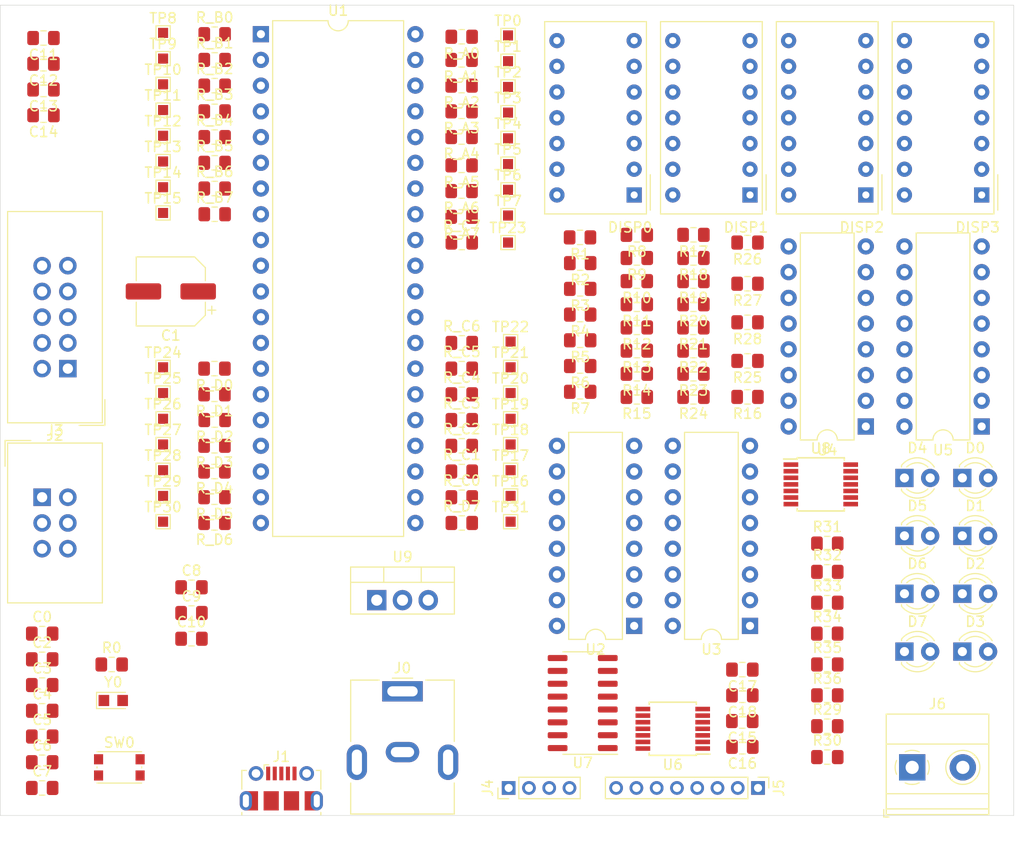
<source format=kicad_pcb>
(kicad_pcb (version 20171130) (host pcbnew 5.1.4)

  (general
    (thickness 1.6)
    (drawings 4)
    (tracks 7)
    (zones 0)
    (modules 150)
    (nets 149)
  )

  (page A4)
  (layers
    (0 F.Cu signal)
    (31 B.Cu signal)
    (32 B.Adhes user)
    (33 F.Adhes user)
    (34 B.Paste user)
    (35 F.Paste user)
    (36 B.SilkS user)
    (37 F.SilkS user)
    (38 B.Mask user)
    (39 F.Mask user)
    (40 Dwgs.User user)
    (41 Cmts.User user)
    (42 Eco1.User user)
    (43 Eco2.User user)
    (44 Edge.Cuts user)
    (45 Margin user)
    (46 B.CrtYd user)
    (47 F.CrtYd user)
    (48 B.Fab user)
    (49 F.Fab user)
  )

  (setup
    (last_trace_width 0.25)
    (trace_clearance 0.2)
    (zone_clearance 0.508)
    (zone_45_only no)
    (trace_min 0.2)
    (via_size 0.8)
    (via_drill 0.4)
    (via_min_size 0.4)
    (via_min_drill 0.3)
    (uvia_size 0.8)
    (uvia_drill 0.4)
    (uvias_allowed no)
    (uvia_min_size 0.2)
    (uvia_min_drill 0.1)
    (edge_width 0.05)
    (segment_width 0.18)
    (pcb_text_width 0.3)
    (pcb_text_size 1.5 1.5)
    (mod_edge_width 0.12)
    (mod_text_size 1 1)
    (mod_text_width 0.15)
    (pad_size 1.15 1.4)
    (pad_drill 0)
    (pad_to_mask_clearance 0.051)
    (solder_mask_min_width 0.25)
    (aux_axis_origin 0 0)
    (visible_elements 7FFFFFFF)
    (pcbplotparams
      (layerselection 0x010fc_ffffffff)
      (usegerberextensions false)
      (usegerberattributes false)
      (usegerberadvancedattributes false)
      (creategerberjobfile false)
      (excludeedgelayer true)
      (linewidth 0.100000)
      (plotframeref false)
      (viasonmask false)
      (mode 1)
      (useauxorigin false)
      (hpglpennumber 1)
      (hpglpenspeed 20)
      (hpglpendiameter 15.000000)
      (psnegative false)
      (psa4output false)
      (plotreference true)
      (plotvalue true)
      (plotinvisibletext false)
      (padsonsilk false)
      (subtractmaskfromsilk false)
      (outputformat 1)
      (mirror false)
      (drillshape 1)
      (scaleselection 1)
      (outputdirectory ""))
  )

  (net 0 "")
  (net 1 Vss)
  (net 2 "Net-(C0-Pad1)")
  (net 3 Vdd)
  (net 4 "Net-(C3-Pad1)")
  (net 5 "Net-(C4-Pad1)")
  (net 6 NRST)
  (net 7 "Net-(D0-Pad2)")
  (net 8 "Net-(D1-Pad2)")
  (net 9 "Net-(D2-Pad2)")
  (net 10 "Net-(D3-Pad2)")
  (net 11 "Net-(D4-Pad2)")
  (net 12 "Net-(D5-Pad2)")
  (net 13 "Net-(D6-Pad2)")
  (net 14 "Net-(D7-Pad2)")
  (net 15 "Net-(DISP0-Pad10)")
  (net 16 "Net-(DISP0-Pad7)")
  (net 17 "Net-(DISP0-Pad6)")
  (net 18 "Net-(DISP0-Pad4)")
  (net 19 "Net-(DISP0-Pad2)")
  (net 20 "Net-(DISP1-Pad10)")
  (net 21 "Net-(DISP1-Pad7)")
  (net 22 "Net-(DISP1-Pad6)")
  (net 23 "Net-(DISP1-Pad4)")
  (net 24 "Net-(DISP1-Pad2)")
  (net 25 "Net-(DISP2-Pad10)")
  (net 26 "Net-(DISP2-Pad7)")
  (net 27 "Net-(DISP2-Pad6)")
  (net 28 "Net-(DISP2-Pad4)")
  (net 29 "Net-(DISP2-Pad2)")
  (net 30 "Net-(DISP3-Pad10)")
  (net 31 "Net-(DISP3-Pad7)")
  (net 32 "Net-(DISP3-Pad6)")
  (net 33 "Net-(DISP3-Pad4)")
  (net 34 "Net-(DISP3-Pad2)")
  (net 35 "Net-(J0-PadMP)")
  (net 36 "Net-(J1-Pad6)")
  (net 37 "Net-(J1-Pad3)")
  (net 38 "Net-(J1-Pad4)")
  (net 39 "Net-(J1-Pad2)")
  (net 40 TDI)
  (net 41 TMS)
  (net 42 TDO)
  (net 43 TCK)
  (net 44 MOSI)
  (net 45 SCK)
  (net 46 MISO)
  (net 47 RXD)
  (net 48 TXD)
  (net 49 "Net-(J5-Pad8)")
  (net 50 "Net-(J5-Pad7)")
  (net 51 "Net-(J5-Pad6)")
  (net 52 "Net-(J5-Pad5)")
  (net 53 "Net-(J5-Pad4)")
  (net 54 "Net-(J5-Pad3)")
  (net 55 "Net-(J5-Pad2)")
  (net 56 "Net-(J5-Pad1)")
  (net 57 "Net-(R1-Pad2)")
  (net 58 "Net-(R2-Pad2)")
  (net 59 "Net-(R3-Pad2)")
  (net 60 "Net-(R4-Pad2)")
  (net 61 "Net-(R5-Pad2)")
  (net 62 "Net-(R6-Pad2)")
  (net 63 "Net-(R7-Pad2)")
  (net 64 "Net-(R8-Pad2)")
  (net 65 "Net-(R9-Pad2)")
  (net 66 "Net-(R10-Pad2)")
  (net 67 "Net-(R11-Pad2)")
  (net 68 "Net-(R12-Pad2)")
  (net 69 "Net-(R13-Pad2)")
  (net 70 "Net-(R14-Pad2)")
  (net 71 "Net-(R15-Pad2)")
  (net 72 "Net-(R16-Pad2)")
  (net 73 "Net-(R17-Pad2)")
  (net 74 "Net-(R18-Pad2)")
  (net 75 "Net-(R19-Pad2)")
  (net 76 "Net-(R20-Pad2)")
  (net 77 "Net-(R21-Pad2)")
  (net 78 "Net-(R22-Pad2)")
  (net 79 "Net-(R23-Pad2)")
  (net 80 "Net-(R24-Pad2)")
  (net 81 "Net-(R25-Pad2)")
  (net 82 "Net-(R26-Pad2)")
  (net 83 "Net-(R27-Pad2)")
  (net 84 "Net-(R28-Pad2)")
  (net 85 "Net-(R29-Pad1)")
  (net 86 "Net-(R30-Pad1)")
  (net 87 "Net-(R31-Pad1)")
  (net 88 "Net-(R32-Pad1)")
  (net 89 "Net-(R33-Pad1)")
  (net 90 "Net-(R34-Pad1)")
  (net 91 "Net-(R35-Pad1)")
  (net 92 "Net-(R36-Pad1)")
  (net 93 /Display/CHAR0_0)
  (net 94 /Display/CHAR0_1)
  (net 95 /Display/CHAR0_2)
  (net 96 /Display/CHAR0_3)
  (net 97 /Display/CHAR1_0)
  (net 98 /Display/CHAR1_1)
  (net 99 /Display/CHAR1_2)
  (net 100 /Display/CHAR1_3)
  (net 101 /Display/CHAR2_0)
  (net 102 /Display/CHAR2_1)
  (net 103 /Display/CHAR2_2)
  (net 104 /Display/CHAR2_3)
  (net 105 /Display/CHAR3_0)
  (net 106 "Net-(R_C0-Pad1)")
  (net 107 "Net-(R_C1-Pad1)")
  (net 108 "Net-(R_C6-Pad1)")
  (net 109 "Net-(R_C7-Pad1)")
  (net 110 LOAD)
  (net 111 ROWS)
  (net 112 COLUMNS)
  (net 113 CLK_BUTTONS)
  (net 114 STATUS)
  (net 115 CLK_STATUS)
  (net 116 "Net-(U6-Pad13)")
  (net 117 "Net-(U6-Pad12)")
  (net 118 "Net-(U6-Pad11)")
  (net 119 "Net-(U6-Pad10)")
  (net 120 "Net-(U7-Pad14)")
  (net 121 "Net-(U7-Pad12)")
  (net 122 "Net-(U7-Pad11)")
  (net 123 "Net-(U7-Pad10)")
  (net 124 "Net-(U7-Pad1)")
  (net 125 "Net-(DISP0-Pad1)")
  (net 126 "Net-(DISP0-Pad5)")
  (net 127 "Net-(DISP0-Pad8)")
  (net 128 "Net-(DISP0-Pad11)")
  (net 129 "Net-(DISP0-Pad12)")
  (net 130 "Net-(DISP0-Pad13)")
  (net 131 "Net-(DISP1-Pad13)")
  (net 132 "Net-(DISP1-Pad12)")
  (net 133 "Net-(DISP1-Pad11)")
  (net 134 "Net-(DISP1-Pad8)")
  (net 135 "Net-(DISP1-Pad5)")
  (net 136 "Net-(DISP1-Pad1)")
  (net 137 "Net-(DISP2-Pad1)")
  (net 138 "Net-(DISP2-Pad5)")
  (net 139 "Net-(DISP2-Pad8)")
  (net 140 "Net-(DISP2-Pad11)")
  (net 141 "Net-(DISP2-Pad12)")
  (net 142 "Net-(DISP2-Pad13)")
  (net 143 "Net-(DISP3-Pad13)")
  (net 144 "Net-(DISP3-Pad12)")
  (net 145 "Net-(DISP3-Pad11)")
  (net 146 "Net-(DISP3-Pad8)")
  (net 147 "Net-(DISP3-Pad5)")
  (net 148 "Net-(DISP3-Pad1)")

  (net_class Default "Dies ist die voreingestellte Netzklasse."
    (clearance 0.2)
    (trace_width 0.25)
    (via_dia 0.8)
    (via_drill 0.4)
    (uvia_dia 0.8)
    (uvia_drill 0.4)
    (diff_pair_width 0.2)
    (diff_pair_gap 0.5)
    (add_net /Display/CHAR0_0)
    (add_net /Display/CHAR0_1)
    (add_net /Display/CHAR0_2)
    (add_net /Display/CHAR0_3)
    (add_net /Display/CHAR1_0)
    (add_net /Display/CHAR1_1)
    (add_net /Display/CHAR1_2)
    (add_net /Display/CHAR1_3)
    (add_net /Display/CHAR2_0)
    (add_net /Display/CHAR2_1)
    (add_net /Display/CHAR2_2)
    (add_net /Display/CHAR2_3)
    (add_net /Display/CHAR3_0)
    (add_net CLK_BUTTONS)
    (add_net CLK_STATUS)
    (add_net COLUMNS)
    (add_net LOAD)
    (add_net MISO)
    (add_net MOSI)
    (add_net NRST)
    (add_net "Net-(C0-Pad1)")
    (add_net "Net-(C3-Pad1)")
    (add_net "Net-(C4-Pad1)")
    (add_net "Net-(D0-Pad2)")
    (add_net "Net-(D1-Pad2)")
    (add_net "Net-(D2-Pad2)")
    (add_net "Net-(D3-Pad2)")
    (add_net "Net-(D4-Pad2)")
    (add_net "Net-(D5-Pad2)")
    (add_net "Net-(D6-Pad2)")
    (add_net "Net-(D7-Pad2)")
    (add_net "Net-(DISP0-Pad1)")
    (add_net "Net-(DISP0-Pad10)")
    (add_net "Net-(DISP0-Pad11)")
    (add_net "Net-(DISP0-Pad12)")
    (add_net "Net-(DISP0-Pad13)")
    (add_net "Net-(DISP0-Pad2)")
    (add_net "Net-(DISP0-Pad4)")
    (add_net "Net-(DISP0-Pad5)")
    (add_net "Net-(DISP0-Pad6)")
    (add_net "Net-(DISP0-Pad7)")
    (add_net "Net-(DISP0-Pad8)")
    (add_net "Net-(DISP1-Pad1)")
    (add_net "Net-(DISP1-Pad10)")
    (add_net "Net-(DISP1-Pad11)")
    (add_net "Net-(DISP1-Pad12)")
    (add_net "Net-(DISP1-Pad13)")
    (add_net "Net-(DISP1-Pad2)")
    (add_net "Net-(DISP1-Pad4)")
    (add_net "Net-(DISP1-Pad5)")
    (add_net "Net-(DISP1-Pad6)")
    (add_net "Net-(DISP1-Pad7)")
    (add_net "Net-(DISP1-Pad8)")
    (add_net "Net-(DISP2-Pad1)")
    (add_net "Net-(DISP2-Pad10)")
    (add_net "Net-(DISP2-Pad11)")
    (add_net "Net-(DISP2-Pad12)")
    (add_net "Net-(DISP2-Pad13)")
    (add_net "Net-(DISP2-Pad2)")
    (add_net "Net-(DISP2-Pad4)")
    (add_net "Net-(DISP2-Pad5)")
    (add_net "Net-(DISP2-Pad6)")
    (add_net "Net-(DISP2-Pad7)")
    (add_net "Net-(DISP2-Pad8)")
    (add_net "Net-(DISP3-Pad1)")
    (add_net "Net-(DISP3-Pad10)")
    (add_net "Net-(DISP3-Pad11)")
    (add_net "Net-(DISP3-Pad12)")
    (add_net "Net-(DISP3-Pad13)")
    (add_net "Net-(DISP3-Pad2)")
    (add_net "Net-(DISP3-Pad4)")
    (add_net "Net-(DISP3-Pad5)")
    (add_net "Net-(DISP3-Pad6)")
    (add_net "Net-(DISP3-Pad7)")
    (add_net "Net-(DISP3-Pad8)")
    (add_net "Net-(J0-PadMP)")
    (add_net "Net-(J1-Pad2)")
    (add_net "Net-(J1-Pad3)")
    (add_net "Net-(J1-Pad4)")
    (add_net "Net-(J1-Pad6)")
    (add_net "Net-(J5-Pad1)")
    (add_net "Net-(J5-Pad2)")
    (add_net "Net-(J5-Pad3)")
    (add_net "Net-(J5-Pad4)")
    (add_net "Net-(J5-Pad5)")
    (add_net "Net-(J5-Pad6)")
    (add_net "Net-(J5-Pad7)")
    (add_net "Net-(J5-Pad8)")
    (add_net "Net-(R1-Pad2)")
    (add_net "Net-(R10-Pad2)")
    (add_net "Net-(R11-Pad2)")
    (add_net "Net-(R12-Pad2)")
    (add_net "Net-(R13-Pad2)")
    (add_net "Net-(R14-Pad2)")
    (add_net "Net-(R15-Pad2)")
    (add_net "Net-(R16-Pad2)")
    (add_net "Net-(R17-Pad2)")
    (add_net "Net-(R18-Pad2)")
    (add_net "Net-(R19-Pad2)")
    (add_net "Net-(R2-Pad2)")
    (add_net "Net-(R20-Pad2)")
    (add_net "Net-(R21-Pad2)")
    (add_net "Net-(R22-Pad2)")
    (add_net "Net-(R23-Pad2)")
    (add_net "Net-(R24-Pad2)")
    (add_net "Net-(R25-Pad2)")
    (add_net "Net-(R26-Pad2)")
    (add_net "Net-(R27-Pad2)")
    (add_net "Net-(R28-Pad2)")
    (add_net "Net-(R29-Pad1)")
    (add_net "Net-(R3-Pad2)")
    (add_net "Net-(R30-Pad1)")
    (add_net "Net-(R31-Pad1)")
    (add_net "Net-(R32-Pad1)")
    (add_net "Net-(R33-Pad1)")
    (add_net "Net-(R34-Pad1)")
    (add_net "Net-(R35-Pad1)")
    (add_net "Net-(R36-Pad1)")
    (add_net "Net-(R4-Pad2)")
    (add_net "Net-(R5-Pad2)")
    (add_net "Net-(R6-Pad2)")
    (add_net "Net-(R7-Pad2)")
    (add_net "Net-(R8-Pad2)")
    (add_net "Net-(R9-Pad2)")
    (add_net "Net-(R_C0-Pad1)")
    (add_net "Net-(R_C1-Pad1)")
    (add_net "Net-(R_C6-Pad1)")
    (add_net "Net-(R_C7-Pad1)")
    (add_net "Net-(U6-Pad10)")
    (add_net "Net-(U6-Pad11)")
    (add_net "Net-(U6-Pad12)")
    (add_net "Net-(U6-Pad13)")
    (add_net "Net-(U7-Pad1)")
    (add_net "Net-(U7-Pad10)")
    (add_net "Net-(U7-Pad11)")
    (add_net "Net-(U7-Pad12)")
    (add_net "Net-(U7-Pad14)")
    (add_net ROWS)
    (add_net RXD)
    (add_net SCK)
    (add_net STATUS)
    (add_net TCK)
    (add_net TDI)
    (add_net TDO)
    (add_net TMS)
    (add_net TXD)
    (add_net Vdd)
    (add_net Vss)
  )

  (module Connector_PinHeader_2.00mm:PinHeader_1x08_P2.00mm_Vertical (layer F.Cu) (tedit 59FED667) (tstamp 5DDBCF1D)
    (at 94.772 97.282 270)
    (descr "Through hole straight pin header, 1x08, 2.00mm pitch, single row")
    (tags "Through hole pin header THT 1x08 2.00mm single row")
    (path /5DDEAC3F/5DDED974)
    (fp_text reference J5 (at 0 -2.06 90) (layer F.SilkS)
      (effects (font (size 1 1) (thickness 0.15)))
    )
    (fp_text value Conn_01x08_Female (at 0 16.06 90) (layer F.Fab)
      (effects (font (size 1 1) (thickness 0.15)))
    )
    (fp_text user %R (at 0 7) (layer F.Fab)
      (effects (font (size 1 1) (thickness 0.15)))
    )
    (fp_line (start 1.5 -1.5) (end -1.5 -1.5) (layer F.CrtYd) (width 0.05))
    (fp_line (start 1.5 15.5) (end 1.5 -1.5) (layer F.CrtYd) (width 0.05))
    (fp_line (start -1.5 15.5) (end 1.5 15.5) (layer F.CrtYd) (width 0.05))
    (fp_line (start -1.5 -1.5) (end -1.5 15.5) (layer F.CrtYd) (width 0.05))
    (fp_line (start -1.06 -1.06) (end 0 -1.06) (layer F.SilkS) (width 0.12))
    (fp_line (start -1.06 0) (end -1.06 -1.06) (layer F.SilkS) (width 0.12))
    (fp_line (start -1.06 1) (end 1.06 1) (layer F.SilkS) (width 0.12))
    (fp_line (start 1.06 1) (end 1.06 15.06) (layer F.SilkS) (width 0.12))
    (fp_line (start -1.06 1) (end -1.06 15.06) (layer F.SilkS) (width 0.12))
    (fp_line (start -1.06 15.06) (end 1.06 15.06) (layer F.SilkS) (width 0.12))
    (fp_line (start -1 -0.5) (end -0.5 -1) (layer F.Fab) (width 0.1))
    (fp_line (start -1 15) (end -1 -0.5) (layer F.Fab) (width 0.1))
    (fp_line (start 1 15) (end -1 15) (layer F.Fab) (width 0.1))
    (fp_line (start 1 -1) (end 1 15) (layer F.Fab) (width 0.1))
    (fp_line (start -0.5 -1) (end 1 -1) (layer F.Fab) (width 0.1))
    (pad 8 thru_hole oval (at 0 14 270) (size 1.35 1.35) (drill 0.8) (layers *.Cu *.Mask)
      (net 49 "Net-(J5-Pad8)"))
    (pad 7 thru_hole oval (at 0 12 270) (size 1.35 1.35) (drill 0.8) (layers *.Cu *.Mask)
      (net 50 "Net-(J5-Pad7)"))
    (pad 6 thru_hole oval (at 0 10 270) (size 1.35 1.35) (drill 0.8) (layers *.Cu *.Mask)
      (net 51 "Net-(J5-Pad6)"))
    (pad 5 thru_hole oval (at 0 8 270) (size 1.35 1.35) (drill 0.8) (layers *.Cu *.Mask)
      (net 52 "Net-(J5-Pad5)"))
    (pad 4 thru_hole oval (at 0 6 270) (size 1.35 1.35) (drill 0.8) (layers *.Cu *.Mask)
      (net 53 "Net-(J5-Pad4)"))
    (pad 3 thru_hole oval (at 0 4 270) (size 1.35 1.35) (drill 0.8) (layers *.Cu *.Mask)
      (net 54 "Net-(J5-Pad3)"))
    (pad 2 thru_hole oval (at 0 2 270) (size 1.35 1.35) (drill 0.8) (layers *.Cu *.Mask)
      (net 55 "Net-(J5-Pad2)"))
    (pad 1 thru_hole rect (at 0 0 270) (size 1.35 1.35) (drill 0.8) (layers *.Cu *.Mask)
      (net 56 "Net-(J5-Pad1)"))
    (model ${KISYS3DMOD}/Connector_PinHeader_2.00mm.3dshapes/PinHeader_1x08_P2.00mm_Vertical.wrl
      (at (xyz 0 0 0))
      (scale (xyz 1 1 1))
      (rotate (xyz 0 0 0))
    )
  )

  (module Connector_PinHeader_2.00mm:PinHeader_1x04_P2.00mm_Vertical (layer F.Cu) (tedit 59FED667) (tstamp 5DDBCEFF)
    (at 70.168 97.282 90)
    (descr "Through hole straight pin header, 1x04, 2.00mm pitch, single row")
    (tags "Through hole pin header THT 1x04 2.00mm single row")
    (path /5DD71B42)
    (fp_text reference J4 (at 0 -2.06 90) (layer F.SilkS)
      (effects (font (size 1 1) (thickness 0.15)))
    )
    (fp_text value Conn_01x04_Female (at 0 8.06 90) (layer F.Fab)
      (effects (font (size 1 1) (thickness 0.15)))
    )
    (fp_text user %R (at 0 3) (layer F.Fab)
      (effects (font (size 1 1) (thickness 0.15)))
    )
    (fp_line (start 1.5 -1.5) (end -1.5 -1.5) (layer F.CrtYd) (width 0.05))
    (fp_line (start 1.5 7.5) (end 1.5 -1.5) (layer F.CrtYd) (width 0.05))
    (fp_line (start -1.5 7.5) (end 1.5 7.5) (layer F.CrtYd) (width 0.05))
    (fp_line (start -1.5 -1.5) (end -1.5 7.5) (layer F.CrtYd) (width 0.05))
    (fp_line (start -1.06 -1.06) (end 0 -1.06) (layer F.SilkS) (width 0.12))
    (fp_line (start -1.06 0) (end -1.06 -1.06) (layer F.SilkS) (width 0.12))
    (fp_line (start -1.06 1) (end 1.06 1) (layer F.SilkS) (width 0.12))
    (fp_line (start 1.06 1) (end 1.06 7.06) (layer F.SilkS) (width 0.12))
    (fp_line (start -1.06 1) (end -1.06 7.06) (layer F.SilkS) (width 0.12))
    (fp_line (start -1.06 7.06) (end 1.06 7.06) (layer F.SilkS) (width 0.12))
    (fp_line (start -1 -0.5) (end -0.5 -1) (layer F.Fab) (width 0.1))
    (fp_line (start -1 7) (end -1 -0.5) (layer F.Fab) (width 0.1))
    (fp_line (start 1 7) (end -1 7) (layer F.Fab) (width 0.1))
    (fp_line (start 1 -1) (end 1 7) (layer F.Fab) (width 0.1))
    (fp_line (start -0.5 -1) (end 1 -1) (layer F.Fab) (width 0.1))
    (pad 4 thru_hole oval (at 0 6 90) (size 1.35 1.35) (drill 0.8) (layers *.Cu *.Mask)
      (net 3 Vdd))
    (pad 3 thru_hole oval (at 0 4 90) (size 1.35 1.35) (drill 0.8) (layers *.Cu *.Mask)
      (net 47 RXD))
    (pad 2 thru_hole oval (at 0 2 90) (size 1.35 1.35) (drill 0.8) (layers *.Cu *.Mask)
      (net 48 TXD))
    (pad 1 thru_hole rect (at 0 0 90) (size 1.35 1.35) (drill 0.8) (layers *.Cu *.Mask)
      (net 1 Vss))
    (model ${KISYS3DMOD}/Connector_PinHeader_2.00mm.3dshapes/PinHeader_1x04_P2.00mm_Vertical.wrl
      (at (xyz 0 0 0))
      (scale (xyz 1 1 1))
      (rotate (xyz 0 0 0))
    )
  )

  (module Package_DIP:DIP-40_W15.24mm (layer F.Cu) (tedit 5A02E8C5) (tstamp 5DDBD5F0)
    (at 45.72 22.86)
    (descr "40-lead though-hole mounted DIP package, row spacing 15.24 mm (600 mils)")
    (tags "THT DIP DIL PDIP 2.54mm 15.24mm 600mil")
    (path /5DB85A9E)
    (fp_text reference U1 (at 7.62 -2.33) (layer F.SilkS)
      (effects (font (size 1 1) (thickness 0.15)))
    )
    (fp_text value ATmega16A-PU (at 7.62 50.59) (layer F.Fab)
      (effects (font (size 1 1) (thickness 0.15)))
    )
    (fp_text user %R (at 7.62 24.13) (layer F.Fab)
      (effects (font (size 1 1) (thickness 0.15)))
    )
    (fp_line (start 16.3 -1.55) (end -1.05 -1.55) (layer F.CrtYd) (width 0.05))
    (fp_line (start 16.3 49.8) (end 16.3 -1.55) (layer F.CrtYd) (width 0.05))
    (fp_line (start -1.05 49.8) (end 16.3 49.8) (layer F.CrtYd) (width 0.05))
    (fp_line (start -1.05 -1.55) (end -1.05 49.8) (layer F.CrtYd) (width 0.05))
    (fp_line (start 14.08 -1.33) (end 8.62 -1.33) (layer F.SilkS) (width 0.12))
    (fp_line (start 14.08 49.59) (end 14.08 -1.33) (layer F.SilkS) (width 0.12))
    (fp_line (start 1.16 49.59) (end 14.08 49.59) (layer F.SilkS) (width 0.12))
    (fp_line (start 1.16 -1.33) (end 1.16 49.59) (layer F.SilkS) (width 0.12))
    (fp_line (start 6.62 -1.33) (end 1.16 -1.33) (layer F.SilkS) (width 0.12))
    (fp_line (start 0.255 -0.27) (end 1.255 -1.27) (layer F.Fab) (width 0.1))
    (fp_line (start 0.255 49.53) (end 0.255 -0.27) (layer F.Fab) (width 0.1))
    (fp_line (start 14.985 49.53) (end 0.255 49.53) (layer F.Fab) (width 0.1))
    (fp_line (start 14.985 -1.27) (end 14.985 49.53) (layer F.Fab) (width 0.1))
    (fp_line (start 1.255 -1.27) (end 14.985 -1.27) (layer F.Fab) (width 0.1))
    (fp_arc (start 7.62 -1.33) (end 6.62 -1.33) (angle -180) (layer F.SilkS) (width 0.12))
    (pad 40 thru_hole oval (at 15.24 0) (size 1.6 1.6) (drill 0.8) (layers *.Cu *.Mask)
      (net 93 /Display/CHAR0_0))
    (pad 20 thru_hole oval (at 0 48.26) (size 1.6 1.6) (drill 0.8) (layers *.Cu *.Mask)
      (net 114 STATUS))
    (pad 39 thru_hole oval (at 15.24 2.54) (size 1.6 1.6) (drill 0.8) (layers *.Cu *.Mask)
      (net 94 /Display/CHAR0_1))
    (pad 19 thru_hole oval (at 0 45.72) (size 1.6 1.6) (drill 0.8) (layers *.Cu *.Mask)
      (net 113 CLK_BUTTONS))
    (pad 38 thru_hole oval (at 15.24 5.08) (size 1.6 1.6) (drill 0.8) (layers *.Cu *.Mask)
      (net 95 /Display/CHAR0_2))
    (pad 18 thru_hole oval (at 0 43.18) (size 1.6 1.6) (drill 0.8) (layers *.Cu *.Mask)
      (net 112 COLUMNS))
    (pad 37 thru_hole oval (at 15.24 7.62) (size 1.6 1.6) (drill 0.8) (layers *.Cu *.Mask)
      (net 96 /Display/CHAR0_3))
    (pad 17 thru_hole oval (at 0 40.64) (size 1.6 1.6) (drill 0.8) (layers *.Cu *.Mask)
      (net 111 ROWS))
    (pad 36 thru_hole oval (at 15.24 10.16) (size 1.6 1.6) (drill 0.8) (layers *.Cu *.Mask)
      (net 97 /Display/CHAR1_0))
    (pad 16 thru_hole oval (at 0 38.1) (size 1.6 1.6) (drill 0.8) (layers *.Cu *.Mask)
      (net 110 LOAD))
    (pad 35 thru_hole oval (at 15.24 12.7) (size 1.6 1.6) (drill 0.8) (layers *.Cu *.Mask)
      (net 98 /Display/CHAR1_1))
    (pad 15 thru_hole oval (at 0 35.56) (size 1.6 1.6) (drill 0.8) (layers *.Cu *.Mask)
      (net 48 TXD))
    (pad 34 thru_hole oval (at 15.24 15.24) (size 1.6 1.6) (drill 0.8) (layers *.Cu *.Mask)
      (net 99 /Display/CHAR1_2))
    (pad 14 thru_hole oval (at 0 33.02) (size 1.6 1.6) (drill 0.8) (layers *.Cu *.Mask)
      (net 47 RXD))
    (pad 33 thru_hole oval (at 15.24 17.78) (size 1.6 1.6) (drill 0.8) (layers *.Cu *.Mask)
      (net 100 /Display/CHAR1_3))
    (pad 13 thru_hole oval (at 0 30.48) (size 1.6 1.6) (drill 0.8) (layers *.Cu *.Mask)
      (net 4 "Net-(C3-Pad1)"))
    (pad 32 thru_hole oval (at 15.24 20.32) (size 1.6 1.6) (drill 0.8) (layers *.Cu *.Mask)
      (net 1 Vss))
    (pad 12 thru_hole oval (at 0 27.94) (size 1.6 1.6) (drill 0.8) (layers *.Cu *.Mask)
      (net 5 "Net-(C4-Pad1)"))
    (pad 31 thru_hole oval (at 15.24 22.86) (size 1.6 1.6) (drill 0.8) (layers *.Cu *.Mask)
      (net 1 Vss))
    (pad 11 thru_hole oval (at 0 25.4) (size 1.6 1.6) (drill 0.8) (layers *.Cu *.Mask)
      (net 1 Vss))
    (pad 30 thru_hole oval (at 15.24 25.4) (size 1.6 1.6) (drill 0.8) (layers *.Cu *.Mask)
      (net 3 Vdd))
    (pad 10 thru_hole oval (at 0 22.86) (size 1.6 1.6) (drill 0.8) (layers *.Cu *.Mask)
      (net 3 Vdd))
    (pad 29 thru_hole oval (at 15.24 27.94) (size 1.6 1.6) (drill 0.8) (layers *.Cu *.Mask)
      (net 109 "Net-(R_C7-Pad1)"))
    (pad 9 thru_hole oval (at 0 20.32) (size 1.6 1.6) (drill 0.8) (layers *.Cu *.Mask)
      (net 6 NRST))
    (pad 28 thru_hole oval (at 15.24 30.48) (size 1.6 1.6) (drill 0.8) (layers *.Cu *.Mask)
      (net 108 "Net-(R_C6-Pad1)"))
    (pad 8 thru_hole oval (at 0 17.78) (size 1.6 1.6) (drill 0.8) (layers *.Cu *.Mask)
      (net 45 SCK))
    (pad 27 thru_hole oval (at 15.24 33.02) (size 1.6 1.6) (drill 0.8) (layers *.Cu *.Mask)
      (net 40 TDI))
    (pad 7 thru_hole oval (at 0 15.24) (size 1.6 1.6) (drill 0.8) (layers *.Cu *.Mask)
      (net 46 MISO))
    (pad 26 thru_hole oval (at 15.24 35.56) (size 1.6 1.6) (drill 0.8) (layers *.Cu *.Mask)
      (net 42 TDO))
    (pad 6 thru_hole oval (at 0 12.7) (size 1.6 1.6) (drill 0.8) (layers *.Cu *.Mask)
      (net 44 MOSI))
    (pad 25 thru_hole oval (at 15.24 38.1) (size 1.6 1.6) (drill 0.8) (layers *.Cu *.Mask)
      (net 41 TMS))
    (pad 5 thru_hole oval (at 0 10.16) (size 1.6 1.6) (drill 0.8) (layers *.Cu *.Mask)
      (net 105 /Display/CHAR3_0))
    (pad 24 thru_hole oval (at 15.24 40.64) (size 1.6 1.6) (drill 0.8) (layers *.Cu *.Mask)
      (net 43 TCK))
    (pad 4 thru_hole oval (at 0 7.62) (size 1.6 1.6) (drill 0.8) (layers *.Cu *.Mask)
      (net 104 /Display/CHAR2_3))
    (pad 23 thru_hole oval (at 15.24 43.18) (size 1.6 1.6) (drill 0.8) (layers *.Cu *.Mask)
      (net 107 "Net-(R_C1-Pad1)"))
    (pad 3 thru_hole oval (at 0 5.08) (size 1.6 1.6) (drill 0.8) (layers *.Cu *.Mask)
      (net 103 /Display/CHAR2_2))
    (pad 22 thru_hole oval (at 15.24 45.72) (size 1.6 1.6) (drill 0.8) (layers *.Cu *.Mask)
      (net 106 "Net-(R_C0-Pad1)"))
    (pad 2 thru_hole oval (at 0 2.54) (size 1.6 1.6) (drill 0.8) (layers *.Cu *.Mask)
      (net 102 /Display/CHAR2_1))
    (pad 21 thru_hole oval (at 15.24 48.26) (size 1.6 1.6) (drill 0.8) (layers *.Cu *.Mask)
      (net 115 CLK_STATUS))
    (pad 1 thru_hole rect (at 0 0) (size 1.6 1.6) (drill 0.8) (layers *.Cu *.Mask)
      (net 101 /Display/CHAR2_0))
    (model ${KISYS3DMOD}/Package_DIP.3dshapes/DIP-40_W15.24mm.wrl
      (at (xyz 0 0 0))
      (scale (xyz 1 1 1))
      (rotate (xyz 0 0 0))
    )
  )

  (module Resistor_SMD:R_0805_2012Metric_Pad1.15x1.40mm_HandSolder (layer F.Cu) (tedit 5B36C52B) (tstamp 5DDBD213)
    (at 65.523 33.02 180)
    (descr "Resistor SMD 0805 (2012 Metric), square (rectangular) end terminal, IPC_7351 nominal with elongated pad for handsoldering. (Body size source: https://docs.google.com/spreadsheets/d/1BsfQQcO9C6DZCsRaXUlFlo91Tg2WpOkGARC1WS5S8t0/edit?usp=sharing), generated with kicad-footprint-generator")
    (tags "resistor handsolder")
    (path /5DE41C32)
    (attr smd)
    (fp_text reference R_A4 (at 0 -1.65) (layer F.SilkS)
      (effects (font (size 1 1) (thickness 0.15)))
    )
    (fp_text value R (at 0 1.65) (layer F.Fab)
      (effects (font (size 1 1) (thickness 0.15)))
    )
    (fp_text user %R (at 0 0) (layer F.Fab)
      (effects (font (size 0.5 0.5) (thickness 0.08)))
    )
    (fp_line (start 1.85 0.95) (end -1.85 0.95) (layer F.CrtYd) (width 0.05))
    (fp_line (start 1.85 -0.95) (end 1.85 0.95) (layer F.CrtYd) (width 0.05))
    (fp_line (start -1.85 -0.95) (end 1.85 -0.95) (layer F.CrtYd) (width 0.05))
    (fp_line (start -1.85 0.95) (end -1.85 -0.95) (layer F.CrtYd) (width 0.05))
    (fp_line (start -0.261252 0.71) (end 0.261252 0.71) (layer F.SilkS) (width 0.12))
    (fp_line (start -0.261252 -0.71) (end 0.261252 -0.71) (layer F.SilkS) (width 0.12))
    (fp_line (start 1 0.6) (end -1 0.6) (layer F.Fab) (width 0.1))
    (fp_line (start 1 -0.6) (end 1 0.6) (layer F.Fab) (width 0.1))
    (fp_line (start -1 -0.6) (end 1 -0.6) (layer F.Fab) (width 0.1))
    (fp_line (start -1 0.6) (end -1 -0.6) (layer F.Fab) (width 0.1))
    (pad 2 smd roundrect (at 1.025 0 180) (size 1.15 1.4) (layers F.Cu F.Paste F.Mask) (roundrect_rratio 0.217391)
      (net 97 /Display/CHAR1_0))
    (pad 1 smd roundrect (at -1.025 0 180) (size 1.15 1.4) (layers F.Cu F.Paste F.Mask) (roundrect_rratio 0.217391)
      (net 1 Vss))
    (model ${KISYS3DMOD}/Resistor_SMD.3dshapes/R_0805_2012Metric.wrl
      (at (xyz 0 0 0))
      (scale (xyz 1 1 1))
      (rotate (xyz 0 0 0))
    )
  )

  (module Resistor_SMD:R_0805_2012Metric_Pad1.15x1.40mm_HandSolder (layer F.Cu) (tedit 5B36C52B) (tstamp 5DDBD1CF)
    (at 65.532 23.114 180)
    (descr "Resistor SMD 0805 (2012 Metric), square (rectangular) end terminal, IPC_7351 nominal with elongated pad for handsoldering. (Body size source: https://docs.google.com/spreadsheets/d/1BsfQQcO9C6DZCsRaXUlFlo91Tg2WpOkGARC1WS5S8t0/edit?usp=sharing), generated with kicad-footprint-generator")
    (tags "resistor handsolder")
    (path /5DE3F959)
    (attr smd)
    (fp_text reference R_A0 (at 0 -1.65) (layer F.SilkS)
      (effects (font (size 1 1) (thickness 0.15)))
    )
    (fp_text value R (at 0 1.65) (layer F.Fab)
      (effects (font (size 1 1) (thickness 0.15)))
    )
    (fp_text user %R (at 0 0) (layer F.Fab)
      (effects (font (size 0.5 0.5) (thickness 0.08)))
    )
    (fp_line (start 1.85 0.95) (end -1.85 0.95) (layer F.CrtYd) (width 0.05))
    (fp_line (start 1.85 -0.95) (end 1.85 0.95) (layer F.CrtYd) (width 0.05))
    (fp_line (start -1.85 -0.95) (end 1.85 -0.95) (layer F.CrtYd) (width 0.05))
    (fp_line (start -1.85 0.95) (end -1.85 -0.95) (layer F.CrtYd) (width 0.05))
    (fp_line (start -0.261252 0.71) (end 0.261252 0.71) (layer F.SilkS) (width 0.12))
    (fp_line (start -0.261252 -0.71) (end 0.261252 -0.71) (layer F.SilkS) (width 0.12))
    (fp_line (start 1 0.6) (end -1 0.6) (layer F.Fab) (width 0.1))
    (fp_line (start 1 -0.6) (end 1 0.6) (layer F.Fab) (width 0.1))
    (fp_line (start -1 -0.6) (end 1 -0.6) (layer F.Fab) (width 0.1))
    (fp_line (start -1 0.6) (end -1 -0.6) (layer F.Fab) (width 0.1))
    (pad 2 smd roundrect (at 1.025 0 180) (size 1.15 1.4) (layers F.Cu F.Paste F.Mask) (roundrect_rratio 0.217391)
      (net 93 /Display/CHAR0_0))
    (pad 1 smd roundrect (at -1.025 0 180) (size 1.15 1.4) (layers F.Cu F.Paste F.Mask) (roundrect_rratio 0.217391)
      (net 1 Vss))
    (model ${KISYS3DMOD}/Resistor_SMD.3dshapes/R_0805_2012Metric.wrl
      (at (xyz 0 0 0))
      (scale (xyz 1 1 1))
      (rotate (xyz 0 0 0))
    )
  )

  (module Crystal:Crystal_SMD_2012-2Pin_2.0x1.2mm_HandSoldering (layer F.Cu) (tedit 5A0FD1B2) (tstamp 5DDBD719)
    (at 31.151 88.646)
    (descr "SMD Crystal 2012/2 http://txccrystal.com/images/pdf/9ht11.pdf, hand-soldering, 2.0x1.2mm^2 package")
    (tags "SMD SMT crystal hand-soldering")
    (path /5DCCBC8A)
    (attr smd)
    (fp_text reference Y0 (at 0 -1.8) (layer F.SilkS)
      (effects (font (size 1 1) (thickness 0.15)))
    )
    (fp_text value Crystal (at 0 1.8) (layer F.Fab)
      (effects (font (size 1 1) (thickness 0.15)))
    )
    (fp_circle (center 0 0) (end 0.046667 0) (layer F.Adhes) (width 0.093333))
    (fp_circle (center 0 0) (end 0.106667 0) (layer F.Adhes) (width 0.066667))
    (fp_circle (center 0 0) (end 0.166667 0) (layer F.Adhes) (width 0.066667))
    (fp_circle (center 0 0) (end 0.2 0) (layer F.Adhes) (width 0.1))
    (fp_line (start 1.7 -0.9) (end -1.7 -0.9) (layer F.CrtYd) (width 0.05))
    (fp_line (start 1.7 0.9) (end 1.7 -0.9) (layer F.CrtYd) (width 0.05))
    (fp_line (start -1.7 0.9) (end 1.7 0.9) (layer F.CrtYd) (width 0.05))
    (fp_line (start -1.7 -0.9) (end -1.7 0.9) (layer F.CrtYd) (width 0.05))
    (fp_line (start -1.65 0.8) (end 1.2 0.8) (layer F.SilkS) (width 0.12))
    (fp_line (start -1.65 -0.8) (end -1.65 0.8) (layer F.SilkS) (width 0.12))
    (fp_line (start 1.2 -0.8) (end -1.65 -0.8) (layer F.SilkS) (width 0.12))
    (fp_line (start -1 0.1) (end -0.5 0.6) (layer F.Fab) (width 0.1))
    (fp_line (start 1 -0.6) (end -1 -0.6) (layer F.Fab) (width 0.1))
    (fp_line (start 1 0.6) (end 1 -0.6) (layer F.Fab) (width 0.1))
    (fp_line (start -1 0.6) (end 1 0.6) (layer F.Fab) (width 0.1))
    (fp_line (start -1 -0.6) (end -1 0.6) (layer F.Fab) (width 0.1))
    (fp_text user %R (at 0 0) (layer F.Fab)
      (effects (font (size 0.5 0.5) (thickness 0.075)))
    )
    (pad 2 smd rect (at 0.925 0) (size 1.05 1.1) (layers F.Cu F.Paste F.Mask)
      (net 5 "Net-(C4-Pad1)"))
    (pad 1 smd rect (at -0.925 0) (size 1.05 1.1) (layers F.Cu F.Paste F.Mask)
      (net 4 "Net-(C3-Pad1)"))
    (model ${KISYS3DMOD}/Crystal.3dshapes/Crystal_SMD_2012-2Pin_2.0x1.2mm_HandSoldering.wrl
      (at (xyz 0 0 0))
      (scale (xyz 1 1 1))
      (rotate (xyz 0 0 0))
    )
  )

  (module Package_TO_SOT_THT:TO-220-3_Vertical (layer F.Cu) (tedit 5AC8BA0D) (tstamp 5DDBD702)
    (at 57.15 78.74)
    (descr "TO-220-3, Vertical, RM 2.54mm, see https://www.vishay.com/docs/66542/to-220-1.pdf")
    (tags "TO-220-3 Vertical RM 2.54mm")
    (path /5DE337F2)
    (fp_text reference U9 (at 2.54 -4.27) (layer F.SilkS)
      (effects (font (size 1 1) (thickness 0.15)))
    )
    (fp_text value L7805 (at 2.54 2.5) (layer F.Fab)
      (effects (font (size 1 1) (thickness 0.15)))
    )
    (fp_text user %R (at 2.54 -4.27) (layer F.Fab)
      (effects (font (size 1 1) (thickness 0.15)))
    )
    (fp_line (start 7.79 -3.4) (end -2.71 -3.4) (layer F.CrtYd) (width 0.05))
    (fp_line (start 7.79 1.51) (end 7.79 -3.4) (layer F.CrtYd) (width 0.05))
    (fp_line (start -2.71 1.51) (end 7.79 1.51) (layer F.CrtYd) (width 0.05))
    (fp_line (start -2.71 -3.4) (end -2.71 1.51) (layer F.CrtYd) (width 0.05))
    (fp_line (start 4.391 -3.27) (end 4.391 -1.76) (layer F.SilkS) (width 0.12))
    (fp_line (start 0.69 -3.27) (end 0.69 -1.76) (layer F.SilkS) (width 0.12))
    (fp_line (start -2.58 -1.76) (end 7.66 -1.76) (layer F.SilkS) (width 0.12))
    (fp_line (start 7.66 -3.27) (end 7.66 1.371) (layer F.SilkS) (width 0.12))
    (fp_line (start -2.58 -3.27) (end -2.58 1.371) (layer F.SilkS) (width 0.12))
    (fp_line (start -2.58 1.371) (end 7.66 1.371) (layer F.SilkS) (width 0.12))
    (fp_line (start -2.58 -3.27) (end 7.66 -3.27) (layer F.SilkS) (width 0.12))
    (fp_line (start 4.39 -3.15) (end 4.39 -1.88) (layer F.Fab) (width 0.1))
    (fp_line (start 0.69 -3.15) (end 0.69 -1.88) (layer F.Fab) (width 0.1))
    (fp_line (start -2.46 -1.88) (end 7.54 -1.88) (layer F.Fab) (width 0.1))
    (fp_line (start 7.54 -3.15) (end -2.46 -3.15) (layer F.Fab) (width 0.1))
    (fp_line (start 7.54 1.25) (end 7.54 -3.15) (layer F.Fab) (width 0.1))
    (fp_line (start -2.46 1.25) (end 7.54 1.25) (layer F.Fab) (width 0.1))
    (fp_line (start -2.46 -3.15) (end -2.46 1.25) (layer F.Fab) (width 0.1))
    (pad 3 thru_hole oval (at 5.08 0) (size 1.905 2) (drill 1.1) (layers *.Cu *.Mask)
      (net 3 Vdd))
    (pad 2 thru_hole oval (at 2.54 0) (size 1.905 2) (drill 1.1) (layers *.Cu *.Mask)
      (net 1 Vss))
    (pad 1 thru_hole rect (at 0 0) (size 1.905 2) (drill 1.1) (layers *.Cu *.Mask)
      (net 2 "Net-(C0-Pad1)"))
    (model ${KISYS3DMOD}/Package_TO_SOT_THT.3dshapes/TO-220-3_Vertical.wrl
      (at (xyz 0 0 0))
      (scale (xyz 1 1 1))
      (rotate (xyz 0 0 0))
    )
  )

  (module Package_SO:TSSOP-14_4.4x5mm_P0.65mm (layer F.Cu) (tedit 5A02F25C) (tstamp 5DDBD6E8)
    (at 100.965 67.31)
    (descr "14-Lead Plastic Thin Shrink Small Outline (ST)-4.4 mm Body [TSSOP] (see Microchip Packaging Specification 00000049BS.pdf)")
    (tags "SSOP 0.65")
    (path /5DE30C4A/5DCAE7C2)
    (attr smd)
    (fp_text reference U8 (at 0 -3.55) (layer F.SilkS)
      (effects (font (size 1 1) (thickness 0.15)))
    )
    (fp_text value 74HC164 (at 0 3.55) (layer F.Fab)
      (effects (font (size 1 1) (thickness 0.15)))
    )
    (fp_text user %R (at 0 0) (layer F.Fab)
      (effects (font (size 0.8 0.8) (thickness 0.15)))
    )
    (fp_line (start -2.325 -2.5) (end -3.675 -2.5) (layer F.SilkS) (width 0.15))
    (fp_line (start -2.325 2.625) (end 2.325 2.625) (layer F.SilkS) (width 0.15))
    (fp_line (start -2.325 -2.625) (end 2.325 -2.625) (layer F.SilkS) (width 0.15))
    (fp_line (start -2.325 2.625) (end -2.325 2.4) (layer F.SilkS) (width 0.15))
    (fp_line (start 2.325 2.625) (end 2.325 2.4) (layer F.SilkS) (width 0.15))
    (fp_line (start 2.325 -2.625) (end 2.325 -2.4) (layer F.SilkS) (width 0.15))
    (fp_line (start -2.325 -2.625) (end -2.325 -2.5) (layer F.SilkS) (width 0.15))
    (fp_line (start -3.95 2.8) (end 3.95 2.8) (layer F.CrtYd) (width 0.05))
    (fp_line (start -3.95 -2.8) (end 3.95 -2.8) (layer F.CrtYd) (width 0.05))
    (fp_line (start 3.95 -2.8) (end 3.95 2.8) (layer F.CrtYd) (width 0.05))
    (fp_line (start -3.95 -2.8) (end -3.95 2.8) (layer F.CrtYd) (width 0.05))
    (fp_line (start -2.2 -1.5) (end -1.2 -2.5) (layer F.Fab) (width 0.15))
    (fp_line (start -2.2 2.5) (end -2.2 -1.5) (layer F.Fab) (width 0.15))
    (fp_line (start 2.2 2.5) (end -2.2 2.5) (layer F.Fab) (width 0.15))
    (fp_line (start 2.2 -2.5) (end 2.2 2.5) (layer F.Fab) (width 0.15))
    (fp_line (start -1.2 -2.5) (end 2.2 -2.5) (layer F.Fab) (width 0.15))
    (pad 14 smd rect (at 2.95 -1.95) (size 1.45 0.45) (layers F.Cu F.Paste F.Mask)
      (net 3 Vdd))
    (pad 13 smd rect (at 2.95 -1.3) (size 1.45 0.45) (layers F.Cu F.Paste F.Mask)
      (net 86 "Net-(R30-Pad1)"))
    (pad 12 smd rect (at 2.95 -0.65) (size 1.45 0.45) (layers F.Cu F.Paste F.Mask)
      (net 85 "Net-(R29-Pad1)"))
    (pad 11 smd rect (at 2.95 0) (size 1.45 0.45) (layers F.Cu F.Paste F.Mask)
      (net 87 "Net-(R31-Pad1)"))
    (pad 10 smd rect (at 2.95 0.65) (size 1.45 0.45) (layers F.Cu F.Paste F.Mask)
      (net 88 "Net-(R32-Pad1)"))
    (pad 9 smd rect (at 2.95 1.3) (size 1.45 0.45) (layers F.Cu F.Paste F.Mask)
      (net 3 Vdd))
    (pad 8 smd rect (at 2.95 1.95) (size 1.45 0.45) (layers F.Cu F.Paste F.Mask)
      (net 115 CLK_STATUS))
    (pad 7 smd rect (at -2.95 1.95) (size 1.45 0.45) (layers F.Cu F.Paste F.Mask)
      (net 1 Vss))
    (pad 6 smd rect (at -2.95 1.3) (size 1.45 0.45) (layers F.Cu F.Paste F.Mask)
      (net 89 "Net-(R33-Pad1)"))
    (pad 5 smd rect (at -2.95 0.65) (size 1.45 0.45) (layers F.Cu F.Paste F.Mask)
      (net 90 "Net-(R34-Pad1)"))
    (pad 4 smd rect (at -2.95 0) (size 1.45 0.45) (layers F.Cu F.Paste F.Mask)
      (net 91 "Net-(R35-Pad1)"))
    (pad 3 smd rect (at -2.95 -0.65) (size 1.45 0.45) (layers F.Cu F.Paste F.Mask)
      (net 92 "Net-(R36-Pad1)"))
    (pad 2 smd rect (at -2.95 -1.3) (size 1.45 0.45) (layers F.Cu F.Paste F.Mask)
      (net 114 STATUS))
    (pad 1 smd rect (at -2.95 -1.95) (size 1.45 0.45) (layers F.Cu F.Paste F.Mask)
      (net 114 STATUS))
    (model ${KISYS3DMOD}/Package_SO.3dshapes/TSSOP-14_4.4x5mm_P0.65mm.wrl
      (at (xyz 0 0 0))
      (scale (xyz 1 1 1))
      (rotate (xyz 0 0 0))
    )
  )

  (module Package_SO:SOIC-16_3.9x9.9mm_P1.27mm (layer F.Cu) (tedit 5C97300E) (tstamp 5DDBD6C5)
    (at 77.47 88.9 180)
    (descr "SOIC, 16 Pin (JEDEC MS-012AC, https://www.analog.com/media/en/package-pcb-resources/package/pkg_pdf/soic_narrow-r/r_16.pdf), generated with kicad-footprint-generator ipc_gullwing_generator.py")
    (tags "SOIC SO")
    (path /5DDEAC3F/5DCEF9EB)
    (attr smd)
    (fp_text reference U7 (at 0 -5.9) (layer F.SilkS)
      (effects (font (size 1 1) (thickness 0.15)))
    )
    (fp_text value 74LS166 (at 0 5.9) (layer F.Fab)
      (effects (font (size 1 1) (thickness 0.15)))
    )
    (fp_text user %R (at 0.635 2.54) (layer F.Fab)
      (effects (font (size 0.98 0.98) (thickness 0.15)))
    )
    (fp_line (start 3.7 -5.2) (end -3.7 -5.2) (layer F.CrtYd) (width 0.05))
    (fp_line (start 3.7 5.2) (end 3.7 -5.2) (layer F.CrtYd) (width 0.05))
    (fp_line (start -3.7 5.2) (end 3.7 5.2) (layer F.CrtYd) (width 0.05))
    (fp_line (start -3.7 -5.2) (end -3.7 5.2) (layer F.CrtYd) (width 0.05))
    (fp_line (start -1.95 -3.975) (end -0.975 -4.95) (layer F.Fab) (width 0.1))
    (fp_line (start -1.95 4.95) (end -1.95 -3.975) (layer F.Fab) (width 0.1))
    (fp_line (start 1.95 4.95) (end -1.95 4.95) (layer F.Fab) (width 0.1))
    (fp_line (start 1.95 -4.95) (end 1.95 4.95) (layer F.Fab) (width 0.1))
    (fp_line (start -0.975 -4.95) (end 1.95 -4.95) (layer F.Fab) (width 0.1))
    (fp_line (start 0 -5.06) (end -3.45 -5.06) (layer F.SilkS) (width 0.12))
    (fp_line (start 0 -5.06) (end 1.95 -5.06) (layer F.SilkS) (width 0.12))
    (fp_line (start 0 5.06) (end -1.95 5.06) (layer F.SilkS) (width 0.12))
    (fp_line (start 0 5.06) (end 1.95 5.06) (layer F.SilkS) (width 0.12))
    (pad 16 smd roundrect (at 2.475 -4.445 180) (size 1.95 0.6) (layers F.Cu F.Paste F.Mask) (roundrect_rratio 0.25)
      (net 3 Vdd))
    (pad 15 smd roundrect (at 2.475 -3.175 180) (size 1.95 0.6) (layers F.Cu F.Paste F.Mask) (roundrect_rratio 0.25)
      (net 110 LOAD))
    (pad 14 smd roundrect (at 2.475 -1.905 180) (size 1.95 0.6) (layers F.Cu F.Paste F.Mask) (roundrect_rratio 0.25)
      (net 120 "Net-(U7-Pad14)"))
    (pad 13 smd roundrect (at 2.475 -0.635 180) (size 1.95 0.6) (layers F.Cu F.Paste F.Mask) (roundrect_rratio 0.25)
      (net 112 COLUMNS))
    (pad 12 smd roundrect (at 2.475 0.635 180) (size 1.95 0.6) (layers F.Cu F.Paste F.Mask) (roundrect_rratio 0.25)
      (net 121 "Net-(U7-Pad12)"))
    (pad 11 smd roundrect (at 2.475 1.905 180) (size 1.95 0.6) (layers F.Cu F.Paste F.Mask) (roundrect_rratio 0.25)
      (net 122 "Net-(U7-Pad11)"))
    (pad 10 smd roundrect (at 2.475 3.175 180) (size 1.95 0.6) (layers F.Cu F.Paste F.Mask) (roundrect_rratio 0.25)
      (net 123 "Net-(U7-Pad10)"))
    (pad 9 smd roundrect (at 2.475 4.445 180) (size 1.95 0.6) (layers F.Cu F.Paste F.Mask) (roundrect_rratio 0.25)
      (net 1 Vss))
    (pad 8 smd roundrect (at -2.475 4.445 180) (size 1.95 0.6) (layers F.Cu F.Paste F.Mask) (roundrect_rratio 0.25)
      (net 1 Vss))
    (pad 7 smd roundrect (at -2.475 3.175 180) (size 1.95 0.6) (layers F.Cu F.Paste F.Mask) (roundrect_rratio 0.25)
      (net 113 CLK_BUTTONS))
    (pad 6 smd roundrect (at -2.475 1.905 180) (size 1.95 0.6) (layers F.Cu F.Paste F.Mask) (roundrect_rratio 0.25)
      (net 1 Vss))
    (pad 5 smd roundrect (at -2.475 0.635 180) (size 1.95 0.6) (layers F.Cu F.Paste F.Mask) (roundrect_rratio 0.25)
      (net 49 "Net-(J5-Pad8)"))
    (pad 4 smd roundrect (at -2.475 -0.635 180) (size 1.95 0.6) (layers F.Cu F.Paste F.Mask) (roundrect_rratio 0.25)
      (net 50 "Net-(J5-Pad7)"))
    (pad 3 smd roundrect (at -2.475 -1.905 180) (size 1.95 0.6) (layers F.Cu F.Paste F.Mask) (roundrect_rratio 0.25)
      (net 51 "Net-(J5-Pad6)"))
    (pad 2 smd roundrect (at -2.475 -3.175 180) (size 1.95 0.6) (layers F.Cu F.Paste F.Mask) (roundrect_rratio 0.25)
      (net 52 "Net-(J5-Pad5)"))
    (pad 1 smd roundrect (at -2.475 -4.445 180) (size 1.95 0.6) (layers F.Cu F.Paste F.Mask) (roundrect_rratio 0.25)
      (net 124 "Net-(U7-Pad1)"))
    (model ${KISYS3DMOD}/Package_SO.3dshapes/SOIC-16_3.9x9.9mm_P1.27mm.wrl
      (at (xyz 0 0 0))
      (scale (xyz 1 1 1))
      (rotate (xyz 0 0 0))
    )
  )

  (module Package_SO:TSSOP-14_4.4x5mm_P0.65mm (layer F.Cu) (tedit 5A02F25C) (tstamp 5DDBD6A3)
    (at 86.36 91.44 180)
    (descr "14-Lead Plastic Thin Shrink Small Outline (ST)-4.4 mm Body [TSSOP] (see Microchip Packaging Specification 00000049BS.pdf)")
    (tags "SSOP 0.65")
    (path /5DDEAC3F/5DCCE5D7)
    (attr smd)
    (fp_text reference U6 (at 0 -3.55) (layer F.SilkS)
      (effects (font (size 1 1) (thickness 0.15)))
    )
    (fp_text value 74HC164 (at 0 3.55) (layer F.Fab)
      (effects (font (size 1 1) (thickness 0.15)))
    )
    (fp_text user %R (at 0 0) (layer F.Fab)
      (effects (font (size 0.8 0.8) (thickness 0.15)))
    )
    (fp_line (start -2.325 -2.5) (end -3.675 -2.5) (layer F.SilkS) (width 0.15))
    (fp_line (start -2.325 2.625) (end 2.325 2.625) (layer F.SilkS) (width 0.15))
    (fp_line (start -2.325 -2.625) (end 2.325 -2.625) (layer F.SilkS) (width 0.15))
    (fp_line (start -2.325 2.625) (end -2.325 2.4) (layer F.SilkS) (width 0.15))
    (fp_line (start 2.325 2.625) (end 2.325 2.4) (layer F.SilkS) (width 0.15))
    (fp_line (start 2.325 -2.625) (end 2.325 -2.4) (layer F.SilkS) (width 0.15))
    (fp_line (start -2.325 -2.625) (end -2.325 -2.5) (layer F.SilkS) (width 0.15))
    (fp_line (start -3.95 2.8) (end 3.95 2.8) (layer F.CrtYd) (width 0.05))
    (fp_line (start -3.95 -2.8) (end 3.95 -2.8) (layer F.CrtYd) (width 0.05))
    (fp_line (start 3.95 -2.8) (end 3.95 2.8) (layer F.CrtYd) (width 0.05))
    (fp_line (start -3.95 -2.8) (end -3.95 2.8) (layer F.CrtYd) (width 0.05))
    (fp_line (start -2.2 -1.5) (end -1.2 -2.5) (layer F.Fab) (width 0.15))
    (fp_line (start -2.2 2.5) (end -2.2 -1.5) (layer F.Fab) (width 0.15))
    (fp_line (start 2.2 2.5) (end -2.2 2.5) (layer F.Fab) (width 0.15))
    (fp_line (start 2.2 -2.5) (end 2.2 2.5) (layer F.Fab) (width 0.15))
    (fp_line (start -1.2 -2.5) (end 2.2 -2.5) (layer F.Fab) (width 0.15))
    (pad 14 smd rect (at 2.95 -1.95 180) (size 1.45 0.45) (layers F.Cu F.Paste F.Mask)
      (net 3 Vdd))
    (pad 13 smd rect (at 2.95 -1.3 180) (size 1.45 0.45) (layers F.Cu F.Paste F.Mask)
      (net 116 "Net-(U6-Pad13)"))
    (pad 12 smd rect (at 2.95 -0.65 180) (size 1.45 0.45) (layers F.Cu F.Paste F.Mask)
      (net 117 "Net-(U6-Pad12)"))
    (pad 11 smd rect (at 2.95 0 180) (size 1.45 0.45) (layers F.Cu F.Paste F.Mask)
      (net 118 "Net-(U6-Pad11)"))
    (pad 10 smd rect (at 2.95 0.65 180) (size 1.45 0.45) (layers F.Cu F.Paste F.Mask)
      (net 119 "Net-(U6-Pad10)"))
    (pad 9 smd rect (at 2.95 1.3 180) (size 1.45 0.45) (layers F.Cu F.Paste F.Mask)
      (net 3 Vdd))
    (pad 8 smd rect (at 2.95 1.95 180) (size 1.45 0.45) (layers F.Cu F.Paste F.Mask)
      (net 113 CLK_BUTTONS))
    (pad 7 smd rect (at -2.95 1.95 180) (size 1.45 0.45) (layers F.Cu F.Paste F.Mask)
      (net 1 Vss))
    (pad 6 smd rect (at -2.95 1.3 180) (size 1.45 0.45) (layers F.Cu F.Paste F.Mask)
      (net 53 "Net-(J5-Pad4)"))
    (pad 5 smd rect (at -2.95 0.65 180) (size 1.45 0.45) (layers F.Cu F.Paste F.Mask)
      (net 54 "Net-(J5-Pad3)"))
    (pad 4 smd rect (at -2.95 0 180) (size 1.45 0.45) (layers F.Cu F.Paste F.Mask)
      (net 55 "Net-(J5-Pad2)"))
    (pad 3 smd rect (at -2.95 -0.65 180) (size 1.45 0.45) (layers F.Cu F.Paste F.Mask)
      (net 56 "Net-(J5-Pad1)"))
    (pad 2 smd rect (at -2.95 -1.3 180) (size 1.45 0.45) (layers F.Cu F.Paste F.Mask)
      (net 111 ROWS))
    (pad 1 smd rect (at -2.95 -1.95 180) (size 1.45 0.45) (layers F.Cu F.Paste F.Mask)
      (net 111 ROWS))
    (model ${KISYS3DMOD}/Package_SO.3dshapes/TSSOP-14_4.4x5mm_P0.65mm.wrl
      (at (xyz 0 0 0))
      (scale (xyz 1 1 1))
      (rotate (xyz 0 0 0))
    )
  )

  (module Package_DIP:DIP-16_W7.62mm (layer F.Cu) (tedit 5A02E8C5) (tstamp 5DDC2218)
    (at 116.84 61.595 180)
    (descr "16-lead though-hole mounted DIP package, row spacing 7.62 mm (300 mils)")
    (tags "THT DIP DIL PDIP 2.54mm 7.62mm 300mil")
    (path /5DD2ECA3/5E335BBF)
    (fp_text reference U5 (at 3.81 -2.33) (layer F.SilkS)
      (effects (font (size 1 1) (thickness 0.15)))
    )
    (fp_text value 4511 (at 3.81 20.11) (layer F.Fab)
      (effects (font (size 1 1) (thickness 0.15)))
    )
    (fp_text user %R (at 3.81 8.89) (layer F.Fab)
      (effects (font (size 1 1) (thickness 0.15)))
    )
    (fp_line (start 8.7 -1.55) (end -1.1 -1.55) (layer F.CrtYd) (width 0.05))
    (fp_line (start 8.7 19.3) (end 8.7 -1.55) (layer F.CrtYd) (width 0.05))
    (fp_line (start -1.1 19.3) (end 8.7 19.3) (layer F.CrtYd) (width 0.05))
    (fp_line (start -1.1 -1.55) (end -1.1 19.3) (layer F.CrtYd) (width 0.05))
    (fp_line (start 6.46 -1.33) (end 4.81 -1.33) (layer F.SilkS) (width 0.12))
    (fp_line (start 6.46 19.11) (end 6.46 -1.33) (layer F.SilkS) (width 0.12))
    (fp_line (start 1.16 19.11) (end 6.46 19.11) (layer F.SilkS) (width 0.12))
    (fp_line (start 1.16 -1.33) (end 1.16 19.11) (layer F.SilkS) (width 0.12))
    (fp_line (start 2.81 -1.33) (end 1.16 -1.33) (layer F.SilkS) (width 0.12))
    (fp_line (start 0.635 -0.27) (end 1.635 -1.27) (layer F.Fab) (width 0.1))
    (fp_line (start 0.635 19.05) (end 0.635 -0.27) (layer F.Fab) (width 0.1))
    (fp_line (start 6.985 19.05) (end 0.635 19.05) (layer F.Fab) (width 0.1))
    (fp_line (start 6.985 -1.27) (end 6.985 19.05) (layer F.Fab) (width 0.1))
    (fp_line (start 1.635 -1.27) (end 6.985 -1.27) (layer F.Fab) (width 0.1))
    (fp_arc (start 3.81 -1.33) (end 2.81 -1.33) (angle -180) (layer F.SilkS) (width 0.12))
    (pad 16 thru_hole oval (at 7.62 0 180) (size 1.6 1.6) (drill 0.8) (layers *.Cu *.Mask)
      (net 3 Vdd))
    (pad 8 thru_hole oval (at 0 17.78 180) (size 1.6 1.6) (drill 0.8) (layers *.Cu *.Mask)
      (net 1 Vss))
    (pad 15 thru_hole oval (at 7.62 2.54 180) (size 1.6 1.6) (drill 0.8) (layers *.Cu *.Mask)
      (net 83 "Net-(R27-Pad2)"))
    (pad 7 thru_hole oval (at 0 15.24 180) (size 1.6 1.6) (drill 0.8) (layers *.Cu *.Mask)
      (net 105 /Display/CHAR3_0))
    (pad 14 thru_hole oval (at 7.62 5.08 180) (size 1.6 1.6) (drill 0.8) (layers *.Cu *.Mask)
      (net 84 "Net-(R28-Pad2)"))
    (pad 6 thru_hole oval (at 0 12.7 180) (size 1.6 1.6) (drill 0.8) (layers *.Cu *.Mask)
      (net 45 SCK))
    (pad 13 thru_hole oval (at 7.62 7.62 180) (size 1.6 1.6) (drill 0.8) (layers *.Cu *.Mask)
      (net 78 "Net-(R22-Pad2)"))
    (pad 5 thru_hole oval (at 0 10.16 180) (size 1.6 1.6) (drill 0.8) (layers *.Cu *.Mask)
      (net 1 Vss))
    (pad 12 thru_hole oval (at 7.62 10.16 180) (size 1.6 1.6) (drill 0.8) (layers *.Cu *.Mask)
      (net 79 "Net-(R23-Pad2)"))
    (pad 4 thru_hole oval (at 0 7.62 180) (size 1.6 1.6) (drill 0.8) (layers *.Cu *.Mask)
      (net 3 Vdd))
    (pad 11 thru_hole oval (at 7.62 12.7 180) (size 1.6 1.6) (drill 0.8) (layers *.Cu *.Mask)
      (net 80 "Net-(R24-Pad2)"))
    (pad 3 thru_hole oval (at 0 5.08 180) (size 1.6 1.6) (drill 0.8) (layers *.Cu *.Mask)
      (net 3 Vdd))
    (pad 10 thru_hole oval (at 7.62 15.24 180) (size 1.6 1.6) (drill 0.8) (layers *.Cu *.Mask)
      (net 81 "Net-(R25-Pad2)"))
    (pad 2 thru_hole oval (at 0 2.54 180) (size 1.6 1.6) (drill 0.8) (layers *.Cu *.Mask)
      (net 46 MISO))
    (pad 9 thru_hole oval (at 7.62 17.78 180) (size 1.6 1.6) (drill 0.8) (layers *.Cu *.Mask)
      (net 82 "Net-(R26-Pad2)"))
    (pad 1 thru_hole rect (at 0 0 180) (size 1.6 1.6) (drill 0.8) (layers *.Cu *.Mask)
      (net 44 MOSI))
    (model ${KISYS3DMOD}/Package_DIP.3dshapes/DIP-16_W7.62mm.wrl
      (at (xyz 0 0 0))
      (scale (xyz 1 1 1))
      (rotate (xyz 0 0 0))
    )
  )

  (module Package_DIP:DIP-16_W7.62mm (layer F.Cu) (tedit 5A02E8C5) (tstamp 5DDBD65C)
    (at 105.41 61.595 180)
    (descr "16-lead though-hole mounted DIP package, row spacing 7.62 mm (300 mils)")
    (tags "THT DIP DIL PDIP 2.54mm 7.62mm 300mil")
    (path /5DD2ECA3/5E3374CE)
    (fp_text reference U4 (at 3.81 -2.33) (layer F.SilkS)
      (effects (font (size 1 1) (thickness 0.15)))
    )
    (fp_text value 4511 (at 3.81 20.11) (layer F.Fab)
      (effects (font (size 1 1) (thickness 0.15)))
    )
    (fp_text user %R (at 3.81 8.89) (layer F.Fab)
      (effects (font (size 1 1) (thickness 0.15)))
    )
    (fp_line (start 8.7 -1.55) (end -1.1 -1.55) (layer F.CrtYd) (width 0.05))
    (fp_line (start 8.7 19.3) (end 8.7 -1.55) (layer F.CrtYd) (width 0.05))
    (fp_line (start -1.1 19.3) (end 8.7 19.3) (layer F.CrtYd) (width 0.05))
    (fp_line (start -1.1 -1.55) (end -1.1 19.3) (layer F.CrtYd) (width 0.05))
    (fp_line (start 6.46 -1.33) (end 4.81 -1.33) (layer F.SilkS) (width 0.12))
    (fp_line (start 6.46 19.11) (end 6.46 -1.33) (layer F.SilkS) (width 0.12))
    (fp_line (start 1.16 19.11) (end 6.46 19.11) (layer F.SilkS) (width 0.12))
    (fp_line (start 1.16 -1.33) (end 1.16 19.11) (layer F.SilkS) (width 0.12))
    (fp_line (start 2.81 -1.33) (end 1.16 -1.33) (layer F.SilkS) (width 0.12))
    (fp_line (start 0.635 -0.27) (end 1.635 -1.27) (layer F.Fab) (width 0.1))
    (fp_line (start 0.635 19.05) (end 0.635 -0.27) (layer F.Fab) (width 0.1))
    (fp_line (start 6.985 19.05) (end 0.635 19.05) (layer F.Fab) (width 0.1))
    (fp_line (start 6.985 -1.27) (end 6.985 19.05) (layer F.Fab) (width 0.1))
    (fp_line (start 1.635 -1.27) (end 6.985 -1.27) (layer F.Fab) (width 0.1))
    (fp_arc (start 3.81 -1.33) (end 2.81 -1.33) (angle -180) (layer F.SilkS) (width 0.12))
    (pad 16 thru_hole oval (at 7.62 0 180) (size 1.6 1.6) (drill 0.8) (layers *.Cu *.Mask)
      (net 3 Vdd))
    (pad 8 thru_hole oval (at 0 17.78 180) (size 1.6 1.6) (drill 0.8) (layers *.Cu *.Mask)
      (net 1 Vss))
    (pad 15 thru_hole oval (at 7.62 2.54 180) (size 1.6 1.6) (drill 0.8) (layers *.Cu *.Mask)
      (net 76 "Net-(R20-Pad2)"))
    (pad 7 thru_hole oval (at 0 15.24 180) (size 1.6 1.6) (drill 0.8) (layers *.Cu *.Mask)
      (net 101 /Display/CHAR2_0))
    (pad 14 thru_hole oval (at 7.62 5.08 180) (size 1.6 1.6) (drill 0.8) (layers *.Cu *.Mask)
      (net 77 "Net-(R21-Pad2)"))
    (pad 6 thru_hole oval (at 0 12.7 180) (size 1.6 1.6) (drill 0.8) (layers *.Cu *.Mask)
      (net 104 /Display/CHAR2_3))
    (pad 13 thru_hole oval (at 7.62 7.62 180) (size 1.6 1.6) (drill 0.8) (layers *.Cu *.Mask)
      (net 71 "Net-(R15-Pad2)"))
    (pad 5 thru_hole oval (at 0 10.16 180) (size 1.6 1.6) (drill 0.8) (layers *.Cu *.Mask)
      (net 1 Vss))
    (pad 12 thru_hole oval (at 7.62 10.16 180) (size 1.6 1.6) (drill 0.8) (layers *.Cu *.Mask)
      (net 72 "Net-(R16-Pad2)"))
    (pad 4 thru_hole oval (at 0 7.62 180) (size 1.6 1.6) (drill 0.8) (layers *.Cu *.Mask)
      (net 3 Vdd))
    (pad 11 thru_hole oval (at 7.62 12.7 180) (size 1.6 1.6) (drill 0.8) (layers *.Cu *.Mask)
      (net 73 "Net-(R17-Pad2)"))
    (pad 3 thru_hole oval (at 0 5.08 180) (size 1.6 1.6) (drill 0.8) (layers *.Cu *.Mask)
      (net 3 Vdd))
    (pad 10 thru_hole oval (at 7.62 15.24 180) (size 1.6 1.6) (drill 0.8) (layers *.Cu *.Mask)
      (net 74 "Net-(R18-Pad2)"))
    (pad 2 thru_hole oval (at 0 2.54 180) (size 1.6 1.6) (drill 0.8) (layers *.Cu *.Mask)
      (net 103 /Display/CHAR2_2))
    (pad 9 thru_hole oval (at 7.62 17.78 180) (size 1.6 1.6) (drill 0.8) (layers *.Cu *.Mask)
      (net 75 "Net-(R19-Pad2)"))
    (pad 1 thru_hole rect (at 0 0 180) (size 1.6 1.6) (drill 0.8) (layers *.Cu *.Mask)
      (net 102 /Display/CHAR2_1))
    (model ${KISYS3DMOD}/Package_DIP.3dshapes/DIP-16_W7.62mm.wrl
      (at (xyz 0 0 0))
      (scale (xyz 1 1 1))
      (rotate (xyz 0 0 0))
    )
  )

  (module Package_DIP:DIP-16_W7.62mm (layer F.Cu) (tedit 5A02E8C5) (tstamp 5DDBD638)
    (at 93.98 81.28 180)
    (descr "16-lead though-hole mounted DIP package, row spacing 7.62 mm (300 mils)")
    (tags "THT DIP DIL PDIP 2.54mm 7.62mm 300mil")
    (path /5DD2ECA3/5E338774)
    (fp_text reference U3 (at 3.81 -2.33) (layer F.SilkS)
      (effects (font (size 1 1) (thickness 0.15)))
    )
    (fp_text value 4511 (at 3.81 20.11) (layer F.Fab)
      (effects (font (size 1 1) (thickness 0.15)))
    )
    (fp_text user %R (at 3.81 8.89) (layer F.Fab)
      (effects (font (size 1 1) (thickness 0.15)))
    )
    (fp_line (start 8.7 -1.55) (end -1.1 -1.55) (layer F.CrtYd) (width 0.05))
    (fp_line (start 8.7 19.3) (end 8.7 -1.55) (layer F.CrtYd) (width 0.05))
    (fp_line (start -1.1 19.3) (end 8.7 19.3) (layer F.CrtYd) (width 0.05))
    (fp_line (start -1.1 -1.55) (end -1.1 19.3) (layer F.CrtYd) (width 0.05))
    (fp_line (start 6.46 -1.33) (end 4.81 -1.33) (layer F.SilkS) (width 0.12))
    (fp_line (start 6.46 19.11) (end 6.46 -1.33) (layer F.SilkS) (width 0.12))
    (fp_line (start 1.16 19.11) (end 6.46 19.11) (layer F.SilkS) (width 0.12))
    (fp_line (start 1.16 -1.33) (end 1.16 19.11) (layer F.SilkS) (width 0.12))
    (fp_line (start 2.81 -1.33) (end 1.16 -1.33) (layer F.SilkS) (width 0.12))
    (fp_line (start 0.635 -0.27) (end 1.635 -1.27) (layer F.Fab) (width 0.1))
    (fp_line (start 0.635 19.05) (end 0.635 -0.27) (layer F.Fab) (width 0.1))
    (fp_line (start 6.985 19.05) (end 0.635 19.05) (layer F.Fab) (width 0.1))
    (fp_line (start 6.985 -1.27) (end 6.985 19.05) (layer F.Fab) (width 0.1))
    (fp_line (start 1.635 -1.27) (end 6.985 -1.27) (layer F.Fab) (width 0.1))
    (fp_arc (start 3.81 -1.33) (end 2.81 -1.33) (angle -180) (layer F.SilkS) (width 0.12))
    (pad 16 thru_hole oval (at 7.62 0 180) (size 1.6 1.6) (drill 0.8) (layers *.Cu *.Mask)
      (net 3 Vdd))
    (pad 8 thru_hole oval (at 0 17.78 180) (size 1.6 1.6) (drill 0.8) (layers *.Cu *.Mask)
      (net 1 Vss))
    (pad 15 thru_hole oval (at 7.62 2.54 180) (size 1.6 1.6) (drill 0.8) (layers *.Cu *.Mask)
      (net 69 "Net-(R13-Pad2)"))
    (pad 7 thru_hole oval (at 0 15.24 180) (size 1.6 1.6) (drill 0.8) (layers *.Cu *.Mask)
      (net 97 /Display/CHAR1_0))
    (pad 14 thru_hole oval (at 7.62 5.08 180) (size 1.6 1.6) (drill 0.8) (layers *.Cu *.Mask)
      (net 70 "Net-(R14-Pad2)"))
    (pad 6 thru_hole oval (at 0 12.7 180) (size 1.6 1.6) (drill 0.8) (layers *.Cu *.Mask)
      (net 100 /Display/CHAR1_3))
    (pad 13 thru_hole oval (at 7.62 7.62 180) (size 1.6 1.6) (drill 0.8) (layers *.Cu *.Mask)
      (net 64 "Net-(R8-Pad2)"))
    (pad 5 thru_hole oval (at 0 10.16 180) (size 1.6 1.6) (drill 0.8) (layers *.Cu *.Mask)
      (net 1 Vss))
    (pad 12 thru_hole oval (at 7.62 10.16 180) (size 1.6 1.6) (drill 0.8) (layers *.Cu *.Mask)
      (net 65 "Net-(R9-Pad2)"))
    (pad 4 thru_hole oval (at 0 7.62 180) (size 1.6 1.6) (drill 0.8) (layers *.Cu *.Mask)
      (net 3 Vdd))
    (pad 11 thru_hole oval (at 7.62 12.7 180) (size 1.6 1.6) (drill 0.8) (layers *.Cu *.Mask)
      (net 66 "Net-(R10-Pad2)"))
    (pad 3 thru_hole oval (at 0 5.08 180) (size 1.6 1.6) (drill 0.8) (layers *.Cu *.Mask)
      (net 3 Vdd))
    (pad 10 thru_hole oval (at 7.62 15.24 180) (size 1.6 1.6) (drill 0.8) (layers *.Cu *.Mask)
      (net 67 "Net-(R11-Pad2)"))
    (pad 2 thru_hole oval (at 0 2.54 180) (size 1.6 1.6) (drill 0.8) (layers *.Cu *.Mask)
      (net 99 /Display/CHAR1_2))
    (pad 9 thru_hole oval (at 7.62 17.78 180) (size 1.6 1.6) (drill 0.8) (layers *.Cu *.Mask)
      (net 68 "Net-(R12-Pad2)"))
    (pad 1 thru_hole rect (at 0 0 180) (size 1.6 1.6) (drill 0.8) (layers *.Cu *.Mask)
      (net 98 /Display/CHAR1_1))
    (model ${KISYS3DMOD}/Package_DIP.3dshapes/DIP-16_W7.62mm.wrl
      (at (xyz 0 0 0))
      (scale (xyz 1 1 1))
      (rotate (xyz 0 0 0))
    )
  )

  (module Package_DIP:DIP-16_W7.62mm (layer F.Cu) (tedit 5A02E8C5) (tstamp 5DDBD614)
    (at 82.55 81.28 180)
    (descr "16-lead though-hole mounted DIP package, row spacing 7.62 mm (300 mils)")
    (tags "THT DIP DIL PDIP 2.54mm 7.62mm 300mil")
    (path /5DD2ECA3/5E337F28)
    (fp_text reference U2 (at 3.81 -2.33) (layer F.SilkS)
      (effects (font (size 1 1) (thickness 0.15)))
    )
    (fp_text value 4511 (at 3.81 20.11) (layer F.Fab)
      (effects (font (size 1 1) (thickness 0.15)))
    )
    (fp_text user %R (at 3.81 8.89) (layer F.Fab)
      (effects (font (size 1 1) (thickness 0.15)))
    )
    (fp_line (start 8.7 -1.55) (end -1.1 -1.55) (layer F.CrtYd) (width 0.05))
    (fp_line (start 8.7 19.3) (end 8.7 -1.55) (layer F.CrtYd) (width 0.05))
    (fp_line (start -1.1 19.3) (end 8.7 19.3) (layer F.CrtYd) (width 0.05))
    (fp_line (start -1.1 -1.55) (end -1.1 19.3) (layer F.CrtYd) (width 0.05))
    (fp_line (start 6.46 -1.33) (end 4.81 -1.33) (layer F.SilkS) (width 0.12))
    (fp_line (start 6.46 19.11) (end 6.46 -1.33) (layer F.SilkS) (width 0.12))
    (fp_line (start 1.16 19.11) (end 6.46 19.11) (layer F.SilkS) (width 0.12))
    (fp_line (start 1.16 -1.33) (end 1.16 19.11) (layer F.SilkS) (width 0.12))
    (fp_line (start 2.81 -1.33) (end 1.16 -1.33) (layer F.SilkS) (width 0.12))
    (fp_line (start 0.635 -0.27) (end 1.635 -1.27) (layer F.Fab) (width 0.1))
    (fp_line (start 0.635 19.05) (end 0.635 -0.27) (layer F.Fab) (width 0.1))
    (fp_line (start 6.985 19.05) (end 0.635 19.05) (layer F.Fab) (width 0.1))
    (fp_line (start 6.985 -1.27) (end 6.985 19.05) (layer F.Fab) (width 0.1))
    (fp_line (start 1.635 -1.27) (end 6.985 -1.27) (layer F.Fab) (width 0.1))
    (fp_arc (start 3.81 -1.33) (end 2.81 -1.33) (angle -180) (layer F.SilkS) (width 0.12))
    (pad 16 thru_hole oval (at 7.62 0 180) (size 1.6 1.6) (drill 0.8) (layers *.Cu *.Mask)
      (net 3 Vdd))
    (pad 8 thru_hole oval (at 0 17.78 180) (size 1.6 1.6) (drill 0.8) (layers *.Cu *.Mask)
      (net 1 Vss))
    (pad 15 thru_hole oval (at 7.62 2.54 180) (size 1.6 1.6) (drill 0.8) (layers *.Cu *.Mask)
      (net 62 "Net-(R6-Pad2)"))
    (pad 7 thru_hole oval (at 0 15.24 180) (size 1.6 1.6) (drill 0.8) (layers *.Cu *.Mask)
      (net 93 /Display/CHAR0_0))
    (pad 14 thru_hole oval (at 7.62 5.08 180) (size 1.6 1.6) (drill 0.8) (layers *.Cu *.Mask)
      (net 63 "Net-(R7-Pad2)"))
    (pad 6 thru_hole oval (at 0 12.7 180) (size 1.6 1.6) (drill 0.8) (layers *.Cu *.Mask)
      (net 96 /Display/CHAR0_3))
    (pad 13 thru_hole oval (at 7.62 7.62 180) (size 1.6 1.6) (drill 0.8) (layers *.Cu *.Mask)
      (net 57 "Net-(R1-Pad2)"))
    (pad 5 thru_hole oval (at 0 10.16 180) (size 1.6 1.6) (drill 0.8) (layers *.Cu *.Mask)
      (net 1 Vss))
    (pad 12 thru_hole oval (at 7.62 10.16 180) (size 1.6 1.6) (drill 0.8) (layers *.Cu *.Mask)
      (net 58 "Net-(R2-Pad2)"))
    (pad 4 thru_hole oval (at 0 7.62 180) (size 1.6 1.6) (drill 0.8) (layers *.Cu *.Mask)
      (net 3 Vdd))
    (pad 11 thru_hole oval (at 7.62 12.7 180) (size 1.6 1.6) (drill 0.8) (layers *.Cu *.Mask)
      (net 59 "Net-(R3-Pad2)"))
    (pad 3 thru_hole oval (at 0 5.08 180) (size 1.6 1.6) (drill 0.8) (layers *.Cu *.Mask)
      (net 3 Vdd))
    (pad 10 thru_hole oval (at 7.62 15.24 180) (size 1.6 1.6) (drill 0.8) (layers *.Cu *.Mask)
      (net 60 "Net-(R4-Pad2)"))
    (pad 2 thru_hole oval (at 0 2.54 180) (size 1.6 1.6) (drill 0.8) (layers *.Cu *.Mask)
      (net 95 /Display/CHAR0_2))
    (pad 9 thru_hole oval (at 7.62 17.78 180) (size 1.6 1.6) (drill 0.8) (layers *.Cu *.Mask)
      (net 61 "Net-(R5-Pad2)"))
    (pad 1 thru_hole rect (at 0 0 180) (size 1.6 1.6) (drill 0.8) (layers *.Cu *.Mask)
      (net 94 /Display/CHAR0_1))
    (model ${KISYS3DMOD}/Package_DIP.3dshapes/DIP-16_W7.62mm.wrl
      (at (xyz 0 0 0))
      (scale (xyz 1 1 1))
      (rotate (xyz 0 0 0))
    )
  )

  (module TestPoint:TestPoint_Pad_1.0x1.0mm (layer F.Cu) (tedit 5A0F774F) (tstamp 5DDBD5B4)
    (at 70.358 70.993)
    (descr "SMD rectangular pad as test Point, square 1.0mm side length")
    (tags "test point SMD pad rectangle square")
    (path /5E4AD323)
    (attr virtual)
    (fp_text reference TP31 (at 0 -1.448) (layer F.SilkS)
      (effects (font (size 1 1) (thickness 0.15)))
    )
    (fp_text value TestPoint (at 0 1.55) (layer F.Fab)
      (effects (font (size 1 1) (thickness 0.15)))
    )
    (fp_line (start 1 1) (end -1 1) (layer F.CrtYd) (width 0.05))
    (fp_line (start 1 1) (end 1 -1) (layer F.CrtYd) (width 0.05))
    (fp_line (start -1 -1) (end -1 1) (layer F.CrtYd) (width 0.05))
    (fp_line (start -1 -1) (end 1 -1) (layer F.CrtYd) (width 0.05))
    (fp_line (start -0.7 0.7) (end -0.7 -0.7) (layer F.SilkS) (width 0.12))
    (fp_line (start 0.7 0.7) (end -0.7 0.7) (layer F.SilkS) (width 0.12))
    (fp_line (start 0.7 -0.7) (end 0.7 0.7) (layer F.SilkS) (width 0.12))
    (fp_line (start -0.7 -0.7) (end 0.7 -0.7) (layer F.SilkS) (width 0.12))
    (fp_text user %R (at 0 -1.45) (layer F.Fab)
      (effects (font (size 1 1) (thickness 0.15)))
    )
    (pad 1 smd rect (at 0 0) (size 1 1) (layers F.Cu F.Mask)
      (net 115 CLK_STATUS))
  )

  (module TestPoint:TestPoint_Pad_1.0x1.0mm (layer F.Cu) (tedit 5A0F774F) (tstamp 5DDBD5A6)
    (at 36.068 70.993)
    (descr "SMD rectangular pad as test Point, square 1.0mm side length")
    (tags "test point SMD pad rectangle square")
    (path /5E4AD1F0)
    (attr virtual)
    (fp_text reference TP30 (at 0 -1.448) (layer F.SilkS)
      (effects (font (size 1 1) (thickness 0.15)))
    )
    (fp_text value TestPoint (at 0 1.55) (layer F.Fab)
      (effects (font (size 1 1) (thickness 0.15)))
    )
    (fp_line (start 1 1) (end -1 1) (layer F.CrtYd) (width 0.05))
    (fp_line (start 1 1) (end 1 -1) (layer F.CrtYd) (width 0.05))
    (fp_line (start -1 -1) (end -1 1) (layer F.CrtYd) (width 0.05))
    (fp_line (start -1 -1) (end 1 -1) (layer F.CrtYd) (width 0.05))
    (fp_line (start -0.7 0.7) (end -0.7 -0.7) (layer F.SilkS) (width 0.12))
    (fp_line (start 0.7 0.7) (end -0.7 0.7) (layer F.SilkS) (width 0.12))
    (fp_line (start 0.7 -0.7) (end 0.7 0.7) (layer F.SilkS) (width 0.12))
    (fp_line (start -0.7 -0.7) (end 0.7 -0.7) (layer F.SilkS) (width 0.12))
    (fp_text user %R (at 0 -1.45) (layer F.Fab)
      (effects (font (size 1 1) (thickness 0.15)))
    )
    (pad 1 smd rect (at 0 0) (size 1 1) (layers F.Cu F.Mask)
      (net 114 STATUS))
  )

  (module TestPoint:TestPoint_Pad_1.0x1.0mm (layer F.Cu) (tedit 5A0F774F) (tstamp 5DDBD598)
    (at 36.068 68.453)
    (descr "SMD rectangular pad as test Point, square 1.0mm side length")
    (tags "test point SMD pad rectangle square")
    (path /5E4AD0CF)
    (attr virtual)
    (fp_text reference TP29 (at 0 -1.448) (layer F.SilkS)
      (effects (font (size 1 1) (thickness 0.15)))
    )
    (fp_text value TestPoint (at 0 1.55) (layer F.Fab)
      (effects (font (size 1 1) (thickness 0.15)))
    )
    (fp_line (start 1 1) (end -1 1) (layer F.CrtYd) (width 0.05))
    (fp_line (start 1 1) (end 1 -1) (layer F.CrtYd) (width 0.05))
    (fp_line (start -1 -1) (end -1 1) (layer F.CrtYd) (width 0.05))
    (fp_line (start -1 -1) (end 1 -1) (layer F.CrtYd) (width 0.05))
    (fp_line (start -0.7 0.7) (end -0.7 -0.7) (layer F.SilkS) (width 0.12))
    (fp_line (start 0.7 0.7) (end -0.7 0.7) (layer F.SilkS) (width 0.12))
    (fp_line (start 0.7 -0.7) (end 0.7 0.7) (layer F.SilkS) (width 0.12))
    (fp_line (start -0.7 -0.7) (end 0.7 -0.7) (layer F.SilkS) (width 0.12))
    (fp_text user %R (at 0 -1.45) (layer F.Fab)
      (effects (font (size 1 1) (thickness 0.15)))
    )
    (pad 1 smd rect (at 0 0) (size 1 1) (layers F.Cu F.Mask)
      (net 113 CLK_BUTTONS))
  )

  (module TestPoint:TestPoint_Pad_1.0x1.0mm (layer F.Cu) (tedit 5A0F774F) (tstamp 5DDBD58A)
    (at 36.068 65.913)
    (descr "SMD rectangular pad as test Point, square 1.0mm side length")
    (tags "test point SMD pad rectangle square")
    (path /5E4ACF89)
    (attr virtual)
    (fp_text reference TP28 (at 0 -1.448) (layer F.SilkS)
      (effects (font (size 1 1) (thickness 0.15)))
    )
    (fp_text value TestPoint (at 0 1.55) (layer F.Fab)
      (effects (font (size 1 1) (thickness 0.15)))
    )
    (fp_line (start 1 1) (end -1 1) (layer F.CrtYd) (width 0.05))
    (fp_line (start 1 1) (end 1 -1) (layer F.CrtYd) (width 0.05))
    (fp_line (start -1 -1) (end -1 1) (layer F.CrtYd) (width 0.05))
    (fp_line (start -1 -1) (end 1 -1) (layer F.CrtYd) (width 0.05))
    (fp_line (start -0.7 0.7) (end -0.7 -0.7) (layer F.SilkS) (width 0.12))
    (fp_line (start 0.7 0.7) (end -0.7 0.7) (layer F.SilkS) (width 0.12))
    (fp_line (start 0.7 -0.7) (end 0.7 0.7) (layer F.SilkS) (width 0.12))
    (fp_line (start -0.7 -0.7) (end 0.7 -0.7) (layer F.SilkS) (width 0.12))
    (fp_text user %R (at 0 -1.45) (layer F.Fab)
      (effects (font (size 1 1) (thickness 0.15)))
    )
    (pad 1 smd rect (at 0 0) (size 1 1) (layers F.Cu F.Mask)
      (net 112 COLUMNS))
  )

  (module TestPoint:TestPoint_Pad_1.0x1.0mm (layer F.Cu) (tedit 5A0F774F) (tstamp 5DDBD57C)
    (at 36.068 63.373)
    (descr "SMD rectangular pad as test Point, square 1.0mm side length")
    (tags "test point SMD pad rectangle square")
    (path /5E4ACE59)
    (attr virtual)
    (fp_text reference TP27 (at 0 -1.448) (layer F.SilkS)
      (effects (font (size 1 1) (thickness 0.15)))
    )
    (fp_text value TestPoint (at 0 1.55) (layer F.Fab)
      (effects (font (size 1 1) (thickness 0.15)))
    )
    (fp_line (start 1 1) (end -1 1) (layer F.CrtYd) (width 0.05))
    (fp_line (start 1 1) (end 1 -1) (layer F.CrtYd) (width 0.05))
    (fp_line (start -1 -1) (end -1 1) (layer F.CrtYd) (width 0.05))
    (fp_line (start -1 -1) (end 1 -1) (layer F.CrtYd) (width 0.05))
    (fp_line (start -0.7 0.7) (end -0.7 -0.7) (layer F.SilkS) (width 0.12))
    (fp_line (start 0.7 0.7) (end -0.7 0.7) (layer F.SilkS) (width 0.12))
    (fp_line (start 0.7 -0.7) (end 0.7 0.7) (layer F.SilkS) (width 0.12))
    (fp_line (start -0.7 -0.7) (end 0.7 -0.7) (layer F.SilkS) (width 0.12))
    (fp_text user %R (at 0 -1.45) (layer F.Fab)
      (effects (font (size 1 1) (thickness 0.15)))
    )
    (pad 1 smd rect (at 0 0) (size 1 1) (layers F.Cu F.Mask)
      (net 111 ROWS))
  )

  (module TestPoint:TestPoint_Pad_1.0x1.0mm (layer F.Cu) (tedit 5A0F774F) (tstamp 5DDBD56E)
    (at 36.068 60.833)
    (descr "SMD rectangular pad as test Point, square 1.0mm side length")
    (tags "test point SMD pad rectangle square")
    (path /5E4ACD3D)
    (attr virtual)
    (fp_text reference TP26 (at 0 -1.448) (layer F.SilkS)
      (effects (font (size 1 1) (thickness 0.15)))
    )
    (fp_text value TestPoint (at 0 1.55) (layer F.Fab)
      (effects (font (size 1 1) (thickness 0.15)))
    )
    (fp_line (start 1 1) (end -1 1) (layer F.CrtYd) (width 0.05))
    (fp_line (start 1 1) (end 1 -1) (layer F.CrtYd) (width 0.05))
    (fp_line (start -1 -1) (end -1 1) (layer F.CrtYd) (width 0.05))
    (fp_line (start -1 -1) (end 1 -1) (layer F.CrtYd) (width 0.05))
    (fp_line (start -0.7 0.7) (end -0.7 -0.7) (layer F.SilkS) (width 0.12))
    (fp_line (start 0.7 0.7) (end -0.7 0.7) (layer F.SilkS) (width 0.12))
    (fp_line (start 0.7 -0.7) (end 0.7 0.7) (layer F.SilkS) (width 0.12))
    (fp_line (start -0.7 -0.7) (end 0.7 -0.7) (layer F.SilkS) (width 0.12))
    (fp_text user %R (at 0 -1.45) (layer F.Fab)
      (effects (font (size 1 1) (thickness 0.15)))
    )
    (pad 1 smd rect (at 0 0) (size 1 1) (layers F.Cu F.Mask)
      (net 110 LOAD))
  )

  (module TestPoint:TestPoint_Pad_1.0x1.0mm (layer F.Cu) (tedit 5A0F774F) (tstamp 5DDBD560)
    (at 36.068 58.293)
    (descr "SMD rectangular pad as test Point, square 1.0mm side length")
    (tags "test point SMD pad rectangle square")
    (path /5E4ACC09)
    (attr virtual)
    (fp_text reference TP25 (at 0 -1.448) (layer F.SilkS)
      (effects (font (size 1 1) (thickness 0.15)))
    )
    (fp_text value TestPoint (at 0 1.55) (layer F.Fab)
      (effects (font (size 1 1) (thickness 0.15)))
    )
    (fp_line (start 1 1) (end -1 1) (layer F.CrtYd) (width 0.05))
    (fp_line (start 1 1) (end 1 -1) (layer F.CrtYd) (width 0.05))
    (fp_line (start -1 -1) (end -1 1) (layer F.CrtYd) (width 0.05))
    (fp_line (start -1 -1) (end 1 -1) (layer F.CrtYd) (width 0.05))
    (fp_line (start -0.7 0.7) (end -0.7 -0.7) (layer F.SilkS) (width 0.12))
    (fp_line (start 0.7 0.7) (end -0.7 0.7) (layer F.SilkS) (width 0.12))
    (fp_line (start 0.7 -0.7) (end 0.7 0.7) (layer F.SilkS) (width 0.12))
    (fp_line (start -0.7 -0.7) (end 0.7 -0.7) (layer F.SilkS) (width 0.12))
    (fp_text user %R (at 0 -1.45) (layer F.Fab)
      (effects (font (size 1 1) (thickness 0.15)))
    )
    (pad 1 smd rect (at 0 0) (size 1 1) (layers F.Cu F.Mask)
      (net 48 TXD))
  )

  (module TestPoint:TestPoint_Pad_1.0x1.0mm (layer F.Cu) (tedit 5A0F774F) (tstamp 5DDBD552)
    (at 36.068 55.753)
    (descr "SMD rectangular pad as test Point, square 1.0mm side length")
    (tags "test point SMD pad rectangle square")
    (path /5E4ACA23)
    (attr virtual)
    (fp_text reference TP24 (at 0 -1.448) (layer F.SilkS)
      (effects (font (size 1 1) (thickness 0.15)))
    )
    (fp_text value TestPoint (at 0 1.55) (layer F.Fab)
      (effects (font (size 1 1) (thickness 0.15)))
    )
    (fp_line (start 1 1) (end -1 1) (layer F.CrtYd) (width 0.05))
    (fp_line (start 1 1) (end 1 -1) (layer F.CrtYd) (width 0.05))
    (fp_line (start -1 -1) (end -1 1) (layer F.CrtYd) (width 0.05))
    (fp_line (start -1 -1) (end 1 -1) (layer F.CrtYd) (width 0.05))
    (fp_line (start -0.7 0.7) (end -0.7 -0.7) (layer F.SilkS) (width 0.12))
    (fp_line (start 0.7 0.7) (end -0.7 0.7) (layer F.SilkS) (width 0.12))
    (fp_line (start 0.7 -0.7) (end 0.7 0.7) (layer F.SilkS) (width 0.12))
    (fp_line (start -0.7 -0.7) (end 0.7 -0.7) (layer F.SilkS) (width 0.12))
    (fp_text user %R (at 0 -1.45) (layer F.Fab)
      (effects (font (size 1 1) (thickness 0.15)))
    )
    (pad 1 smd rect (at 0 0) (size 1 1) (layers F.Cu F.Mask)
      (net 47 RXD))
  )

  (module TestPoint:TestPoint_Pad_1.0x1.0mm (layer F.Cu) (tedit 5A0F774F) (tstamp 5DDBD544)
    (at 70.104 43.434)
    (descr "SMD rectangular pad as test Point, square 1.0mm side length")
    (tags "test point SMD pad rectangle square")
    (path /5E4AC90C)
    (attr virtual)
    (fp_text reference TP23 (at 0 -1.448) (layer F.SilkS)
      (effects (font (size 1 1) (thickness 0.15)))
    )
    (fp_text value TestPoint (at 0 1.55) (layer F.Fab)
      (effects (font (size 1 1) (thickness 0.15)))
    )
    (fp_line (start 1 1) (end -1 1) (layer F.CrtYd) (width 0.05))
    (fp_line (start 1 1) (end 1 -1) (layer F.CrtYd) (width 0.05))
    (fp_line (start -1 -1) (end -1 1) (layer F.CrtYd) (width 0.05))
    (fp_line (start -1 -1) (end 1 -1) (layer F.CrtYd) (width 0.05))
    (fp_line (start -0.7 0.7) (end -0.7 -0.7) (layer F.SilkS) (width 0.12))
    (fp_line (start 0.7 0.7) (end -0.7 0.7) (layer F.SilkS) (width 0.12))
    (fp_line (start 0.7 -0.7) (end 0.7 0.7) (layer F.SilkS) (width 0.12))
    (fp_line (start -0.7 -0.7) (end 0.7 -0.7) (layer F.SilkS) (width 0.12))
    (fp_text user %R (at 0 -1.45) (layer F.Fab)
      (effects (font (size 1 1) (thickness 0.15)))
    )
    (pad 1 smd rect (at 0 0) (size 1 1) (layers F.Cu F.Mask)
      (net 109 "Net-(R_C7-Pad1)"))
  )

  (module TestPoint:TestPoint_Pad_1.0x1.0mm (layer F.Cu) (tedit 5A0F774F) (tstamp 5DDBD536)
    (at 70.358 53.213)
    (descr "SMD rectangular pad as test Point, square 1.0mm side length")
    (tags "test point SMD pad rectangle square")
    (path /5E4AC7FA)
    (attr virtual)
    (fp_text reference TP22 (at 0 -1.448) (layer F.SilkS)
      (effects (font (size 1 1) (thickness 0.15)))
    )
    (fp_text value TestPoint (at 0 1.55) (layer F.Fab)
      (effects (font (size 1 1) (thickness 0.15)))
    )
    (fp_line (start 1 1) (end -1 1) (layer F.CrtYd) (width 0.05))
    (fp_line (start 1 1) (end 1 -1) (layer F.CrtYd) (width 0.05))
    (fp_line (start -1 -1) (end -1 1) (layer F.CrtYd) (width 0.05))
    (fp_line (start -1 -1) (end 1 -1) (layer F.CrtYd) (width 0.05))
    (fp_line (start -0.7 0.7) (end -0.7 -0.7) (layer F.SilkS) (width 0.12))
    (fp_line (start 0.7 0.7) (end -0.7 0.7) (layer F.SilkS) (width 0.12))
    (fp_line (start 0.7 -0.7) (end 0.7 0.7) (layer F.SilkS) (width 0.12))
    (fp_line (start -0.7 -0.7) (end 0.7 -0.7) (layer F.SilkS) (width 0.12))
    (fp_text user %R (at 0 -1.45) (layer F.Fab)
      (effects (font (size 1 1) (thickness 0.15)))
    )
    (pad 1 smd rect (at 0 0) (size 1 1) (layers F.Cu F.Mask)
      (net 108 "Net-(R_C6-Pad1)"))
  )

  (module TestPoint:TestPoint_Pad_1.0x1.0mm (layer F.Cu) (tedit 5A0F774F) (tstamp 5DDBD528)
    (at 70.358 55.753)
    (descr "SMD rectangular pad as test Point, square 1.0mm side length")
    (tags "test point SMD pad rectangle square")
    (path /5E4AC6D0)
    (attr virtual)
    (fp_text reference TP21 (at 0 -1.448) (layer F.SilkS)
      (effects (font (size 1 1) (thickness 0.15)))
    )
    (fp_text value TestPoint (at 0 1.55) (layer F.Fab)
      (effects (font (size 1 1) (thickness 0.15)))
    )
    (fp_line (start 1 1) (end -1 1) (layer F.CrtYd) (width 0.05))
    (fp_line (start 1 1) (end 1 -1) (layer F.CrtYd) (width 0.05))
    (fp_line (start -1 -1) (end -1 1) (layer F.CrtYd) (width 0.05))
    (fp_line (start -1 -1) (end 1 -1) (layer F.CrtYd) (width 0.05))
    (fp_line (start -0.7 0.7) (end -0.7 -0.7) (layer F.SilkS) (width 0.12))
    (fp_line (start 0.7 0.7) (end -0.7 0.7) (layer F.SilkS) (width 0.12))
    (fp_line (start 0.7 -0.7) (end 0.7 0.7) (layer F.SilkS) (width 0.12))
    (fp_line (start -0.7 -0.7) (end 0.7 -0.7) (layer F.SilkS) (width 0.12))
    (fp_text user %R (at 0 -1.45) (layer F.Fab)
      (effects (font (size 1 1) (thickness 0.15)))
    )
    (pad 1 smd rect (at 0 0) (size 1 1) (layers F.Cu F.Mask)
      (net 40 TDI))
  )

  (module TestPoint:TestPoint_Pad_1.0x1.0mm (layer F.Cu) (tedit 5A0F774F) (tstamp 5DDBD51A)
    (at 70.358 58.293)
    (descr "SMD rectangular pad as test Point, square 1.0mm side length")
    (tags "test point SMD pad rectangle square")
    (path /5E4AC5A6)
    (attr virtual)
    (fp_text reference TP20 (at 0 -1.448) (layer F.SilkS)
      (effects (font (size 1 1) (thickness 0.15)))
    )
    (fp_text value TestPoint (at 0 1.55) (layer F.Fab)
      (effects (font (size 1 1) (thickness 0.15)))
    )
    (fp_line (start 1 1) (end -1 1) (layer F.CrtYd) (width 0.05))
    (fp_line (start 1 1) (end 1 -1) (layer F.CrtYd) (width 0.05))
    (fp_line (start -1 -1) (end -1 1) (layer F.CrtYd) (width 0.05))
    (fp_line (start -1 -1) (end 1 -1) (layer F.CrtYd) (width 0.05))
    (fp_line (start -0.7 0.7) (end -0.7 -0.7) (layer F.SilkS) (width 0.12))
    (fp_line (start 0.7 0.7) (end -0.7 0.7) (layer F.SilkS) (width 0.12))
    (fp_line (start 0.7 -0.7) (end 0.7 0.7) (layer F.SilkS) (width 0.12))
    (fp_line (start -0.7 -0.7) (end 0.7 -0.7) (layer F.SilkS) (width 0.12))
    (fp_text user %R (at 0 -1.45) (layer F.Fab)
      (effects (font (size 1 1) (thickness 0.15)))
    )
    (pad 1 smd rect (at 0 0) (size 1 1) (layers F.Cu F.Mask)
      (net 42 TDO))
  )

  (module TestPoint:TestPoint_Pad_1.0x1.0mm (layer F.Cu) (tedit 5A0F774F) (tstamp 5DDBD50C)
    (at 70.358 60.833)
    (descr "SMD rectangular pad as test Point, square 1.0mm side length")
    (tags "test point SMD pad rectangle square")
    (path /5E4AC485)
    (attr virtual)
    (fp_text reference TP19 (at 0 -1.448) (layer F.SilkS)
      (effects (font (size 1 1) (thickness 0.15)))
    )
    (fp_text value TestPoint (at 0 1.55) (layer F.Fab)
      (effects (font (size 1 1) (thickness 0.15)))
    )
    (fp_line (start 1 1) (end -1 1) (layer F.CrtYd) (width 0.05))
    (fp_line (start 1 1) (end 1 -1) (layer F.CrtYd) (width 0.05))
    (fp_line (start -1 -1) (end -1 1) (layer F.CrtYd) (width 0.05))
    (fp_line (start -1 -1) (end 1 -1) (layer F.CrtYd) (width 0.05))
    (fp_line (start -0.7 0.7) (end -0.7 -0.7) (layer F.SilkS) (width 0.12))
    (fp_line (start 0.7 0.7) (end -0.7 0.7) (layer F.SilkS) (width 0.12))
    (fp_line (start 0.7 -0.7) (end 0.7 0.7) (layer F.SilkS) (width 0.12))
    (fp_line (start -0.7 -0.7) (end 0.7 -0.7) (layer F.SilkS) (width 0.12))
    (fp_text user %R (at 0 -1.45) (layer F.Fab)
      (effects (font (size 1 1) (thickness 0.15)))
    )
    (pad 1 smd rect (at 0 0) (size 1 1) (layers F.Cu F.Mask)
      (net 41 TMS))
  )

  (module TestPoint:TestPoint_Pad_1.0x1.0mm (layer F.Cu) (tedit 5A0F774F) (tstamp 5DDBD4FE)
    (at 70.358 63.373)
    (descr "SMD rectangular pad as test Point, square 1.0mm side length")
    (tags "test point SMD pad rectangle square")
    (path /5E4AC36E)
    (attr virtual)
    (fp_text reference TP18 (at 0 -1.448) (layer F.SilkS)
      (effects (font (size 1 1) (thickness 0.15)))
    )
    (fp_text value TestPoint (at 0 1.55) (layer F.Fab)
      (effects (font (size 1 1) (thickness 0.15)))
    )
    (fp_line (start 1 1) (end -1 1) (layer F.CrtYd) (width 0.05))
    (fp_line (start 1 1) (end 1 -1) (layer F.CrtYd) (width 0.05))
    (fp_line (start -1 -1) (end -1 1) (layer F.CrtYd) (width 0.05))
    (fp_line (start -1 -1) (end 1 -1) (layer F.CrtYd) (width 0.05))
    (fp_line (start -0.7 0.7) (end -0.7 -0.7) (layer F.SilkS) (width 0.12))
    (fp_line (start 0.7 0.7) (end -0.7 0.7) (layer F.SilkS) (width 0.12))
    (fp_line (start 0.7 -0.7) (end 0.7 0.7) (layer F.SilkS) (width 0.12))
    (fp_line (start -0.7 -0.7) (end 0.7 -0.7) (layer F.SilkS) (width 0.12))
    (fp_text user %R (at 0 -1.45) (layer F.Fab)
      (effects (font (size 1 1) (thickness 0.15)))
    )
    (pad 1 smd rect (at 0 0) (size 1 1) (layers F.Cu F.Mask)
      (net 43 TCK))
  )

  (module TestPoint:TestPoint_Pad_1.0x1.0mm (layer F.Cu) (tedit 5A0F774F) (tstamp 5DDBD4F0)
    (at 70.358 65.913)
    (descr "SMD rectangular pad as test Point, square 1.0mm side length")
    (tags "test point SMD pad rectangle square")
    (path /5E4AC22B)
    (attr virtual)
    (fp_text reference TP17 (at 0 -1.448) (layer F.SilkS)
      (effects (font (size 1 1) (thickness 0.15)))
    )
    (fp_text value TestPoint (at 0 1.55) (layer F.Fab)
      (effects (font (size 1 1) (thickness 0.15)))
    )
    (fp_line (start 1 1) (end -1 1) (layer F.CrtYd) (width 0.05))
    (fp_line (start 1 1) (end 1 -1) (layer F.CrtYd) (width 0.05))
    (fp_line (start -1 -1) (end -1 1) (layer F.CrtYd) (width 0.05))
    (fp_line (start -1 -1) (end 1 -1) (layer F.CrtYd) (width 0.05))
    (fp_line (start -0.7 0.7) (end -0.7 -0.7) (layer F.SilkS) (width 0.12))
    (fp_line (start 0.7 0.7) (end -0.7 0.7) (layer F.SilkS) (width 0.12))
    (fp_line (start 0.7 -0.7) (end 0.7 0.7) (layer F.SilkS) (width 0.12))
    (fp_line (start -0.7 -0.7) (end 0.7 -0.7) (layer F.SilkS) (width 0.12))
    (fp_text user %R (at 0 -1.45) (layer F.Fab)
      (effects (font (size 1 1) (thickness 0.15)))
    )
    (pad 1 smd rect (at 0 0) (size 1 1) (layers F.Cu F.Mask)
      (net 107 "Net-(R_C1-Pad1)"))
  )

  (module TestPoint:TestPoint_Pad_1.0x1.0mm (layer F.Cu) (tedit 5A0F774F) (tstamp 5DDBD4E2)
    (at 70.358 68.453)
    (descr "SMD rectangular pad as test Point, square 1.0mm side length")
    (tags "test point SMD pad rectangle square")
    (path /5E4AC066)
    (attr virtual)
    (fp_text reference TP16 (at 0 -1.448) (layer F.SilkS)
      (effects (font (size 1 1) (thickness 0.15)))
    )
    (fp_text value TestPoint (at 0 1.55) (layer F.Fab)
      (effects (font (size 1 1) (thickness 0.15)))
    )
    (fp_line (start 1 1) (end -1 1) (layer F.CrtYd) (width 0.05))
    (fp_line (start 1 1) (end 1 -1) (layer F.CrtYd) (width 0.05))
    (fp_line (start -1 -1) (end -1 1) (layer F.CrtYd) (width 0.05))
    (fp_line (start -1 -1) (end 1 -1) (layer F.CrtYd) (width 0.05))
    (fp_line (start -0.7 0.7) (end -0.7 -0.7) (layer F.SilkS) (width 0.12))
    (fp_line (start 0.7 0.7) (end -0.7 0.7) (layer F.SilkS) (width 0.12))
    (fp_line (start 0.7 -0.7) (end 0.7 0.7) (layer F.SilkS) (width 0.12))
    (fp_line (start -0.7 -0.7) (end 0.7 -0.7) (layer F.SilkS) (width 0.12))
    (fp_text user %R (at 0 -1.45) (layer F.Fab)
      (effects (font (size 1 1) (thickness 0.15)))
    )
    (pad 1 smd rect (at 0 0) (size 1 1) (layers F.Cu F.Mask)
      (net 106 "Net-(R_C0-Pad1)"))
  )

  (module TestPoint:TestPoint_Pad_1.0x1.0mm (layer F.Cu) (tedit 5A0F774F) (tstamp 5DDBD4D4)
    (at 36.068 40.513)
    (descr "SMD rectangular pad as test Point, square 1.0mm side length")
    (tags "test point SMD pad rectangle square")
    (path /5E4ABF2E)
    (attr virtual)
    (fp_text reference TP15 (at 0 -1.448) (layer F.SilkS)
      (effects (font (size 1 1) (thickness 0.15)))
    )
    (fp_text value TestPoint (at 0 1.55) (layer F.Fab)
      (effects (font (size 1 1) (thickness 0.15)))
    )
    (fp_line (start 1 1) (end -1 1) (layer F.CrtYd) (width 0.05))
    (fp_line (start 1 1) (end 1 -1) (layer F.CrtYd) (width 0.05))
    (fp_line (start -1 -1) (end -1 1) (layer F.CrtYd) (width 0.05))
    (fp_line (start -1 -1) (end 1 -1) (layer F.CrtYd) (width 0.05))
    (fp_line (start -0.7 0.7) (end -0.7 -0.7) (layer F.SilkS) (width 0.12))
    (fp_line (start 0.7 0.7) (end -0.7 0.7) (layer F.SilkS) (width 0.12))
    (fp_line (start 0.7 -0.7) (end 0.7 0.7) (layer F.SilkS) (width 0.12))
    (fp_line (start -0.7 -0.7) (end 0.7 -0.7) (layer F.SilkS) (width 0.12))
    (fp_text user %R (at 0 -1.45) (layer F.Fab)
      (effects (font (size 1 1) (thickness 0.15)))
    )
    (pad 1 smd rect (at 0 0) (size 1 1) (layers F.Cu F.Mask)
      (net 45 SCK))
  )

  (module TestPoint:TestPoint_Pad_1.0x1.0mm (layer F.Cu) (tedit 5A0F774F) (tstamp 5DDBD4C6)
    (at 36.068 37.973)
    (descr "SMD rectangular pad as test Point, square 1.0mm side length")
    (tags "test point SMD pad rectangle square")
    (path /5E4ABDE7)
    (attr virtual)
    (fp_text reference TP14 (at 0 -1.448) (layer F.SilkS)
      (effects (font (size 1 1) (thickness 0.15)))
    )
    (fp_text value TestPoint (at 0 1.55) (layer F.Fab)
      (effects (font (size 1 1) (thickness 0.15)))
    )
    (fp_line (start 1 1) (end -1 1) (layer F.CrtYd) (width 0.05))
    (fp_line (start 1 1) (end 1 -1) (layer F.CrtYd) (width 0.05))
    (fp_line (start -1 -1) (end -1 1) (layer F.CrtYd) (width 0.05))
    (fp_line (start -1 -1) (end 1 -1) (layer F.CrtYd) (width 0.05))
    (fp_line (start -0.7 0.7) (end -0.7 -0.7) (layer F.SilkS) (width 0.12))
    (fp_line (start 0.7 0.7) (end -0.7 0.7) (layer F.SilkS) (width 0.12))
    (fp_line (start 0.7 -0.7) (end 0.7 0.7) (layer F.SilkS) (width 0.12))
    (fp_line (start -0.7 -0.7) (end 0.7 -0.7) (layer F.SilkS) (width 0.12))
    (fp_text user %R (at 0 -1.45) (layer F.Fab)
      (effects (font (size 1 1) (thickness 0.15)))
    )
    (pad 1 smd rect (at 0 0) (size 1 1) (layers F.Cu F.Mask)
      (net 46 MISO))
  )

  (module TestPoint:TestPoint_Pad_1.0x1.0mm (layer F.Cu) (tedit 5A0F774F) (tstamp 5DDBD4B8)
    (at 36.068 35.433)
    (descr "SMD rectangular pad as test Point, square 1.0mm side length")
    (tags "test point SMD pad rectangle square")
    (path /5E4ABCF1)
    (attr virtual)
    (fp_text reference TP13 (at 0 -1.448) (layer F.SilkS)
      (effects (font (size 1 1) (thickness 0.15)))
    )
    (fp_text value TestPoint (at 0 1.55) (layer F.Fab)
      (effects (font (size 1 1) (thickness 0.15)))
    )
    (fp_line (start 1 1) (end -1 1) (layer F.CrtYd) (width 0.05))
    (fp_line (start 1 1) (end 1 -1) (layer F.CrtYd) (width 0.05))
    (fp_line (start -1 -1) (end -1 1) (layer F.CrtYd) (width 0.05))
    (fp_line (start -1 -1) (end 1 -1) (layer F.CrtYd) (width 0.05))
    (fp_line (start -0.7 0.7) (end -0.7 -0.7) (layer F.SilkS) (width 0.12))
    (fp_line (start 0.7 0.7) (end -0.7 0.7) (layer F.SilkS) (width 0.12))
    (fp_line (start 0.7 -0.7) (end 0.7 0.7) (layer F.SilkS) (width 0.12))
    (fp_line (start -0.7 -0.7) (end 0.7 -0.7) (layer F.SilkS) (width 0.12))
    (fp_text user %R (at 0 -1.45) (layer F.Fab)
      (effects (font (size 1 1) (thickness 0.15)))
    )
    (pad 1 smd rect (at 0 0) (size 1 1) (layers F.Cu F.Mask)
      (net 44 MOSI))
  )

  (module TestPoint:TestPoint_Pad_1.0x1.0mm (layer F.Cu) (tedit 5A0F774F) (tstamp 5DDBD4AA)
    (at 36.068 32.893)
    (descr "SMD rectangular pad as test Point, square 1.0mm side length")
    (tags "test point SMD pad rectangle square")
    (path /5E4ABB97)
    (attr virtual)
    (fp_text reference TP12 (at 0 -1.448) (layer F.SilkS)
      (effects (font (size 1 1) (thickness 0.15)))
    )
    (fp_text value TestPoint (at 0 1.55) (layer F.Fab)
      (effects (font (size 1 1) (thickness 0.15)))
    )
    (fp_line (start 1 1) (end -1 1) (layer F.CrtYd) (width 0.05))
    (fp_line (start 1 1) (end 1 -1) (layer F.CrtYd) (width 0.05))
    (fp_line (start -1 -1) (end -1 1) (layer F.CrtYd) (width 0.05))
    (fp_line (start -1 -1) (end 1 -1) (layer F.CrtYd) (width 0.05))
    (fp_line (start -0.7 0.7) (end -0.7 -0.7) (layer F.SilkS) (width 0.12))
    (fp_line (start 0.7 0.7) (end -0.7 0.7) (layer F.SilkS) (width 0.12))
    (fp_line (start 0.7 -0.7) (end 0.7 0.7) (layer F.SilkS) (width 0.12))
    (fp_line (start -0.7 -0.7) (end 0.7 -0.7) (layer F.SilkS) (width 0.12))
    (fp_text user %R (at 0 -1.45) (layer F.Fab)
      (effects (font (size 1 1) (thickness 0.15)))
    )
    (pad 1 smd rect (at 0 0) (size 1 1) (layers F.Cu F.Mask)
      (net 105 /Display/CHAR3_0))
  )

  (module TestPoint:TestPoint_Pad_1.0x1.0mm (layer F.Cu) (tedit 5A0F774F) (tstamp 5DDBD49C)
    (at 36.068 30.353)
    (descr "SMD rectangular pad as test Point, square 1.0mm side length")
    (tags "test point SMD pad rectangle square")
    (path /5E4AB9F1)
    (attr virtual)
    (fp_text reference TP11 (at 0 -1.448) (layer F.SilkS)
      (effects (font (size 1 1) (thickness 0.15)))
    )
    (fp_text value TestPoint (at 0 1.55) (layer F.Fab)
      (effects (font (size 1 1) (thickness 0.15)))
    )
    (fp_line (start 1 1) (end -1 1) (layer F.CrtYd) (width 0.05))
    (fp_line (start 1 1) (end 1 -1) (layer F.CrtYd) (width 0.05))
    (fp_line (start -1 -1) (end -1 1) (layer F.CrtYd) (width 0.05))
    (fp_line (start -1 -1) (end 1 -1) (layer F.CrtYd) (width 0.05))
    (fp_line (start -0.7 0.7) (end -0.7 -0.7) (layer F.SilkS) (width 0.12))
    (fp_line (start 0.7 0.7) (end -0.7 0.7) (layer F.SilkS) (width 0.12))
    (fp_line (start 0.7 -0.7) (end 0.7 0.7) (layer F.SilkS) (width 0.12))
    (fp_line (start -0.7 -0.7) (end 0.7 -0.7) (layer F.SilkS) (width 0.12))
    (fp_text user %R (at 0 -1.45) (layer F.Fab)
      (effects (font (size 1 1) (thickness 0.15)))
    )
    (pad 1 smd rect (at 0 0) (size 1 1) (layers F.Cu F.Mask)
      (net 104 /Display/CHAR2_3))
  )

  (module TestPoint:TestPoint_Pad_1.0x1.0mm (layer F.Cu) (tedit 5A0F774F) (tstamp 5DDBD48E)
    (at 36.068 27.813)
    (descr "SMD rectangular pad as test Point, square 1.0mm side length")
    (tags "test point SMD pad rectangle square")
    (path /5E4AB879)
    (attr virtual)
    (fp_text reference TP10 (at 0 -1.448) (layer F.SilkS)
      (effects (font (size 1 1) (thickness 0.15)))
    )
    (fp_text value TestPoint (at 0 1.55) (layer F.Fab)
      (effects (font (size 1 1) (thickness 0.15)))
    )
    (fp_line (start 1 1) (end -1 1) (layer F.CrtYd) (width 0.05))
    (fp_line (start 1 1) (end 1 -1) (layer F.CrtYd) (width 0.05))
    (fp_line (start -1 -1) (end -1 1) (layer F.CrtYd) (width 0.05))
    (fp_line (start -1 -1) (end 1 -1) (layer F.CrtYd) (width 0.05))
    (fp_line (start -0.7 0.7) (end -0.7 -0.7) (layer F.SilkS) (width 0.12))
    (fp_line (start 0.7 0.7) (end -0.7 0.7) (layer F.SilkS) (width 0.12))
    (fp_line (start 0.7 -0.7) (end 0.7 0.7) (layer F.SilkS) (width 0.12))
    (fp_line (start -0.7 -0.7) (end 0.7 -0.7) (layer F.SilkS) (width 0.12))
    (fp_text user %R (at 0 -1.45) (layer F.Fab)
      (effects (font (size 1 1) (thickness 0.15)))
    )
    (pad 1 smd rect (at 0 0) (size 1 1) (layers F.Cu F.Mask)
      (net 103 /Display/CHAR2_2))
  )

  (module TestPoint:TestPoint_Pad_1.0x1.0mm (layer F.Cu) (tedit 5A0F774F) (tstamp 5DDBD480)
    (at 36.068 25.273)
    (descr "SMD rectangular pad as test Point, square 1.0mm side length")
    (tags "test point SMD pad rectangle square")
    (path /5E4AB77F)
    (attr virtual)
    (fp_text reference TP9 (at 0 -1.448) (layer F.SilkS)
      (effects (font (size 1 1) (thickness 0.15)))
    )
    (fp_text value TestPoint (at 0 1.55) (layer F.Fab)
      (effects (font (size 1 1) (thickness 0.15)))
    )
    (fp_line (start 1 1) (end -1 1) (layer F.CrtYd) (width 0.05))
    (fp_line (start 1 1) (end 1 -1) (layer F.CrtYd) (width 0.05))
    (fp_line (start -1 -1) (end -1 1) (layer F.CrtYd) (width 0.05))
    (fp_line (start -1 -1) (end 1 -1) (layer F.CrtYd) (width 0.05))
    (fp_line (start -0.7 0.7) (end -0.7 -0.7) (layer F.SilkS) (width 0.12))
    (fp_line (start 0.7 0.7) (end -0.7 0.7) (layer F.SilkS) (width 0.12))
    (fp_line (start 0.7 -0.7) (end 0.7 0.7) (layer F.SilkS) (width 0.12))
    (fp_line (start -0.7 -0.7) (end 0.7 -0.7) (layer F.SilkS) (width 0.12))
    (fp_text user %R (at 0 -1.45) (layer F.Fab)
      (effects (font (size 1 1) (thickness 0.15)))
    )
    (pad 1 smd rect (at 0 0) (size 1 1) (layers F.Cu F.Mask)
      (net 102 /Display/CHAR2_1))
  )

  (module TestPoint:TestPoint_Pad_1.0x1.0mm (layer F.Cu) (tedit 5A0F774F) (tstamp 5DDBD472)
    (at 36.068 22.733)
    (descr "SMD rectangular pad as test Point, square 1.0mm side length")
    (tags "test point SMD pad rectangle square")
    (path /5E4AB582)
    (attr virtual)
    (fp_text reference TP8 (at 0 -1.448) (layer F.SilkS)
      (effects (font (size 1 1) (thickness 0.15)))
    )
    (fp_text value TestPoint (at 0 1.55) (layer F.Fab)
      (effects (font (size 1 1) (thickness 0.15)))
    )
    (fp_line (start 1 1) (end -1 1) (layer F.CrtYd) (width 0.05))
    (fp_line (start 1 1) (end 1 -1) (layer F.CrtYd) (width 0.05))
    (fp_line (start -1 -1) (end -1 1) (layer F.CrtYd) (width 0.05))
    (fp_line (start -1 -1) (end 1 -1) (layer F.CrtYd) (width 0.05))
    (fp_line (start -0.7 0.7) (end -0.7 -0.7) (layer F.SilkS) (width 0.12))
    (fp_line (start 0.7 0.7) (end -0.7 0.7) (layer F.SilkS) (width 0.12))
    (fp_line (start 0.7 -0.7) (end 0.7 0.7) (layer F.SilkS) (width 0.12))
    (fp_line (start -0.7 -0.7) (end 0.7 -0.7) (layer F.SilkS) (width 0.12))
    (fp_text user %R (at 0 -1.45) (layer F.Fab)
      (effects (font (size 1 1) (thickness 0.15)))
    )
    (pad 1 smd rect (at 0 0) (size 1 1) (layers F.Cu F.Mask)
      (net 101 /Display/CHAR2_0))
  )

  (module TestPoint:TestPoint_Pad_1.0x1.0mm (layer F.Cu) (tedit 5A0F774F) (tstamp 5DDBD464)
    (at 70.104 40.767)
    (descr "SMD rectangular pad as test Point, square 1.0mm side length")
    (tags "test point SMD pad rectangle square")
    (path /5E4AB41F)
    (attr virtual)
    (fp_text reference TP7 (at 0 -1.448) (layer F.SilkS)
      (effects (font (size 1 1) (thickness 0.15)))
    )
    (fp_text value TestPoint (at 0 1.55) (layer F.Fab)
      (effects (font (size 1 1) (thickness 0.15)))
    )
    (fp_line (start 1 1) (end -1 1) (layer F.CrtYd) (width 0.05))
    (fp_line (start 1 1) (end 1 -1) (layer F.CrtYd) (width 0.05))
    (fp_line (start -1 -1) (end -1 1) (layer F.CrtYd) (width 0.05))
    (fp_line (start -1 -1) (end 1 -1) (layer F.CrtYd) (width 0.05))
    (fp_line (start -0.7 0.7) (end -0.7 -0.7) (layer F.SilkS) (width 0.12))
    (fp_line (start 0.7 0.7) (end -0.7 0.7) (layer F.SilkS) (width 0.12))
    (fp_line (start 0.7 -0.7) (end 0.7 0.7) (layer F.SilkS) (width 0.12))
    (fp_line (start -0.7 -0.7) (end 0.7 -0.7) (layer F.SilkS) (width 0.12))
    (fp_text user %R (at 0 -1.45) (layer F.Fab)
      (effects (font (size 1 1) (thickness 0.15)))
    )
    (pad 1 smd rect (at 0 0) (size 1 1) (layers F.Cu F.Mask)
      (net 100 /Display/CHAR1_3))
  )

  (module TestPoint:TestPoint_Pad_1.0x1.0mm (layer F.Cu) (tedit 5A0F774F) (tstamp 5DDBD456)
    (at 70.104 38.227)
    (descr "SMD rectangular pad as test Point, square 1.0mm side length")
    (tags "test point SMD pad rectangle square")
    (path /5E4AB2F5)
    (attr virtual)
    (fp_text reference TP6 (at 0 -1.448) (layer F.SilkS)
      (effects (font (size 1 1) (thickness 0.15)))
    )
    (fp_text value TestPoint (at 0 1.55) (layer F.Fab)
      (effects (font (size 1 1) (thickness 0.15)))
    )
    (fp_line (start 1 1) (end -1 1) (layer F.CrtYd) (width 0.05))
    (fp_line (start 1 1) (end 1 -1) (layer F.CrtYd) (width 0.05))
    (fp_line (start -1 -1) (end -1 1) (layer F.CrtYd) (width 0.05))
    (fp_line (start -1 -1) (end 1 -1) (layer F.CrtYd) (width 0.05))
    (fp_line (start -0.7 0.7) (end -0.7 -0.7) (layer F.SilkS) (width 0.12))
    (fp_line (start 0.7 0.7) (end -0.7 0.7) (layer F.SilkS) (width 0.12))
    (fp_line (start 0.7 -0.7) (end 0.7 0.7) (layer F.SilkS) (width 0.12))
    (fp_line (start -0.7 -0.7) (end 0.7 -0.7) (layer F.SilkS) (width 0.12))
    (fp_text user %R (at 0 -1.45) (layer F.Fab)
      (effects (font (size 1 1) (thickness 0.15)))
    )
    (pad 1 smd rect (at 0 0) (size 1 1) (layers F.Cu F.Mask)
      (net 99 /Display/CHAR1_2))
  )

  (module TestPoint:TestPoint_Pad_1.0x1.0mm (layer F.Cu) (tedit 5A0F774F) (tstamp 5DDBD448)
    (at 70.104 35.687)
    (descr "SMD rectangular pad as test Point, square 1.0mm side length")
    (tags "test point SMD pad rectangle square")
    (path /5E4AB1C1)
    (attr virtual)
    (fp_text reference TP5 (at 0 -1.448) (layer F.SilkS)
      (effects (font (size 1 1) (thickness 0.15)))
    )
    (fp_text value TestPoint (at 0 1.55) (layer F.Fab)
      (effects (font (size 1 1) (thickness 0.15)))
    )
    (fp_line (start 1 1) (end -1 1) (layer F.CrtYd) (width 0.05))
    (fp_line (start 1 1) (end 1 -1) (layer F.CrtYd) (width 0.05))
    (fp_line (start -1 -1) (end -1 1) (layer F.CrtYd) (width 0.05))
    (fp_line (start -1 -1) (end 1 -1) (layer F.CrtYd) (width 0.05))
    (fp_line (start -0.7 0.7) (end -0.7 -0.7) (layer F.SilkS) (width 0.12))
    (fp_line (start 0.7 0.7) (end -0.7 0.7) (layer F.SilkS) (width 0.12))
    (fp_line (start 0.7 -0.7) (end 0.7 0.7) (layer F.SilkS) (width 0.12))
    (fp_line (start -0.7 -0.7) (end 0.7 -0.7) (layer F.SilkS) (width 0.12))
    (fp_text user %R (at 0 -1.45) (layer F.Fab)
      (effects (font (size 1 1) (thickness 0.15)))
    )
    (pad 1 smd rect (at 0 0) (size 1 1) (layers F.Cu F.Mask)
      (net 98 /Display/CHAR1_1))
  )

  (module TestPoint:TestPoint_Pad_1.0x1.0mm (layer F.Cu) (tedit 5A0F774F) (tstamp 5DDBD43A)
    (at 70.104 33.147)
    (descr "SMD rectangular pad as test Point, square 1.0mm side length")
    (tags "test point SMD pad rectangle square")
    (path /5E4AB07A)
    (attr virtual)
    (fp_text reference TP4 (at 0 -1.448) (layer F.SilkS)
      (effects (font (size 1 1) (thickness 0.15)))
    )
    (fp_text value TestPoint (at 0 1.55) (layer F.Fab)
      (effects (font (size 1 1) (thickness 0.15)))
    )
    (fp_line (start 1 1) (end -1 1) (layer F.CrtYd) (width 0.05))
    (fp_line (start 1 1) (end 1 -1) (layer F.CrtYd) (width 0.05))
    (fp_line (start -1 -1) (end -1 1) (layer F.CrtYd) (width 0.05))
    (fp_line (start -1 -1) (end 1 -1) (layer F.CrtYd) (width 0.05))
    (fp_line (start -0.7 0.7) (end -0.7 -0.7) (layer F.SilkS) (width 0.12))
    (fp_line (start 0.7 0.7) (end -0.7 0.7) (layer F.SilkS) (width 0.12))
    (fp_line (start 0.7 -0.7) (end 0.7 0.7) (layer F.SilkS) (width 0.12))
    (fp_line (start -0.7 -0.7) (end 0.7 -0.7) (layer F.SilkS) (width 0.12))
    (fp_text user %R (at 0 -1.45) (layer F.Fab)
      (effects (font (size 1 1) (thickness 0.15)))
    )
    (pad 1 smd rect (at 0 0) (size 1 1) (layers F.Cu F.Mask)
      (net 97 /Display/CHAR1_0))
  )

  (module TestPoint:TestPoint_Pad_1.0x1.0mm (layer F.Cu) (tedit 5A0F774F) (tstamp 5DDBD42C)
    (at 70.104 30.607)
    (descr "SMD rectangular pad as test Point, square 1.0mm side length")
    (tags "test point SMD pad rectangle square")
    (path /5E4AAF76)
    (attr virtual)
    (fp_text reference TP3 (at 0 -1.448) (layer F.SilkS)
      (effects (font (size 1 1) (thickness 0.15)))
    )
    (fp_text value TestPoint (at 0 1.55) (layer F.Fab)
      (effects (font (size 1 1) (thickness 0.15)))
    )
    (fp_line (start 1 1) (end -1 1) (layer F.CrtYd) (width 0.05))
    (fp_line (start 1 1) (end 1 -1) (layer F.CrtYd) (width 0.05))
    (fp_line (start -1 -1) (end -1 1) (layer F.CrtYd) (width 0.05))
    (fp_line (start -1 -1) (end 1 -1) (layer F.CrtYd) (width 0.05))
    (fp_line (start -0.7 0.7) (end -0.7 -0.7) (layer F.SilkS) (width 0.12))
    (fp_line (start 0.7 0.7) (end -0.7 0.7) (layer F.SilkS) (width 0.12))
    (fp_line (start 0.7 -0.7) (end 0.7 0.7) (layer F.SilkS) (width 0.12))
    (fp_line (start -0.7 -0.7) (end 0.7 -0.7) (layer F.SilkS) (width 0.12))
    (fp_text user %R (at 0 -1.45) (layer F.Fab)
      (effects (font (size 1 1) (thickness 0.15)))
    )
    (pad 1 smd rect (at 0 0) (size 1 1) (layers F.Cu F.Mask)
      (net 96 /Display/CHAR0_3))
  )

  (module TestPoint:TestPoint_Pad_1.0x1.0mm (layer F.Cu) (tedit 5A0F774F) (tstamp 5DDBD41E)
    (at 70.104 28.067)
    (descr "SMD rectangular pad as test Point, square 1.0mm side length")
    (tags "test point SMD pad rectangle square")
    (path /5E4AAE13)
    (attr virtual)
    (fp_text reference TP2 (at 0 -1.448) (layer F.SilkS)
      (effects (font (size 1 1) (thickness 0.15)))
    )
    (fp_text value TestPoint (at 0 1.55) (layer F.Fab)
      (effects (font (size 1 1) (thickness 0.15)))
    )
    (fp_line (start 1 1) (end -1 1) (layer F.CrtYd) (width 0.05))
    (fp_line (start 1 1) (end 1 -1) (layer F.CrtYd) (width 0.05))
    (fp_line (start -1 -1) (end -1 1) (layer F.CrtYd) (width 0.05))
    (fp_line (start -1 -1) (end 1 -1) (layer F.CrtYd) (width 0.05))
    (fp_line (start -0.7 0.7) (end -0.7 -0.7) (layer F.SilkS) (width 0.12))
    (fp_line (start 0.7 0.7) (end -0.7 0.7) (layer F.SilkS) (width 0.12))
    (fp_line (start 0.7 -0.7) (end 0.7 0.7) (layer F.SilkS) (width 0.12))
    (fp_line (start -0.7 -0.7) (end 0.7 -0.7) (layer F.SilkS) (width 0.12))
    (fp_text user %R (at 0 -1.45) (layer F.Fab)
      (effects (font (size 1 1) (thickness 0.15)))
    )
    (pad 1 smd rect (at 0 0) (size 1 1) (layers F.Cu F.Mask)
      (net 95 /Display/CHAR0_2))
  )

  (module TestPoint:TestPoint_Pad_1.0x1.0mm (layer F.Cu) (tedit 5A0F774F) (tstamp 5DDC161F)
    (at 70.104 25.527)
    (descr "SMD rectangular pad as test Point, square 1.0mm side length")
    (tags "test point SMD pad rectangle square")
    (path /5E4AACA7)
    (attr virtual)
    (fp_text reference TP1 (at 0 -1.448) (layer F.SilkS)
      (effects (font (size 1 1) (thickness 0.15)))
    )
    (fp_text value TestPoint (at 0 1.55) (layer F.Fab)
      (effects (font (size 1 1) (thickness 0.15)))
    )
    (fp_line (start 1 1) (end -1 1) (layer F.CrtYd) (width 0.05))
    (fp_line (start 1 1) (end 1 -1) (layer F.CrtYd) (width 0.05))
    (fp_line (start -1 -1) (end -1 1) (layer F.CrtYd) (width 0.05))
    (fp_line (start -1 -1) (end 1 -1) (layer F.CrtYd) (width 0.05))
    (fp_line (start -0.7 0.7) (end -0.7 -0.7) (layer F.SilkS) (width 0.12))
    (fp_line (start 0.7 0.7) (end -0.7 0.7) (layer F.SilkS) (width 0.12))
    (fp_line (start 0.7 -0.7) (end 0.7 0.7) (layer F.SilkS) (width 0.12))
    (fp_line (start -0.7 -0.7) (end 0.7 -0.7) (layer F.SilkS) (width 0.12))
    (fp_text user %R (at 0 -1.45) (layer F.Fab)
      (effects (font (size 1 1) (thickness 0.15)))
    )
    (pad 1 smd rect (at 0 0) (size 1 1) (layers F.Cu F.Mask)
      (net 94 /Display/CHAR0_1))
  )

  (module TestPoint:TestPoint_Pad_1.0x1.0mm (layer F.Cu) (tedit 5A0F774F) (tstamp 5DDBD402)
    (at 70.104 22.987)
    (descr "SMD rectangular pad as test Point, square 1.0mm side length")
    (tags "test point SMD pad rectangle square")
    (path /5E4A8C68)
    (attr virtual)
    (fp_text reference TP0 (at 0 -1.448) (layer F.SilkS)
      (effects (font (size 1 1) (thickness 0.15)))
    )
    (fp_text value TestPoint (at 0 1.55) (layer F.Fab)
      (effects (font (size 1 1) (thickness 0.15)))
    )
    (fp_line (start 1 1) (end -1 1) (layer F.CrtYd) (width 0.05))
    (fp_line (start 1 1) (end 1 -1) (layer F.CrtYd) (width 0.05))
    (fp_line (start -1 -1) (end -1 1) (layer F.CrtYd) (width 0.05))
    (fp_line (start -1 -1) (end 1 -1) (layer F.CrtYd) (width 0.05))
    (fp_line (start -0.7 0.7) (end -0.7 -0.7) (layer F.SilkS) (width 0.12))
    (fp_line (start 0.7 0.7) (end -0.7 0.7) (layer F.SilkS) (width 0.12))
    (fp_line (start 0.7 -0.7) (end 0.7 0.7) (layer F.SilkS) (width 0.12))
    (fp_line (start -0.7 -0.7) (end 0.7 -0.7) (layer F.SilkS) (width 0.12))
    (fp_text user %R (at 0 -1.45) (layer F.Fab)
      (effects (font (size 1 1) (thickness 0.15)))
    )
    (pad 1 smd rect (at 0 0) (size 1 1) (layers F.Cu F.Mask)
      (net 93 /Display/CHAR0_0))
  )

  (module Button_Switch_SMD:SW_Push_1P1T_NO_CK_KMR2 (layer F.Cu) (tedit 5A02FC95) (tstamp 5DDBD3F4)
    (at 31.75 95.25)
    (descr "CK components KMR2 tactile switch http://www.ckswitches.com/media/1479/kmr2.pdf")
    (tags "tactile switch kmr2")
    (path /5DBE2224)
    (attr smd)
    (fp_text reference SW0 (at 0 -2.45) (layer F.SilkS)
      (effects (font (size 1 1) (thickness 0.15)))
    )
    (fp_text value SW_Push (at 0 2.55) (layer F.Fab)
      (effects (font (size 1 1) (thickness 0.15)))
    )
    (fp_line (start -2.2 0.05) (end -2.2 -0.05) (layer F.SilkS) (width 0.12))
    (fp_line (start 2.2 -1.55) (end -2.2 -1.55) (layer F.SilkS) (width 0.12))
    (fp_line (start -2.2 1.55) (end 2.2 1.55) (layer F.SilkS) (width 0.12))
    (fp_circle (center 0 0) (end 0 0.8) (layer F.Fab) (width 0.1))
    (fp_line (start -2.8 1.8) (end -2.8 -1.8) (layer F.CrtYd) (width 0.05))
    (fp_line (start 2.8 1.8) (end -2.8 1.8) (layer F.CrtYd) (width 0.05))
    (fp_line (start 2.8 -1.8) (end 2.8 1.8) (layer F.CrtYd) (width 0.05))
    (fp_line (start -2.8 -1.8) (end 2.8 -1.8) (layer F.CrtYd) (width 0.05))
    (fp_line (start 2.2 0.05) (end 2.2 -0.05) (layer F.SilkS) (width 0.12))
    (fp_line (start -2.1 1.4) (end -2.1 -1.4) (layer F.Fab) (width 0.1))
    (fp_line (start 2.1 1.4) (end -2.1 1.4) (layer F.Fab) (width 0.1))
    (fp_line (start 2.1 -1.4) (end 2.1 1.4) (layer F.Fab) (width 0.1))
    (fp_line (start -2.1 -1.4) (end 2.1 -1.4) (layer F.Fab) (width 0.1))
    (fp_text user %R (at 0 -2.45) (layer F.Fab)
      (effects (font (size 1 1) (thickness 0.15)))
    )
    (pad 2 smd rect (at 2.05 0.8) (size 0.9 1) (layers F.Cu F.Paste F.Mask)
      (net 6 NRST))
    (pad 1 smd rect (at 2.05 -0.8) (size 0.9 1) (layers F.Cu F.Paste F.Mask)
      (net 1 Vss))
    (pad 2 smd rect (at -2.05 0.8) (size 0.9 1) (layers F.Cu F.Paste F.Mask)
      (net 6 NRST))
    (pad 1 smd rect (at -2.05 -0.8) (size 0.9 1) (layers F.Cu F.Paste F.Mask)
      (net 1 Vss))
    (model ${KISYS3DMOD}/Button_Switch_SMD.3dshapes/SW_Push_1P1T_NO_CK_KMR2.wrl
      (at (xyz 0 0 0))
      (scale (xyz 1 1 1))
      (rotate (xyz 0 0 0))
    )
  )

  (module Resistor_SMD:R_0805_2012Metric_Pad1.15x1.40mm_HandSolder (layer F.Cu) (tedit 5B36C52B) (tstamp 5DDBD3DE)
    (at 65.541 71.12)
    (descr "Resistor SMD 0805 (2012 Metric), square (rectangular) end terminal, IPC_7351 nominal with elongated pad for handsoldering. (Body size source: https://docs.google.com/spreadsheets/d/1BsfQQcO9C6DZCsRaXUlFlo91Tg2WpOkGARC1WS5S8t0/edit?usp=sharing), generated with kicad-footprint-generator")
    (tags "resistor handsolder")
    (path /5DF044E1)
    (attr smd)
    (fp_text reference R_D7 (at 0 -1.65) (layer F.SilkS)
      (effects (font (size 1 1) (thickness 0.15)))
    )
    (fp_text value R (at 0 1.65) (layer F.Fab)
      (effects (font (size 1 1) (thickness 0.15)))
    )
    (fp_text user %R (at 0 0) (layer F.Fab)
      (effects (font (size 0.5 0.5) (thickness 0.08)))
    )
    (fp_line (start 1.85 0.95) (end -1.85 0.95) (layer F.CrtYd) (width 0.05))
    (fp_line (start 1.85 -0.95) (end 1.85 0.95) (layer F.CrtYd) (width 0.05))
    (fp_line (start -1.85 -0.95) (end 1.85 -0.95) (layer F.CrtYd) (width 0.05))
    (fp_line (start -1.85 0.95) (end -1.85 -0.95) (layer F.CrtYd) (width 0.05))
    (fp_line (start -0.261252 0.71) (end 0.261252 0.71) (layer F.SilkS) (width 0.12))
    (fp_line (start -0.261252 -0.71) (end 0.261252 -0.71) (layer F.SilkS) (width 0.12))
    (fp_line (start 1 0.6) (end -1 0.6) (layer F.Fab) (width 0.1))
    (fp_line (start 1 -0.6) (end 1 0.6) (layer F.Fab) (width 0.1))
    (fp_line (start -1 -0.6) (end 1 -0.6) (layer F.Fab) (width 0.1))
    (fp_line (start -1 0.6) (end -1 -0.6) (layer F.Fab) (width 0.1))
    (pad 2 smd roundrect (at 1.025 0) (size 1.15 1.4) (layers F.Cu F.Paste F.Mask) (roundrect_rratio 0.217391)
      (net 1 Vss))
    (pad 1 smd roundrect (at -1.025 0) (size 1.15 1.4) (layers F.Cu F.Paste F.Mask) (roundrect_rratio 0.217391)
      (net 115 CLK_STATUS))
    (model ${KISYS3DMOD}/Resistor_SMD.3dshapes/R_0805_2012Metric.wrl
      (at (xyz 0 0 0))
      (scale (xyz 1 1 1))
      (rotate (xyz 0 0 0))
    )
  )

  (module Resistor_SMD:R_0805_2012Metric_Pad1.15x1.40mm_HandSolder (layer F.Cu) (tedit 5B36C52B) (tstamp 5DDBD3CD)
    (at 41.139 71.12 180)
    (descr "Resistor SMD 0805 (2012 Metric), square (rectangular) end terminal, IPC_7351 nominal with elongated pad for handsoldering. (Body size source: https://docs.google.com/spreadsheets/d/1BsfQQcO9C6DZCsRaXUlFlo91Tg2WpOkGARC1WS5S8t0/edit?usp=sharing), generated with kicad-footprint-generator")
    (tags "resistor handsolder")
    (path /5DF04487)
    (attr smd)
    (fp_text reference R_D6 (at 0 -1.65) (layer F.SilkS)
      (effects (font (size 1 1) (thickness 0.15)))
    )
    (fp_text value R (at 0 1.65) (layer F.Fab)
      (effects (font (size 1 1) (thickness 0.15)))
    )
    (fp_text user %R (at 0 0) (layer F.Fab)
      (effects (font (size 0.5 0.5) (thickness 0.08)))
    )
    (fp_line (start 1.85 0.95) (end -1.85 0.95) (layer F.CrtYd) (width 0.05))
    (fp_line (start 1.85 -0.95) (end 1.85 0.95) (layer F.CrtYd) (width 0.05))
    (fp_line (start -1.85 -0.95) (end 1.85 -0.95) (layer F.CrtYd) (width 0.05))
    (fp_line (start -1.85 0.95) (end -1.85 -0.95) (layer F.CrtYd) (width 0.05))
    (fp_line (start -0.261252 0.71) (end 0.261252 0.71) (layer F.SilkS) (width 0.12))
    (fp_line (start -0.261252 -0.71) (end 0.261252 -0.71) (layer F.SilkS) (width 0.12))
    (fp_line (start 1 0.6) (end -1 0.6) (layer F.Fab) (width 0.1))
    (fp_line (start 1 -0.6) (end 1 0.6) (layer F.Fab) (width 0.1))
    (fp_line (start -1 -0.6) (end 1 -0.6) (layer F.Fab) (width 0.1))
    (fp_line (start -1 0.6) (end -1 -0.6) (layer F.Fab) (width 0.1))
    (pad 2 smd roundrect (at 1.025 0 180) (size 1.15 1.4) (layers F.Cu F.Paste F.Mask) (roundrect_rratio 0.217391)
      (net 1 Vss))
    (pad 1 smd roundrect (at -1.025 0 180) (size 1.15 1.4) (layers F.Cu F.Paste F.Mask) (roundrect_rratio 0.217391)
      (net 114 STATUS))
    (model ${KISYS3DMOD}/Resistor_SMD.3dshapes/R_0805_2012Metric.wrl
      (at (xyz 0 0 0))
      (scale (xyz 1 1 1))
      (rotate (xyz 0 0 0))
    )
  )

  (module Resistor_SMD:R_0805_2012Metric_Pad1.15x1.40mm_HandSolder (layer F.Cu) (tedit 5B36C52B) (tstamp 5DDBD3BC)
    (at 41.139 68.58 180)
    (descr "Resistor SMD 0805 (2012 Metric), square (rectangular) end terminal, IPC_7351 nominal with elongated pad for handsoldering. (Body size source: https://docs.google.com/spreadsheets/d/1BsfQQcO9C6DZCsRaXUlFlo91Tg2WpOkGARC1WS5S8t0/edit?usp=sharing), generated with kicad-footprint-generator")
    (tags "resistor handsolder")
    (path /5DF0448D)
    (attr smd)
    (fp_text reference R_D5 (at 0 -1.65) (layer F.SilkS)
      (effects (font (size 1 1) (thickness 0.15)))
    )
    (fp_text value R (at 0 1.65) (layer F.Fab)
      (effects (font (size 1 1) (thickness 0.15)))
    )
    (fp_text user %R (at 0 0) (layer F.Fab)
      (effects (font (size 0.5 0.5) (thickness 0.08)))
    )
    (fp_line (start 1.85 0.95) (end -1.85 0.95) (layer F.CrtYd) (width 0.05))
    (fp_line (start 1.85 -0.95) (end 1.85 0.95) (layer F.CrtYd) (width 0.05))
    (fp_line (start -1.85 -0.95) (end 1.85 -0.95) (layer F.CrtYd) (width 0.05))
    (fp_line (start -1.85 0.95) (end -1.85 -0.95) (layer F.CrtYd) (width 0.05))
    (fp_line (start -0.261252 0.71) (end 0.261252 0.71) (layer F.SilkS) (width 0.12))
    (fp_line (start -0.261252 -0.71) (end 0.261252 -0.71) (layer F.SilkS) (width 0.12))
    (fp_line (start 1 0.6) (end -1 0.6) (layer F.Fab) (width 0.1))
    (fp_line (start 1 -0.6) (end 1 0.6) (layer F.Fab) (width 0.1))
    (fp_line (start -1 -0.6) (end 1 -0.6) (layer F.Fab) (width 0.1))
    (fp_line (start -1 0.6) (end -1 -0.6) (layer F.Fab) (width 0.1))
    (pad 2 smd roundrect (at 1.025 0 180) (size 1.15 1.4) (layers F.Cu F.Paste F.Mask) (roundrect_rratio 0.217391)
      (net 1 Vss))
    (pad 1 smd roundrect (at -1.025 0 180) (size 1.15 1.4) (layers F.Cu F.Paste F.Mask) (roundrect_rratio 0.217391)
      (net 113 CLK_BUTTONS))
    (model ${KISYS3DMOD}/Resistor_SMD.3dshapes/R_0805_2012Metric.wrl
      (at (xyz 0 0 0))
      (scale (xyz 1 1 1))
      (rotate (xyz 0 0 0))
    )
  )

  (module Resistor_SMD:R_0805_2012Metric_Pad1.15x1.40mm_HandSolder (layer F.Cu) (tedit 5B36C52B) (tstamp 5DDBD3AB)
    (at 41.139 66.04 180)
    (descr "Resistor SMD 0805 (2012 Metric), square (rectangular) end terminal, IPC_7351 nominal with elongated pad for handsoldering. (Body size source: https://docs.google.com/spreadsheets/d/1BsfQQcO9C6DZCsRaXUlFlo91Tg2WpOkGARC1WS5S8t0/edit?usp=sharing), generated with kicad-footprint-generator")
    (tags "resistor handsolder")
    (path /5DF04493)
    (attr smd)
    (fp_text reference R_D4 (at 0 -1.65) (layer F.SilkS)
      (effects (font (size 1 1) (thickness 0.15)))
    )
    (fp_text value R (at 0 1.65) (layer F.Fab)
      (effects (font (size 1 1) (thickness 0.15)))
    )
    (fp_text user %R (at 0 0) (layer F.Fab)
      (effects (font (size 0.5 0.5) (thickness 0.08)))
    )
    (fp_line (start 1.85 0.95) (end -1.85 0.95) (layer F.CrtYd) (width 0.05))
    (fp_line (start 1.85 -0.95) (end 1.85 0.95) (layer F.CrtYd) (width 0.05))
    (fp_line (start -1.85 -0.95) (end 1.85 -0.95) (layer F.CrtYd) (width 0.05))
    (fp_line (start -1.85 0.95) (end -1.85 -0.95) (layer F.CrtYd) (width 0.05))
    (fp_line (start -0.261252 0.71) (end 0.261252 0.71) (layer F.SilkS) (width 0.12))
    (fp_line (start -0.261252 -0.71) (end 0.261252 -0.71) (layer F.SilkS) (width 0.12))
    (fp_line (start 1 0.6) (end -1 0.6) (layer F.Fab) (width 0.1))
    (fp_line (start 1 -0.6) (end 1 0.6) (layer F.Fab) (width 0.1))
    (fp_line (start -1 -0.6) (end 1 -0.6) (layer F.Fab) (width 0.1))
    (fp_line (start -1 0.6) (end -1 -0.6) (layer F.Fab) (width 0.1))
    (pad 2 smd roundrect (at 1.025 0 180) (size 1.15 1.4) (layers F.Cu F.Paste F.Mask) (roundrect_rratio 0.217391)
      (net 1 Vss))
    (pad 1 smd roundrect (at -1.025 0 180) (size 1.15 1.4) (layers F.Cu F.Paste F.Mask) (roundrect_rratio 0.217391)
      (net 112 COLUMNS))
    (model ${KISYS3DMOD}/Resistor_SMD.3dshapes/R_0805_2012Metric.wrl
      (at (xyz 0 0 0))
      (scale (xyz 1 1 1))
      (rotate (xyz 0 0 0))
    )
  )

  (module Resistor_SMD:R_0805_2012Metric_Pad1.15x1.40mm_HandSolder (layer F.Cu) (tedit 5B36C52B) (tstamp 5DDBD39A)
    (at 41.139 63.5 180)
    (descr "Resistor SMD 0805 (2012 Metric), square (rectangular) end terminal, IPC_7351 nominal with elongated pad for handsoldering. (Body size source: https://docs.google.com/spreadsheets/d/1BsfQQcO9C6DZCsRaXUlFlo91Tg2WpOkGARC1WS5S8t0/edit?usp=sharing), generated with kicad-footprint-generator")
    (tags "resistor handsolder")
    (path /5DF04499)
    (attr smd)
    (fp_text reference R_D3 (at 0 -1.65) (layer F.SilkS)
      (effects (font (size 1 1) (thickness 0.15)))
    )
    (fp_text value R (at 0 1.65) (layer F.Fab)
      (effects (font (size 1 1) (thickness 0.15)))
    )
    (fp_text user %R (at 0 0) (layer F.Fab)
      (effects (font (size 0.5 0.5) (thickness 0.08)))
    )
    (fp_line (start 1.85 0.95) (end -1.85 0.95) (layer F.CrtYd) (width 0.05))
    (fp_line (start 1.85 -0.95) (end 1.85 0.95) (layer F.CrtYd) (width 0.05))
    (fp_line (start -1.85 -0.95) (end 1.85 -0.95) (layer F.CrtYd) (width 0.05))
    (fp_line (start -1.85 0.95) (end -1.85 -0.95) (layer F.CrtYd) (width 0.05))
    (fp_line (start -0.261252 0.71) (end 0.261252 0.71) (layer F.SilkS) (width 0.12))
    (fp_line (start -0.261252 -0.71) (end 0.261252 -0.71) (layer F.SilkS) (width 0.12))
    (fp_line (start 1 0.6) (end -1 0.6) (layer F.Fab) (width 0.1))
    (fp_line (start 1 -0.6) (end 1 0.6) (layer F.Fab) (width 0.1))
    (fp_line (start -1 -0.6) (end 1 -0.6) (layer F.Fab) (width 0.1))
    (fp_line (start -1 0.6) (end -1 -0.6) (layer F.Fab) (width 0.1))
    (pad 2 smd roundrect (at 1.025 0 180) (size 1.15 1.4) (layers F.Cu F.Paste F.Mask) (roundrect_rratio 0.217391)
      (net 1 Vss))
    (pad 1 smd roundrect (at -1.025 0 180) (size 1.15 1.4) (layers F.Cu F.Paste F.Mask) (roundrect_rratio 0.217391)
      (net 111 ROWS))
    (model ${KISYS3DMOD}/Resistor_SMD.3dshapes/R_0805_2012Metric.wrl
      (at (xyz 0 0 0))
      (scale (xyz 1 1 1))
      (rotate (xyz 0 0 0))
    )
  )

  (module Resistor_SMD:R_0805_2012Metric_Pad1.15x1.40mm_HandSolder (layer F.Cu) (tedit 5B36C52B) (tstamp 5DDBD389)
    (at 41.157 60.96 180)
    (descr "Resistor SMD 0805 (2012 Metric), square (rectangular) end terminal, IPC_7351 nominal with elongated pad for handsoldering. (Body size source: https://docs.google.com/spreadsheets/d/1BsfQQcO9C6DZCsRaXUlFlo91Tg2WpOkGARC1WS5S8t0/edit?usp=sharing), generated with kicad-footprint-generator")
    (tags "resistor handsolder")
    (path /5DF0449F)
    (attr smd)
    (fp_text reference R_D2 (at 0 -1.65) (layer F.SilkS)
      (effects (font (size 1 1) (thickness 0.15)))
    )
    (fp_text value R (at 0 1.65) (layer F.Fab)
      (effects (font (size 1 1) (thickness 0.15)))
    )
    (fp_text user %R (at 0 0) (layer F.Fab)
      (effects (font (size 0.5 0.5) (thickness 0.08)))
    )
    (fp_line (start 1.85 0.95) (end -1.85 0.95) (layer F.CrtYd) (width 0.05))
    (fp_line (start 1.85 -0.95) (end 1.85 0.95) (layer F.CrtYd) (width 0.05))
    (fp_line (start -1.85 -0.95) (end 1.85 -0.95) (layer F.CrtYd) (width 0.05))
    (fp_line (start -1.85 0.95) (end -1.85 -0.95) (layer F.CrtYd) (width 0.05))
    (fp_line (start -0.261252 0.71) (end 0.261252 0.71) (layer F.SilkS) (width 0.12))
    (fp_line (start -0.261252 -0.71) (end 0.261252 -0.71) (layer F.SilkS) (width 0.12))
    (fp_line (start 1 0.6) (end -1 0.6) (layer F.Fab) (width 0.1))
    (fp_line (start 1 -0.6) (end 1 0.6) (layer F.Fab) (width 0.1))
    (fp_line (start -1 -0.6) (end 1 -0.6) (layer F.Fab) (width 0.1))
    (fp_line (start -1 0.6) (end -1 -0.6) (layer F.Fab) (width 0.1))
    (pad 2 smd roundrect (at 1.025 0 180) (size 1.15 1.4) (layers F.Cu F.Paste F.Mask) (roundrect_rratio 0.217391)
      (net 1 Vss))
    (pad 1 smd roundrect (at -1.025 0 180) (size 1.15 1.4) (layers F.Cu F.Paste F.Mask) (roundrect_rratio 0.217391)
      (net 110 LOAD))
    (model ${KISYS3DMOD}/Resistor_SMD.3dshapes/R_0805_2012Metric.wrl
      (at (xyz 0 0 0))
      (scale (xyz 1 1 1))
      (rotate (xyz 0 0 0))
    )
  )

  (module Resistor_SMD:R_0805_2012Metric_Pad1.15x1.40mm_HandSolder (layer F.Cu) (tedit 5B36C52B) (tstamp 5DDBD378)
    (at 41.139 58.42 180)
    (descr "Resistor SMD 0805 (2012 Metric), square (rectangular) end terminal, IPC_7351 nominal with elongated pad for handsoldering. (Body size source: https://docs.google.com/spreadsheets/d/1BsfQQcO9C6DZCsRaXUlFlo91Tg2WpOkGARC1WS5S8t0/edit?usp=sharing), generated with kicad-footprint-generator")
    (tags "resistor handsolder")
    (path /5DF044A5)
    (attr smd)
    (fp_text reference R_D1 (at 0 -1.65) (layer F.SilkS)
      (effects (font (size 1 1) (thickness 0.15)))
    )
    (fp_text value R (at 0 1.65) (layer F.Fab)
      (effects (font (size 1 1) (thickness 0.15)))
    )
    (fp_text user %R (at 0 0) (layer F.Fab)
      (effects (font (size 0.5 0.5) (thickness 0.08)))
    )
    (fp_line (start 1.85 0.95) (end -1.85 0.95) (layer F.CrtYd) (width 0.05))
    (fp_line (start 1.85 -0.95) (end 1.85 0.95) (layer F.CrtYd) (width 0.05))
    (fp_line (start -1.85 -0.95) (end 1.85 -0.95) (layer F.CrtYd) (width 0.05))
    (fp_line (start -1.85 0.95) (end -1.85 -0.95) (layer F.CrtYd) (width 0.05))
    (fp_line (start -0.261252 0.71) (end 0.261252 0.71) (layer F.SilkS) (width 0.12))
    (fp_line (start -0.261252 -0.71) (end 0.261252 -0.71) (layer F.SilkS) (width 0.12))
    (fp_line (start 1 0.6) (end -1 0.6) (layer F.Fab) (width 0.1))
    (fp_line (start 1 -0.6) (end 1 0.6) (layer F.Fab) (width 0.1))
    (fp_line (start -1 -0.6) (end 1 -0.6) (layer F.Fab) (width 0.1))
    (fp_line (start -1 0.6) (end -1 -0.6) (layer F.Fab) (width 0.1))
    (pad 2 smd roundrect (at 1.025 0 180) (size 1.15 1.4) (layers F.Cu F.Paste F.Mask) (roundrect_rratio 0.217391)
      (net 1 Vss))
    (pad 1 smd roundrect (at -1.025 0 180) (size 1.15 1.4) (layers F.Cu F.Paste F.Mask) (roundrect_rratio 0.217391)
      (net 48 TXD))
    (model ${KISYS3DMOD}/Resistor_SMD.3dshapes/R_0805_2012Metric.wrl
      (at (xyz 0 0 0))
      (scale (xyz 1 1 1))
      (rotate (xyz 0 0 0))
    )
  )

  (module Resistor_SMD:R_0805_2012Metric_Pad1.15x1.40mm_HandSolder (layer F.Cu) (tedit 5B36C52B) (tstamp 5DDBD367)
    (at 41.139 55.88 180)
    (descr "Resistor SMD 0805 (2012 Metric), square (rectangular) end terminal, IPC_7351 nominal with elongated pad for handsoldering. (Body size source: https://docs.google.com/spreadsheets/d/1BsfQQcO9C6DZCsRaXUlFlo91Tg2WpOkGARC1WS5S8t0/edit?usp=sharing), generated with kicad-footprint-generator")
    (tags "resistor handsolder")
    (path /5DF044AB)
    (attr smd)
    (fp_text reference R_D0 (at 0 -1.65) (layer F.SilkS)
      (effects (font (size 1 1) (thickness 0.15)))
    )
    (fp_text value R (at 0 1.65) (layer F.Fab)
      (effects (font (size 1 1) (thickness 0.15)))
    )
    (fp_text user %R (at 0 0) (layer F.Fab)
      (effects (font (size 0.5 0.5) (thickness 0.08)))
    )
    (fp_line (start 1.85 0.95) (end -1.85 0.95) (layer F.CrtYd) (width 0.05))
    (fp_line (start 1.85 -0.95) (end 1.85 0.95) (layer F.CrtYd) (width 0.05))
    (fp_line (start -1.85 -0.95) (end 1.85 -0.95) (layer F.CrtYd) (width 0.05))
    (fp_line (start -1.85 0.95) (end -1.85 -0.95) (layer F.CrtYd) (width 0.05))
    (fp_line (start -0.261252 0.71) (end 0.261252 0.71) (layer F.SilkS) (width 0.12))
    (fp_line (start -0.261252 -0.71) (end 0.261252 -0.71) (layer F.SilkS) (width 0.12))
    (fp_line (start 1 0.6) (end -1 0.6) (layer F.Fab) (width 0.1))
    (fp_line (start 1 -0.6) (end 1 0.6) (layer F.Fab) (width 0.1))
    (fp_line (start -1 -0.6) (end 1 -0.6) (layer F.Fab) (width 0.1))
    (fp_line (start -1 0.6) (end -1 -0.6) (layer F.Fab) (width 0.1))
    (pad 2 smd roundrect (at 1.025 0 180) (size 1.15 1.4) (layers F.Cu F.Paste F.Mask) (roundrect_rratio 0.217391)
      (net 1 Vss))
    (pad 1 smd roundrect (at -1.025 0 180) (size 1.15 1.4) (layers F.Cu F.Paste F.Mask) (roundrect_rratio 0.217391)
      (net 47 RXD))
    (model ${KISYS3DMOD}/Resistor_SMD.3dshapes/R_0805_2012Metric.wrl
      (at (xyz 0 0 0))
      (scale (xyz 1 1 1))
      (rotate (xyz 0 0 0))
    )
  )

  (module Resistor_SMD:R_0805_2012Metric_Pad1.15x1.40mm_HandSolder (layer F.Cu) (tedit 5B36C52B) (tstamp 5DDBD356)
    (at 65.541 43.434)
    (descr "Resistor SMD 0805 (2012 Metric), square (rectangular) end terminal, IPC_7351 nominal with elongated pad for handsoldering. (Body size source: https://docs.google.com/spreadsheets/d/1BsfQQcO9C6DZCsRaXUlFlo91Tg2WpOkGARC1WS5S8t0/edit?usp=sharing), generated with kicad-footprint-generator")
    (tags "resistor handsolder")
    (path /5DF044B1)
    (attr smd)
    (fp_text reference R_C7 (at 0 -1.65) (layer F.SilkS)
      (effects (font (size 1 1) (thickness 0.15)))
    )
    (fp_text value R (at 0 1.65) (layer F.Fab)
      (effects (font (size 1 1) (thickness 0.15)))
    )
    (fp_text user %R (at 0 0) (layer F.Fab)
      (effects (font (size 0.5 0.5) (thickness 0.08)))
    )
    (fp_line (start 1.85 0.95) (end -1.85 0.95) (layer F.CrtYd) (width 0.05))
    (fp_line (start 1.85 -0.95) (end 1.85 0.95) (layer F.CrtYd) (width 0.05))
    (fp_line (start -1.85 -0.95) (end 1.85 -0.95) (layer F.CrtYd) (width 0.05))
    (fp_line (start -1.85 0.95) (end -1.85 -0.95) (layer F.CrtYd) (width 0.05))
    (fp_line (start -0.261252 0.71) (end 0.261252 0.71) (layer F.SilkS) (width 0.12))
    (fp_line (start -0.261252 -0.71) (end 0.261252 -0.71) (layer F.SilkS) (width 0.12))
    (fp_line (start 1 0.6) (end -1 0.6) (layer F.Fab) (width 0.1))
    (fp_line (start 1 -0.6) (end 1 0.6) (layer F.Fab) (width 0.1))
    (fp_line (start -1 -0.6) (end 1 -0.6) (layer F.Fab) (width 0.1))
    (fp_line (start -1 0.6) (end -1 -0.6) (layer F.Fab) (width 0.1))
    (pad 2 smd roundrect (at 1.025 0) (size 1.15 1.4) (layers F.Cu F.Paste F.Mask) (roundrect_rratio 0.217391)
      (net 1 Vss))
    (pad 1 smd roundrect (at -1.025 0) (size 1.15 1.4) (layers F.Cu F.Paste F.Mask) (roundrect_rratio 0.217391)
      (net 109 "Net-(R_C7-Pad1)"))
    (model ${KISYS3DMOD}/Resistor_SMD.3dshapes/R_0805_2012Metric.wrl
      (at (xyz 0 0 0))
      (scale (xyz 1 1 1))
      (rotate (xyz 0 0 0))
    )
  )

  (module Resistor_SMD:R_0805_2012Metric_Pad1.15x1.40mm_HandSolder (layer F.Cu) (tedit 5DDB96F1) (tstamp 5DDCDFDD)
    (at 65.541 53.34)
    (descr "Resistor SMD 0805 (2012 Metric), square (rectangular) end terminal, IPC_7351 nominal with elongated pad for handsoldering. (Body size source: https://docs.google.com/spreadsheets/d/1BsfQQcO9C6DZCsRaXUlFlo91Tg2WpOkGARC1WS5S8t0/edit?usp=sharing), generated with kicad-footprint-generator")
    (tags "resistor handsolder")
    (path /5DF044B7)
    (attr smd)
    (fp_text reference R_C6 (at 0 -1.65) (layer F.SilkS)
      (effects (font (size 1 1) (thickness 0.15)))
    )
    (fp_text value R (at 0 1.65) (layer F.Fab)
      (effects (font (size 1 1) (thickness 0.15)))
    )
    (fp_text user %R (at 0 0) (layer F.Fab)
      (effects (font (size 0.5 0.5) (thickness 0.08)))
    )
    (fp_line (start 1.85 0.95) (end -1.85 0.95) (layer F.CrtYd) (width 0.05))
    (fp_line (start 1.85 -0.95) (end 1.85 0.95) (layer F.CrtYd) (width 0.05))
    (fp_line (start -1.85 -0.95) (end 1.85 -0.95) (layer F.CrtYd) (width 0.05))
    (fp_line (start -1.85 0.95) (end -1.85 -0.95) (layer F.CrtYd) (width 0.05))
    (fp_line (start -0.261252 0.71) (end 0.261252 0.71) (layer F.SilkS) (width 0.12))
    (fp_line (start -0.261252 -0.71) (end 0.261252 -0.71) (layer F.SilkS) (width 0.12))
    (fp_line (start 1 0.6) (end -1 0.6) (layer F.Fab) (width 0.1))
    (fp_line (start 1 -0.6) (end 1 0.6) (layer F.Fab) (width 0.1))
    (fp_line (start -1 -0.6) (end 1 -0.6) (layer F.Fab) (width 0.1))
    (fp_line (start -1 0.6) (end -1 -0.6) (layer F.Fab) (width 0.1))
    (pad 2 smd roundrect (at 1.025 0) (size 1.15 1.4) (layers F.Cu F.Paste F.Mask) (roundrect_rratio 0.217391)
      (net 1 Vss))
    (pad 1 smd roundrect (at -1.025 0) (size 1.15 1.4) (layers F.Cu F.Paste F.Mask) (roundrect_rratio 0.217)
      (net 108 "Net-(R_C6-Pad1)"))
    (model ${KISYS3DMOD}/Resistor_SMD.3dshapes/R_0805_2012Metric.wrl
      (at (xyz 0 0 0))
      (scale (xyz 1 1 1))
      (rotate (xyz 0 0 0))
    )
  )

  (module Resistor_SMD:R_0805_2012Metric_Pad1.15x1.40mm_HandSolder (layer F.Cu) (tedit 5B36C52B) (tstamp 5DDBD334)
    (at 65.541 55.88)
    (descr "Resistor SMD 0805 (2012 Metric), square (rectangular) end terminal, IPC_7351 nominal with elongated pad for handsoldering. (Body size source: https://docs.google.com/spreadsheets/d/1BsfQQcO9C6DZCsRaXUlFlo91Tg2WpOkGARC1WS5S8t0/edit?usp=sharing), generated with kicad-footprint-generator")
    (tags "resistor handsolder")
    (path /5DF044BD)
    (attr smd)
    (fp_text reference R_C5 (at 0 -1.65) (layer F.SilkS)
      (effects (font (size 1 1) (thickness 0.15)))
    )
    (fp_text value R (at 0 1.65) (layer F.Fab)
      (effects (font (size 1 1) (thickness 0.15)))
    )
    (fp_line (start -1 0.6) (end -1 -0.6) (layer F.Fab) (width 0.1))
    (fp_line (start -1 -0.6) (end 1 -0.6) (layer F.Fab) (width 0.1))
    (fp_line (start 1 -0.6) (end 1 0.6) (layer F.Fab) (width 0.1))
    (fp_line (start 1 0.6) (end -1 0.6) (layer F.Fab) (width 0.1))
    (fp_line (start -0.261252 -0.71) (end 0.261252 -0.71) (layer F.SilkS) (width 0.12))
    (fp_line (start -0.261252 0.71) (end 0.261252 0.71) (layer F.SilkS) (width 0.12))
    (fp_line (start -1.85 0.95) (end -1.85 -0.95) (layer F.CrtYd) (width 0.05))
    (fp_line (start -1.85 -0.95) (end 1.85 -0.95) (layer F.CrtYd) (width 0.05))
    (fp_line (start 1.85 -0.95) (end 1.85 0.95) (layer F.CrtYd) (width 0.05))
    (fp_line (start 1.85 0.95) (end -1.85 0.95) (layer F.CrtYd) (width 0.05))
    (fp_text user %R (at 0 0) (layer F.Fab)
      (effects (font (size 0.5 0.5) (thickness 0.08)))
    )
    (pad 1 smd roundrect (at -1.025 0) (size 1.15 1.4) (layers F.Cu F.Paste F.Mask) (roundrect_rratio 0.217391)
      (net 40 TDI))
    (pad 2 smd roundrect (at 1.025 0) (size 1.15 1.4) (layers F.Cu F.Paste F.Mask) (roundrect_rratio 0.217391)
      (net 1 Vss))
    (model ${KISYS3DMOD}/Resistor_SMD.3dshapes/R_0805_2012Metric.wrl
      (at (xyz 0 0 0))
      (scale (xyz 1 1 1))
      (rotate (xyz 0 0 0))
    )
  )

  (module Resistor_SMD:R_0805_2012Metric_Pad1.15x1.40mm_HandSolder (layer F.Cu) (tedit 5B36C52B) (tstamp 5DDBD323)
    (at 65.541 58.42)
    (descr "Resistor SMD 0805 (2012 Metric), square (rectangular) end terminal, IPC_7351 nominal with elongated pad for handsoldering. (Body size source: https://docs.google.com/spreadsheets/d/1BsfQQcO9C6DZCsRaXUlFlo91Tg2WpOkGARC1WS5S8t0/edit?usp=sharing), generated with kicad-footprint-generator")
    (tags "resistor handsolder")
    (path /5DF044C3)
    (attr smd)
    (fp_text reference R_C4 (at 0 -1.65) (layer F.SilkS)
      (effects (font (size 1 1) (thickness 0.15)))
    )
    (fp_text value R (at 0 1.65) (layer F.Fab)
      (effects (font (size 1 1) (thickness 0.15)))
    )
    (fp_line (start -1 0.6) (end -1 -0.6) (layer F.Fab) (width 0.1))
    (fp_line (start -1 -0.6) (end 1 -0.6) (layer F.Fab) (width 0.1))
    (fp_line (start 1 -0.6) (end 1 0.6) (layer F.Fab) (width 0.1))
    (fp_line (start 1 0.6) (end -1 0.6) (layer F.Fab) (width 0.1))
    (fp_line (start -0.261252 -0.71) (end 0.261252 -0.71) (layer F.SilkS) (width 0.12))
    (fp_line (start -0.261252 0.71) (end 0.261252 0.71) (layer F.SilkS) (width 0.12))
    (fp_line (start -1.85 0.95) (end -1.85 -0.95) (layer F.CrtYd) (width 0.05))
    (fp_line (start -1.85 -0.95) (end 1.85 -0.95) (layer F.CrtYd) (width 0.05))
    (fp_line (start 1.85 -0.95) (end 1.85 0.95) (layer F.CrtYd) (width 0.05))
    (fp_line (start 1.85 0.95) (end -1.85 0.95) (layer F.CrtYd) (width 0.05))
    (fp_text user %R (at 0 0) (layer F.Fab)
      (effects (font (size 0.5 0.5) (thickness 0.08)))
    )
    (pad 1 smd roundrect (at -1.025 0) (size 1.15 1.4) (layers F.Cu F.Paste F.Mask) (roundrect_rratio 0.217391)
      (net 42 TDO))
    (pad 2 smd roundrect (at 1.025 0) (size 1.15 1.4) (layers F.Cu F.Paste F.Mask) (roundrect_rratio 0.217391)
      (net 1 Vss))
    (model ${KISYS3DMOD}/Resistor_SMD.3dshapes/R_0805_2012Metric.wrl
      (at (xyz 0 0 0))
      (scale (xyz 1 1 1))
      (rotate (xyz 0 0 0))
    )
  )

  (module Resistor_SMD:R_0805_2012Metric_Pad1.15x1.40mm_HandSolder (layer F.Cu) (tedit 5B36C52B) (tstamp 5DDBD312)
    (at 65.541 60.96)
    (descr "Resistor SMD 0805 (2012 Metric), square (rectangular) end terminal, IPC_7351 nominal with elongated pad for handsoldering. (Body size source: https://docs.google.com/spreadsheets/d/1BsfQQcO9C6DZCsRaXUlFlo91Tg2WpOkGARC1WS5S8t0/edit?usp=sharing), generated with kicad-footprint-generator")
    (tags "resistor handsolder")
    (path /5DF044C9)
    (attr smd)
    (fp_text reference R_C3 (at 0 -1.65) (layer F.SilkS)
      (effects (font (size 1 1) (thickness 0.15)))
    )
    (fp_text value R (at 0 1.65) (layer F.Fab)
      (effects (font (size 1 1) (thickness 0.15)))
    )
    (fp_line (start -1 0.6) (end -1 -0.6) (layer F.Fab) (width 0.1))
    (fp_line (start -1 -0.6) (end 1 -0.6) (layer F.Fab) (width 0.1))
    (fp_line (start 1 -0.6) (end 1 0.6) (layer F.Fab) (width 0.1))
    (fp_line (start 1 0.6) (end -1 0.6) (layer F.Fab) (width 0.1))
    (fp_line (start -0.261252 -0.71) (end 0.261252 -0.71) (layer F.SilkS) (width 0.12))
    (fp_line (start -0.261252 0.71) (end 0.261252 0.71) (layer F.SilkS) (width 0.12))
    (fp_line (start -1.85 0.95) (end -1.85 -0.95) (layer F.CrtYd) (width 0.05))
    (fp_line (start -1.85 -0.95) (end 1.85 -0.95) (layer F.CrtYd) (width 0.05))
    (fp_line (start 1.85 -0.95) (end 1.85 0.95) (layer F.CrtYd) (width 0.05))
    (fp_line (start 1.85 0.95) (end -1.85 0.95) (layer F.CrtYd) (width 0.05))
    (fp_text user %R (at 0 0) (layer F.Fab)
      (effects (font (size 0.5 0.5) (thickness 0.08)))
    )
    (pad 1 smd roundrect (at -1.025 0) (size 1.15 1.4) (layers F.Cu F.Paste F.Mask) (roundrect_rratio 0.217391)
      (net 41 TMS))
    (pad 2 smd roundrect (at 1.025 0) (size 1.15 1.4) (layers F.Cu F.Paste F.Mask) (roundrect_rratio 0.217391)
      (net 1 Vss))
    (model ${KISYS3DMOD}/Resistor_SMD.3dshapes/R_0805_2012Metric.wrl
      (at (xyz 0 0 0))
      (scale (xyz 1 1 1))
      (rotate (xyz 0 0 0))
    )
  )

  (module Resistor_SMD:R_0805_2012Metric_Pad1.15x1.40mm_HandSolder (layer F.Cu) (tedit 5B36C52B) (tstamp 5DDBD301)
    (at 65.541 63.5)
    (descr "Resistor SMD 0805 (2012 Metric), square (rectangular) end terminal, IPC_7351 nominal with elongated pad for handsoldering. (Body size source: https://docs.google.com/spreadsheets/d/1BsfQQcO9C6DZCsRaXUlFlo91Tg2WpOkGARC1WS5S8t0/edit?usp=sharing), generated with kicad-footprint-generator")
    (tags "resistor handsolder")
    (path /5DF044CF)
    (attr smd)
    (fp_text reference R_C2 (at 0 -1.65) (layer F.SilkS)
      (effects (font (size 1 1) (thickness 0.15)))
    )
    (fp_text value R (at 0 1.65) (layer F.Fab)
      (effects (font (size 1 1) (thickness 0.15)))
    )
    (fp_text user %R (at 0 0) (layer F.Fab)
      (effects (font (size 0.5 0.5) (thickness 0.08)))
    )
    (fp_line (start 1.85 0.95) (end -1.85 0.95) (layer F.CrtYd) (width 0.05))
    (fp_line (start 1.85 -0.95) (end 1.85 0.95) (layer F.CrtYd) (width 0.05))
    (fp_line (start -1.85 -0.95) (end 1.85 -0.95) (layer F.CrtYd) (width 0.05))
    (fp_line (start -1.85 0.95) (end -1.85 -0.95) (layer F.CrtYd) (width 0.05))
    (fp_line (start -0.261252 0.71) (end 0.261252 0.71) (layer F.SilkS) (width 0.12))
    (fp_line (start -0.261252 -0.71) (end 0.261252 -0.71) (layer F.SilkS) (width 0.12))
    (fp_line (start 1 0.6) (end -1 0.6) (layer F.Fab) (width 0.1))
    (fp_line (start 1 -0.6) (end 1 0.6) (layer F.Fab) (width 0.1))
    (fp_line (start -1 -0.6) (end 1 -0.6) (layer F.Fab) (width 0.1))
    (fp_line (start -1 0.6) (end -1 -0.6) (layer F.Fab) (width 0.1))
    (pad 2 smd roundrect (at 1.025 0) (size 1.15 1.4) (layers F.Cu F.Paste F.Mask) (roundrect_rratio 0.217391)
      (net 1 Vss))
    (pad 1 smd roundrect (at -1.025 0) (size 1.15 1.4) (layers F.Cu F.Paste F.Mask) (roundrect_rratio 0.217391)
      (net 43 TCK))
    (model ${KISYS3DMOD}/Resistor_SMD.3dshapes/R_0805_2012Metric.wrl
      (at (xyz 0 0 0))
      (scale (xyz 1 1 1))
      (rotate (xyz 0 0 0))
    )
  )

  (module Resistor_SMD:R_0805_2012Metric_Pad1.15x1.40mm_HandSolder (layer F.Cu) (tedit 5B36C52B) (tstamp 5DDBD2F0)
    (at 65.541 66.04)
    (descr "Resistor SMD 0805 (2012 Metric), square (rectangular) end terminal, IPC_7351 nominal with elongated pad for handsoldering. (Body size source: https://docs.google.com/spreadsheets/d/1BsfQQcO9C6DZCsRaXUlFlo91Tg2WpOkGARC1WS5S8t0/edit?usp=sharing), generated with kicad-footprint-generator")
    (tags "resistor handsolder")
    (path /5DF044D5)
    (attr smd)
    (fp_text reference R_C1 (at 0 -1.65) (layer F.SilkS)
      (effects (font (size 1 1) (thickness 0.15)))
    )
    (fp_text value R (at 0 1.65) (layer F.Fab)
      (effects (font (size 1 1) (thickness 0.15)))
    )
    (fp_text user %R (at 0 0) (layer F.Fab)
      (effects (font (size 0.5 0.5) (thickness 0.08)))
    )
    (fp_line (start 1.85 0.95) (end -1.85 0.95) (layer F.CrtYd) (width 0.05))
    (fp_line (start 1.85 -0.95) (end 1.85 0.95) (layer F.CrtYd) (width 0.05))
    (fp_line (start -1.85 -0.95) (end 1.85 -0.95) (layer F.CrtYd) (width 0.05))
    (fp_line (start -1.85 0.95) (end -1.85 -0.95) (layer F.CrtYd) (width 0.05))
    (fp_line (start -0.261252 0.71) (end 0.261252 0.71) (layer F.SilkS) (width 0.12))
    (fp_line (start -0.261252 -0.71) (end 0.261252 -0.71) (layer F.SilkS) (width 0.12))
    (fp_line (start 1 0.6) (end -1 0.6) (layer F.Fab) (width 0.1))
    (fp_line (start 1 -0.6) (end 1 0.6) (layer F.Fab) (width 0.1))
    (fp_line (start -1 -0.6) (end 1 -0.6) (layer F.Fab) (width 0.1))
    (fp_line (start -1 0.6) (end -1 -0.6) (layer F.Fab) (width 0.1))
    (pad 2 smd roundrect (at 1.025 0) (size 1.15 1.4) (layers F.Cu F.Paste F.Mask) (roundrect_rratio 0.217391)
      (net 1 Vss))
    (pad 1 smd roundrect (at -1.025 0) (size 1.15 1.4) (layers F.Cu F.Paste F.Mask) (roundrect_rratio 0.217391)
      (net 107 "Net-(R_C1-Pad1)"))
    (model ${KISYS3DMOD}/Resistor_SMD.3dshapes/R_0805_2012Metric.wrl
      (at (xyz 0 0 0))
      (scale (xyz 1 1 1))
      (rotate (xyz 0 0 0))
    )
  )

  (module Resistor_SMD:R_0805_2012Metric_Pad1.15x1.40mm_HandSolder (layer F.Cu) (tedit 5B36C52B) (tstamp 5DDBD2DF)
    (at 65.541 68.58)
    (descr "Resistor SMD 0805 (2012 Metric), square (rectangular) end terminal, IPC_7351 nominal with elongated pad for handsoldering. (Body size source: https://docs.google.com/spreadsheets/d/1BsfQQcO9C6DZCsRaXUlFlo91Tg2WpOkGARC1WS5S8t0/edit?usp=sharing), generated with kicad-footprint-generator")
    (tags "resistor handsolder")
    (path /5DF044DB)
    (attr smd)
    (fp_text reference R_C0 (at 0 -1.65) (layer F.SilkS)
      (effects (font (size 1 1) (thickness 0.15)))
    )
    (fp_text value R (at 0 1.65) (layer F.Fab)
      (effects (font (size 1 1) (thickness 0.15)))
    )
    (fp_text user %R (at 0 0) (layer F.Fab)
      (effects (font (size 0.5 0.5) (thickness 0.08)))
    )
    (fp_line (start 1.85 0.95) (end -1.85 0.95) (layer F.CrtYd) (width 0.05))
    (fp_line (start 1.85 -0.95) (end 1.85 0.95) (layer F.CrtYd) (width 0.05))
    (fp_line (start -1.85 -0.95) (end 1.85 -0.95) (layer F.CrtYd) (width 0.05))
    (fp_line (start -1.85 0.95) (end -1.85 -0.95) (layer F.CrtYd) (width 0.05))
    (fp_line (start -0.261252 0.71) (end 0.261252 0.71) (layer F.SilkS) (width 0.12))
    (fp_line (start -0.261252 -0.71) (end 0.261252 -0.71) (layer F.SilkS) (width 0.12))
    (fp_line (start 1 0.6) (end -1 0.6) (layer F.Fab) (width 0.1))
    (fp_line (start 1 -0.6) (end 1 0.6) (layer F.Fab) (width 0.1))
    (fp_line (start -1 -0.6) (end 1 -0.6) (layer F.Fab) (width 0.1))
    (fp_line (start -1 0.6) (end -1 -0.6) (layer F.Fab) (width 0.1))
    (pad 2 smd roundrect (at 1.025 0) (size 1.15 1.4) (layers F.Cu F.Paste F.Mask) (roundrect_rratio 0.217391)
      (net 1 Vss))
    (pad 1 smd roundrect (at -1.025 0) (size 1.15 1.4) (layers F.Cu F.Paste F.Mask) (roundrect_rratio 0.217391)
      (net 106 "Net-(R_C0-Pad1)"))
    (model ${KISYS3DMOD}/Resistor_SMD.3dshapes/R_0805_2012Metric.wrl
      (at (xyz 0 0 0))
      (scale (xyz 1 1 1))
      (rotate (xyz 0 0 0))
    )
  )

  (module Resistor_SMD:R_0805_2012Metric_Pad1.15x1.40mm_HandSolder (layer F.Cu) (tedit 5B36C52B) (tstamp 5DDBD2CE)
    (at 41.157 40.64)
    (descr "Resistor SMD 0805 (2012 Metric), square (rectangular) end terminal, IPC_7351 nominal with elongated pad for handsoldering. (Body size source: https://docs.google.com/spreadsheets/d/1BsfQQcO9C6DZCsRaXUlFlo91Tg2WpOkGARC1WS5S8t0/edit?usp=sharing), generated with kicad-footprint-generator")
    (tags "resistor handsolder")
    (path /5DE47595)
    (attr smd)
    (fp_text reference R_B7 (at 0 -1.65) (layer F.SilkS)
      (effects (font (size 1 1) (thickness 0.15)))
    )
    (fp_text value R (at 0 1.65) (layer F.Fab)
      (effects (font (size 1 1) (thickness 0.15)))
    )
    (fp_text user %R (at 0 0) (layer F.Fab)
      (effects (font (size 0.5 0.5) (thickness 0.08)))
    )
    (fp_line (start 1.85 0.95) (end -1.85 0.95) (layer F.CrtYd) (width 0.05))
    (fp_line (start 1.85 -0.95) (end 1.85 0.95) (layer F.CrtYd) (width 0.05))
    (fp_line (start -1.85 -0.95) (end 1.85 -0.95) (layer F.CrtYd) (width 0.05))
    (fp_line (start -1.85 0.95) (end -1.85 -0.95) (layer F.CrtYd) (width 0.05))
    (fp_line (start -0.261252 0.71) (end 0.261252 0.71) (layer F.SilkS) (width 0.12))
    (fp_line (start -0.261252 -0.71) (end 0.261252 -0.71) (layer F.SilkS) (width 0.12))
    (fp_line (start 1 0.6) (end -1 0.6) (layer F.Fab) (width 0.1))
    (fp_line (start 1 -0.6) (end 1 0.6) (layer F.Fab) (width 0.1))
    (fp_line (start -1 -0.6) (end 1 -0.6) (layer F.Fab) (width 0.1))
    (fp_line (start -1 0.6) (end -1 -0.6) (layer F.Fab) (width 0.1))
    (pad 2 smd roundrect (at 1.025 0) (size 1.15 1.4) (layers F.Cu F.Paste F.Mask) (roundrect_rratio 0.217391)
      (net 45 SCK))
    (pad 1 smd roundrect (at -1.025 0) (size 1.15 1.4) (layers F.Cu F.Paste F.Mask) (roundrect_rratio 0.217391)
      (net 1 Vss))
    (model ${KISYS3DMOD}/Resistor_SMD.3dshapes/R_0805_2012Metric.wrl
      (at (xyz 0 0 0))
      (scale (xyz 1 1 1))
      (rotate (xyz 0 0 0))
    )
  )

  (module Resistor_SMD:R_0805_2012Metric_Pad1.15x1.40mm_HandSolder (layer F.Cu) (tedit 5B36C52B) (tstamp 5DDBD2BD)
    (at 41.157 38.1)
    (descr "Resistor SMD 0805 (2012 Metric), square (rectangular) end terminal, IPC_7351 nominal with elongated pad for handsoldering. (Body size source: https://docs.google.com/spreadsheets/d/1BsfQQcO9C6DZCsRaXUlFlo91Tg2WpOkGARC1WS5S8t0/edit?usp=sharing), generated with kicad-footprint-generator")
    (tags "resistor handsolder")
    (path /5DE4758F)
    (attr smd)
    (fp_text reference R_B6 (at 0 -1.65) (layer F.SilkS)
      (effects (font (size 1 1) (thickness 0.15)))
    )
    (fp_text value R (at 0 1.65) (layer F.Fab)
      (effects (font (size 1 1) (thickness 0.15)))
    )
    (fp_text user %R (at 0 0) (layer F.Fab)
      (effects (font (size 0.5 0.5) (thickness 0.08)))
    )
    (fp_line (start 1.85 0.95) (end -1.85 0.95) (layer F.CrtYd) (width 0.05))
    (fp_line (start 1.85 -0.95) (end 1.85 0.95) (layer F.CrtYd) (width 0.05))
    (fp_line (start -1.85 -0.95) (end 1.85 -0.95) (layer F.CrtYd) (width 0.05))
    (fp_line (start -1.85 0.95) (end -1.85 -0.95) (layer F.CrtYd) (width 0.05))
    (fp_line (start -0.261252 0.71) (end 0.261252 0.71) (layer F.SilkS) (width 0.12))
    (fp_line (start -0.261252 -0.71) (end 0.261252 -0.71) (layer F.SilkS) (width 0.12))
    (fp_line (start 1 0.6) (end -1 0.6) (layer F.Fab) (width 0.1))
    (fp_line (start 1 -0.6) (end 1 0.6) (layer F.Fab) (width 0.1))
    (fp_line (start -1 -0.6) (end 1 -0.6) (layer F.Fab) (width 0.1))
    (fp_line (start -1 0.6) (end -1 -0.6) (layer F.Fab) (width 0.1))
    (pad 2 smd roundrect (at 1.025 0) (size 1.15 1.4) (layers F.Cu F.Paste F.Mask) (roundrect_rratio 0.217391)
      (net 46 MISO))
    (pad 1 smd roundrect (at -1.025 0) (size 1.15 1.4) (layers F.Cu F.Paste F.Mask) (roundrect_rratio 0.217391)
      (net 1 Vss))
    (model ${KISYS3DMOD}/Resistor_SMD.3dshapes/R_0805_2012Metric.wrl
      (at (xyz 0 0 0))
      (scale (xyz 1 1 1))
      (rotate (xyz 0 0 0))
    )
  )

  (module Resistor_SMD:R_0805_2012Metric_Pad1.15x1.40mm_HandSolder (layer F.Cu) (tedit 5B36C52B) (tstamp 5DDBD2AC)
    (at 41.157 35.56)
    (descr "Resistor SMD 0805 (2012 Metric), square (rectangular) end terminal, IPC_7351 nominal with elongated pad for handsoldering. (Body size source: https://docs.google.com/spreadsheets/d/1BsfQQcO9C6DZCsRaXUlFlo91Tg2WpOkGARC1WS5S8t0/edit?usp=sharing), generated with kicad-footprint-generator")
    (tags "resistor handsolder")
    (path /5DE47589)
    (attr smd)
    (fp_text reference R_B5 (at 0 -1.65) (layer F.SilkS)
      (effects (font (size 1 1) (thickness 0.15)))
    )
    (fp_text value R (at 0 1.65) (layer F.Fab)
      (effects (font (size 1 1) (thickness 0.15)))
    )
    (fp_text user %R (at 0 0) (layer F.Fab)
      (effects (font (size 0.5 0.5) (thickness 0.08)))
    )
    (fp_line (start 1.85 0.95) (end -1.85 0.95) (layer F.CrtYd) (width 0.05))
    (fp_line (start 1.85 -0.95) (end 1.85 0.95) (layer F.CrtYd) (width 0.05))
    (fp_line (start -1.85 -0.95) (end 1.85 -0.95) (layer F.CrtYd) (width 0.05))
    (fp_line (start -1.85 0.95) (end -1.85 -0.95) (layer F.CrtYd) (width 0.05))
    (fp_line (start -0.261252 0.71) (end 0.261252 0.71) (layer F.SilkS) (width 0.12))
    (fp_line (start -0.261252 -0.71) (end 0.261252 -0.71) (layer F.SilkS) (width 0.12))
    (fp_line (start 1 0.6) (end -1 0.6) (layer F.Fab) (width 0.1))
    (fp_line (start 1 -0.6) (end 1 0.6) (layer F.Fab) (width 0.1))
    (fp_line (start -1 -0.6) (end 1 -0.6) (layer F.Fab) (width 0.1))
    (fp_line (start -1 0.6) (end -1 -0.6) (layer F.Fab) (width 0.1))
    (pad 2 smd roundrect (at 1.025 0) (size 1.15 1.4) (layers F.Cu F.Paste F.Mask) (roundrect_rratio 0.217391)
      (net 44 MOSI))
    (pad 1 smd roundrect (at -1.025 0) (size 1.15 1.4) (layers F.Cu F.Paste F.Mask) (roundrect_rratio 0.217391)
      (net 1 Vss))
    (model ${KISYS3DMOD}/Resistor_SMD.3dshapes/R_0805_2012Metric.wrl
      (at (xyz 0 0 0))
      (scale (xyz 1 1 1))
      (rotate (xyz 0 0 0))
    )
  )

  (module Resistor_SMD:R_0805_2012Metric_Pad1.15x1.40mm_HandSolder (layer F.Cu) (tedit 5B36C52B) (tstamp 5DDBD29B)
    (at 41.157 33.02)
    (descr "Resistor SMD 0805 (2012 Metric), square (rectangular) end terminal, IPC_7351 nominal with elongated pad for handsoldering. (Body size source: https://docs.google.com/spreadsheets/d/1BsfQQcO9C6DZCsRaXUlFlo91Tg2WpOkGARC1WS5S8t0/edit?usp=sharing), generated with kicad-footprint-generator")
    (tags "resistor handsolder")
    (path /5DE47583)
    (attr smd)
    (fp_text reference R_B4 (at 0 -1.65) (layer F.SilkS)
      (effects (font (size 1 1) (thickness 0.15)))
    )
    (fp_text value R (at 0 1.65) (layer F.Fab)
      (effects (font (size 1 1) (thickness 0.15)))
    )
    (fp_text user %R (at 0 0) (layer F.Fab)
      (effects (font (size 0.5 0.5) (thickness 0.08)))
    )
    (fp_line (start 1.85 0.95) (end -1.85 0.95) (layer F.CrtYd) (width 0.05))
    (fp_line (start 1.85 -0.95) (end 1.85 0.95) (layer F.CrtYd) (width 0.05))
    (fp_line (start -1.85 -0.95) (end 1.85 -0.95) (layer F.CrtYd) (width 0.05))
    (fp_line (start -1.85 0.95) (end -1.85 -0.95) (layer F.CrtYd) (width 0.05))
    (fp_line (start -0.261252 0.71) (end 0.261252 0.71) (layer F.SilkS) (width 0.12))
    (fp_line (start -0.261252 -0.71) (end 0.261252 -0.71) (layer F.SilkS) (width 0.12))
    (fp_line (start 1 0.6) (end -1 0.6) (layer F.Fab) (width 0.1))
    (fp_line (start 1 -0.6) (end 1 0.6) (layer F.Fab) (width 0.1))
    (fp_line (start -1 -0.6) (end 1 -0.6) (layer F.Fab) (width 0.1))
    (fp_line (start -1 0.6) (end -1 -0.6) (layer F.Fab) (width 0.1))
    (pad 2 smd roundrect (at 1.025 0) (size 1.15 1.4) (layers F.Cu F.Paste F.Mask) (roundrect_rratio 0.217391)
      (net 105 /Display/CHAR3_0))
    (pad 1 smd roundrect (at -1.025 0) (size 1.15 1.4) (layers F.Cu F.Paste F.Mask) (roundrect_rratio 0.217391)
      (net 1 Vss))
    (model ${KISYS3DMOD}/Resistor_SMD.3dshapes/R_0805_2012Metric.wrl
      (at (xyz 0 0 0))
      (scale (xyz 1 1 1))
      (rotate (xyz 0 0 0))
    )
  )

  (module Resistor_SMD:R_0805_2012Metric_Pad1.15x1.40mm_HandSolder (layer F.Cu) (tedit 5B36C52B) (tstamp 5DDBD28A)
    (at 41.157 30.48)
    (descr "Resistor SMD 0805 (2012 Metric), square (rectangular) end terminal, IPC_7351 nominal with elongated pad for handsoldering. (Body size source: https://docs.google.com/spreadsheets/d/1BsfQQcO9C6DZCsRaXUlFlo91Tg2WpOkGARC1WS5S8t0/edit?usp=sharing), generated with kicad-footprint-generator")
    (tags "resistor handsolder")
    (path /5DE45660)
    (attr smd)
    (fp_text reference R_B3 (at 0 -1.65) (layer F.SilkS)
      (effects (font (size 1 1) (thickness 0.15)))
    )
    (fp_text value R (at 0 1.65) (layer F.Fab)
      (effects (font (size 1 1) (thickness 0.15)))
    )
    (fp_text user %R (at 0 0) (layer F.Fab)
      (effects (font (size 0.5 0.5) (thickness 0.08)))
    )
    (fp_line (start 1.85 0.95) (end -1.85 0.95) (layer F.CrtYd) (width 0.05))
    (fp_line (start 1.85 -0.95) (end 1.85 0.95) (layer F.CrtYd) (width 0.05))
    (fp_line (start -1.85 -0.95) (end 1.85 -0.95) (layer F.CrtYd) (width 0.05))
    (fp_line (start -1.85 0.95) (end -1.85 -0.95) (layer F.CrtYd) (width 0.05))
    (fp_line (start -0.261252 0.71) (end 0.261252 0.71) (layer F.SilkS) (width 0.12))
    (fp_line (start -0.261252 -0.71) (end 0.261252 -0.71) (layer F.SilkS) (width 0.12))
    (fp_line (start 1 0.6) (end -1 0.6) (layer F.Fab) (width 0.1))
    (fp_line (start 1 -0.6) (end 1 0.6) (layer F.Fab) (width 0.1))
    (fp_line (start -1 -0.6) (end 1 -0.6) (layer F.Fab) (width 0.1))
    (fp_line (start -1 0.6) (end -1 -0.6) (layer F.Fab) (width 0.1))
    (pad 2 smd roundrect (at 1.025 0) (size 1.15 1.4) (layers F.Cu F.Paste F.Mask) (roundrect_rratio 0.217391)
      (net 104 /Display/CHAR2_3))
    (pad 1 smd roundrect (at -1.025 0) (size 1.15 1.4) (layers F.Cu F.Paste F.Mask) (roundrect_rratio 0.217391)
      (net 1 Vss))
    (model ${KISYS3DMOD}/Resistor_SMD.3dshapes/R_0805_2012Metric.wrl
      (at (xyz 0 0 0))
      (scale (xyz 1 1 1))
      (rotate (xyz 0 0 0))
    )
  )

  (module Resistor_SMD:R_0805_2012Metric_Pad1.15x1.40mm_HandSolder (layer F.Cu) (tedit 5B36C52B) (tstamp 5DDBD279)
    (at 41.157 27.94)
    (descr "Resistor SMD 0805 (2012 Metric), square (rectangular) end terminal, IPC_7351 nominal with elongated pad for handsoldering. (Body size source: https://docs.google.com/spreadsheets/d/1BsfQQcO9C6DZCsRaXUlFlo91Tg2WpOkGARC1WS5S8t0/edit?usp=sharing), generated with kicad-footprint-generator")
    (tags "resistor handsolder")
    (path /5DE4565A)
    (attr smd)
    (fp_text reference R_B2 (at 0 -1.65) (layer F.SilkS)
      (effects (font (size 1 1) (thickness 0.15)))
    )
    (fp_text value R (at 0 1.65) (layer F.Fab)
      (effects (font (size 1 1) (thickness 0.15)))
    )
    (fp_text user %R (at 0 0) (layer F.Fab)
      (effects (font (size 0.5 0.5) (thickness 0.08)))
    )
    (fp_line (start 1.85 0.95) (end -1.85 0.95) (layer F.CrtYd) (width 0.05))
    (fp_line (start 1.85 -0.95) (end 1.85 0.95) (layer F.CrtYd) (width 0.05))
    (fp_line (start -1.85 -0.95) (end 1.85 -0.95) (layer F.CrtYd) (width 0.05))
    (fp_line (start -1.85 0.95) (end -1.85 -0.95) (layer F.CrtYd) (width 0.05))
    (fp_line (start -0.261252 0.71) (end 0.261252 0.71) (layer F.SilkS) (width 0.12))
    (fp_line (start -0.261252 -0.71) (end 0.261252 -0.71) (layer F.SilkS) (width 0.12))
    (fp_line (start 1 0.6) (end -1 0.6) (layer F.Fab) (width 0.1))
    (fp_line (start 1 -0.6) (end 1 0.6) (layer F.Fab) (width 0.1))
    (fp_line (start -1 -0.6) (end 1 -0.6) (layer F.Fab) (width 0.1))
    (fp_line (start -1 0.6) (end -1 -0.6) (layer F.Fab) (width 0.1))
    (pad 2 smd roundrect (at 1.025 0) (size 1.15 1.4) (layers F.Cu F.Paste F.Mask) (roundrect_rratio 0.217391)
      (net 103 /Display/CHAR2_2))
    (pad 1 smd roundrect (at -1.025 0) (size 1.15 1.4) (layers F.Cu F.Paste F.Mask) (roundrect_rratio 0.217391)
      (net 1 Vss))
    (model ${KISYS3DMOD}/Resistor_SMD.3dshapes/R_0805_2012Metric.wrl
      (at (xyz 0 0 0))
      (scale (xyz 1 1 1))
      (rotate (xyz 0 0 0))
    )
  )

  (module Resistor_SMD:R_0805_2012Metric_Pad1.15x1.40mm_HandSolder (layer F.Cu) (tedit 5B36C52B) (tstamp 5DDBD268)
    (at 41.157 25.4)
    (descr "Resistor SMD 0805 (2012 Metric), square (rectangular) end terminal, IPC_7351 nominal with elongated pad for handsoldering. (Body size source: https://docs.google.com/spreadsheets/d/1BsfQQcO9C6DZCsRaXUlFlo91Tg2WpOkGARC1WS5S8t0/edit?usp=sharing), generated with kicad-footprint-generator")
    (tags "resistor handsolder")
    (path /5DE45654)
    (attr smd)
    (fp_text reference R_B1 (at 0 -1.65) (layer F.SilkS)
      (effects (font (size 1 1) (thickness 0.15)))
    )
    (fp_text value R (at 0 1.65) (layer F.Fab)
      (effects (font (size 1 1) (thickness 0.15)))
    )
    (fp_text user %R (at 0 0) (layer F.Fab)
      (effects (font (size 0.5 0.5) (thickness 0.08)))
    )
    (fp_line (start 1.85 0.95) (end -1.85 0.95) (layer F.CrtYd) (width 0.05))
    (fp_line (start 1.85 -0.95) (end 1.85 0.95) (layer F.CrtYd) (width 0.05))
    (fp_line (start -1.85 -0.95) (end 1.85 -0.95) (layer F.CrtYd) (width 0.05))
    (fp_line (start -1.85 0.95) (end -1.85 -0.95) (layer F.CrtYd) (width 0.05))
    (fp_line (start -0.261252 0.71) (end 0.261252 0.71) (layer F.SilkS) (width 0.12))
    (fp_line (start -0.261252 -0.71) (end 0.261252 -0.71) (layer F.SilkS) (width 0.12))
    (fp_line (start 1 0.6) (end -1 0.6) (layer F.Fab) (width 0.1))
    (fp_line (start 1 -0.6) (end 1 0.6) (layer F.Fab) (width 0.1))
    (fp_line (start -1 -0.6) (end 1 -0.6) (layer F.Fab) (width 0.1))
    (fp_line (start -1 0.6) (end -1 -0.6) (layer F.Fab) (width 0.1))
    (pad 2 smd roundrect (at 1.025 0) (size 1.15 1.4) (layers F.Cu F.Paste F.Mask) (roundrect_rratio 0.217391)
      (net 102 /Display/CHAR2_1))
    (pad 1 smd roundrect (at -1.025 0) (size 1.15 1.4) (layers F.Cu F.Paste F.Mask) (roundrect_rratio 0.217391)
      (net 1 Vss))
    (model ${KISYS3DMOD}/Resistor_SMD.3dshapes/R_0805_2012Metric.wrl
      (at (xyz 0 0 0))
      (scale (xyz 1 1 1))
      (rotate (xyz 0 0 0))
    )
  )

  (module Resistor_SMD:R_0805_2012Metric_Pad1.15x1.40mm_HandSolder (layer F.Cu) (tedit 5B36C52B) (tstamp 5DDBD257)
    (at 41.157 22.86)
    (descr "Resistor SMD 0805 (2012 Metric), square (rectangular) end terminal, IPC_7351 nominal with elongated pad for handsoldering. (Body size source: https://docs.google.com/spreadsheets/d/1BsfQQcO9C6DZCsRaXUlFlo91Tg2WpOkGARC1WS5S8t0/edit?usp=sharing), generated with kicad-footprint-generator")
    (tags "resistor handsolder")
    (path /5DE4564E)
    (attr smd)
    (fp_text reference R_B0 (at 0 -1.65) (layer F.SilkS)
      (effects (font (size 1 1) (thickness 0.15)))
    )
    (fp_text value R (at 0 1.65) (layer F.Fab)
      (effects (font (size 1 1) (thickness 0.15)))
    )
    (fp_text user %R (at 0 0) (layer F.Fab)
      (effects (font (size 0.5 0.5) (thickness 0.08)))
    )
    (fp_line (start 1.85 0.95) (end -1.85 0.95) (layer F.CrtYd) (width 0.05))
    (fp_line (start 1.85 -0.95) (end 1.85 0.95) (layer F.CrtYd) (width 0.05))
    (fp_line (start -1.85 -0.95) (end 1.85 -0.95) (layer F.CrtYd) (width 0.05))
    (fp_line (start -1.85 0.95) (end -1.85 -0.95) (layer F.CrtYd) (width 0.05))
    (fp_line (start -0.261252 0.71) (end 0.261252 0.71) (layer F.SilkS) (width 0.12))
    (fp_line (start -0.261252 -0.71) (end 0.261252 -0.71) (layer F.SilkS) (width 0.12))
    (fp_line (start 1 0.6) (end -1 0.6) (layer F.Fab) (width 0.1))
    (fp_line (start 1 -0.6) (end 1 0.6) (layer F.Fab) (width 0.1))
    (fp_line (start -1 -0.6) (end 1 -0.6) (layer F.Fab) (width 0.1))
    (fp_line (start -1 0.6) (end -1 -0.6) (layer F.Fab) (width 0.1))
    (pad 2 smd roundrect (at 1.025 0) (size 1.15 1.4) (layers F.Cu F.Paste F.Mask) (roundrect_rratio 0.217391)
      (net 101 /Display/CHAR2_0))
    (pad 1 smd roundrect (at -1.025 0) (size 1.15 1.4) (layers F.Cu F.Paste F.Mask) (roundrect_rratio 0.217391)
      (net 1 Vss))
    (model ${KISYS3DMOD}/Resistor_SMD.3dshapes/R_0805_2012Metric.wrl
      (at (xyz 0 0 0))
      (scale (xyz 1 1 1))
      (rotate (xyz 0 0 0))
    )
  )

  (module Resistor_SMD:R_0805_2012Metric_Pad1.15x1.40mm_HandSolder (layer F.Cu) (tedit 5B36C52B) (tstamp 5DDBD246)
    (at 65.523 40.894 180)
    (descr "Resistor SMD 0805 (2012 Metric), square (rectangular) end terminal, IPC_7351 nominal with elongated pad for handsoldering. (Body size source: https://docs.google.com/spreadsheets/d/1BsfQQcO9C6DZCsRaXUlFlo91Tg2WpOkGARC1WS5S8t0/edit?usp=sharing), generated with kicad-footprint-generator")
    (tags "resistor handsolder")
    (path /5DE41C44)
    (attr smd)
    (fp_text reference R_A7 (at 0 -1.65) (layer F.SilkS)
      (effects (font (size 1 1) (thickness 0.15)))
    )
    (fp_text value R (at 0 1.65) (layer F.Fab)
      (effects (font (size 1 1) (thickness 0.15)))
    )
    (fp_text user %R (at 0 0) (layer F.Fab)
      (effects (font (size 0.5 0.5) (thickness 0.08)))
    )
    (fp_line (start 1.85 0.95) (end -1.85 0.95) (layer F.CrtYd) (width 0.05))
    (fp_line (start 1.85 -0.95) (end 1.85 0.95) (layer F.CrtYd) (width 0.05))
    (fp_line (start -1.85 -0.95) (end 1.85 -0.95) (layer F.CrtYd) (width 0.05))
    (fp_line (start -1.85 0.95) (end -1.85 -0.95) (layer F.CrtYd) (width 0.05))
    (fp_line (start -0.261252 0.71) (end 0.261252 0.71) (layer F.SilkS) (width 0.12))
    (fp_line (start -0.261252 -0.71) (end 0.261252 -0.71) (layer F.SilkS) (width 0.12))
    (fp_line (start 1 0.6) (end -1 0.6) (layer F.Fab) (width 0.1))
    (fp_line (start 1 -0.6) (end 1 0.6) (layer F.Fab) (width 0.1))
    (fp_line (start -1 -0.6) (end 1 -0.6) (layer F.Fab) (width 0.1))
    (fp_line (start -1 0.6) (end -1 -0.6) (layer F.Fab) (width 0.1))
    (pad 2 smd roundrect (at 1.025 0 180) (size 1.15 1.4) (layers F.Cu F.Paste F.Mask) (roundrect_rratio 0.217391)
      (net 100 /Display/CHAR1_3))
    (pad 1 smd roundrect (at -1.025 0 180) (size 1.15 1.4) (layers F.Cu F.Paste F.Mask) (roundrect_rratio 0.217391)
      (net 1 Vss))
    (model ${KISYS3DMOD}/Resistor_SMD.3dshapes/R_0805_2012Metric.wrl
      (at (xyz 0 0 0))
      (scale (xyz 1 1 1))
      (rotate (xyz 0 0 0))
    )
  )

  (module Resistor_SMD:R_0805_2012Metric_Pad1.15x1.40mm_HandSolder (layer F.Cu) (tedit 5B36C52B) (tstamp 5DDBD235)
    (at 65.523 38.354 180)
    (descr "Resistor SMD 0805 (2012 Metric), square (rectangular) end terminal, IPC_7351 nominal with elongated pad for handsoldering. (Body size source: https://docs.google.com/spreadsheets/d/1BsfQQcO9C6DZCsRaXUlFlo91Tg2WpOkGARC1WS5S8t0/edit?usp=sharing), generated with kicad-footprint-generator")
    (tags "resistor handsolder")
    (path /5DE41C3E)
    (attr smd)
    (fp_text reference R_A6 (at 0 -1.65) (layer F.SilkS)
      (effects (font (size 1 1) (thickness 0.15)))
    )
    (fp_text value R (at 0 1.65) (layer F.Fab)
      (effects (font (size 1 1) (thickness 0.15)))
    )
    (fp_text user %R (at 0 0) (layer F.Fab)
      (effects (font (size 0.5 0.5) (thickness 0.08)))
    )
    (fp_line (start 1.85 0.95) (end -1.85 0.95) (layer F.CrtYd) (width 0.05))
    (fp_line (start 1.85 -0.95) (end 1.85 0.95) (layer F.CrtYd) (width 0.05))
    (fp_line (start -1.85 -0.95) (end 1.85 -0.95) (layer F.CrtYd) (width 0.05))
    (fp_line (start -1.85 0.95) (end -1.85 -0.95) (layer F.CrtYd) (width 0.05))
    (fp_line (start -0.261252 0.71) (end 0.261252 0.71) (layer F.SilkS) (width 0.12))
    (fp_line (start -0.261252 -0.71) (end 0.261252 -0.71) (layer F.SilkS) (width 0.12))
    (fp_line (start 1 0.6) (end -1 0.6) (layer F.Fab) (width 0.1))
    (fp_line (start 1 -0.6) (end 1 0.6) (layer F.Fab) (width 0.1))
    (fp_line (start -1 -0.6) (end 1 -0.6) (layer F.Fab) (width 0.1))
    (fp_line (start -1 0.6) (end -1 -0.6) (layer F.Fab) (width 0.1))
    (pad 2 smd roundrect (at 1.025 0 180) (size 1.15 1.4) (layers F.Cu F.Paste F.Mask) (roundrect_rratio 0.217391)
      (net 99 /Display/CHAR1_2))
    (pad 1 smd roundrect (at -1.025 0 180) (size 1.15 1.4) (layers F.Cu F.Paste F.Mask) (roundrect_rratio 0.217391)
      (net 1 Vss))
    (model ${KISYS3DMOD}/Resistor_SMD.3dshapes/R_0805_2012Metric.wrl
      (at (xyz 0 0 0))
      (scale (xyz 1 1 1))
      (rotate (xyz 0 0 0))
    )
  )

  (module Resistor_SMD:R_0805_2012Metric_Pad1.15x1.40mm_HandSolder (layer F.Cu) (tedit 5B36C52B) (tstamp 5DDBD224)
    (at 65.523 35.814 180)
    (descr "Resistor SMD 0805 (2012 Metric), square (rectangular) end terminal, IPC_7351 nominal with elongated pad for handsoldering. (Body size source: https://docs.google.com/spreadsheets/d/1BsfQQcO9C6DZCsRaXUlFlo91Tg2WpOkGARC1WS5S8t0/edit?usp=sharing), generated with kicad-footprint-generator")
    (tags "resistor handsolder")
    (path /5DE41C38)
    (attr smd)
    (fp_text reference R_A5 (at 0 -1.65) (layer F.SilkS)
      (effects (font (size 1 1) (thickness 0.15)))
    )
    (fp_text value R (at 0 1.65) (layer F.Fab)
      (effects (font (size 1 1) (thickness 0.15)))
    )
    (fp_text user %R (at 0 0) (layer F.Fab)
      (effects (font (size 0.5 0.5) (thickness 0.08)))
    )
    (fp_line (start 1.85 0.95) (end -1.85 0.95) (layer F.CrtYd) (width 0.05))
    (fp_line (start 1.85 -0.95) (end 1.85 0.95) (layer F.CrtYd) (width 0.05))
    (fp_line (start -1.85 -0.95) (end 1.85 -0.95) (layer F.CrtYd) (width 0.05))
    (fp_line (start -1.85 0.95) (end -1.85 -0.95) (layer F.CrtYd) (width 0.05))
    (fp_line (start -0.261252 0.71) (end 0.261252 0.71) (layer F.SilkS) (width 0.12))
    (fp_line (start -0.261252 -0.71) (end 0.261252 -0.71) (layer F.SilkS) (width 0.12))
    (fp_line (start 1 0.6) (end -1 0.6) (layer F.Fab) (width 0.1))
    (fp_line (start 1 -0.6) (end 1 0.6) (layer F.Fab) (width 0.1))
    (fp_line (start -1 -0.6) (end 1 -0.6) (layer F.Fab) (width 0.1))
    (fp_line (start -1 0.6) (end -1 -0.6) (layer F.Fab) (width 0.1))
    (pad 2 smd roundrect (at 1.025 0 180) (size 1.15 1.4) (layers F.Cu F.Paste F.Mask) (roundrect_rratio 0.217391)
      (net 98 /Display/CHAR1_1))
    (pad 1 smd roundrect (at -1.025 0 180) (size 1.15 1.4) (layers F.Cu F.Paste F.Mask) (roundrect_rratio 0.217391)
      (net 1 Vss))
    (model ${KISYS3DMOD}/Resistor_SMD.3dshapes/R_0805_2012Metric.wrl
      (at (xyz 0 0 0))
      (scale (xyz 1 1 1))
      (rotate (xyz 0 0 0))
    )
  )

  (module Resistor_SMD:R_0805_2012Metric_Pad1.15x1.40mm_HandSolder (layer F.Cu) (tedit 5B36C52B) (tstamp 5DDBD202)
    (at 65.523 30.48 180)
    (descr "Resistor SMD 0805 (2012 Metric), square (rectangular) end terminal, IPC_7351 nominal with elongated pad for handsoldering. (Body size source: https://docs.google.com/spreadsheets/d/1BsfQQcO9C6DZCsRaXUlFlo91Tg2WpOkGARC1WS5S8t0/edit?usp=sharing), generated with kicad-footprint-generator")
    (tags "resistor handsolder")
    (path /5DE40E97)
    (attr smd)
    (fp_text reference R_A3 (at 0 -1.65) (layer F.SilkS)
      (effects (font (size 1 1) (thickness 0.15)))
    )
    (fp_text value R (at 0 1.65) (layer F.Fab)
      (effects (font (size 1 1) (thickness 0.15)))
    )
    (fp_text user %R (at 0 0) (layer F.Fab)
      (effects (font (size 0.5 0.5) (thickness 0.08)))
    )
    (fp_line (start 1.85 0.95) (end -1.85 0.95) (layer F.CrtYd) (width 0.05))
    (fp_line (start 1.85 -0.95) (end 1.85 0.95) (layer F.CrtYd) (width 0.05))
    (fp_line (start -1.85 -0.95) (end 1.85 -0.95) (layer F.CrtYd) (width 0.05))
    (fp_line (start -1.85 0.95) (end -1.85 -0.95) (layer F.CrtYd) (width 0.05))
    (fp_line (start -0.261252 0.71) (end 0.261252 0.71) (layer F.SilkS) (width 0.12))
    (fp_line (start -0.261252 -0.71) (end 0.261252 -0.71) (layer F.SilkS) (width 0.12))
    (fp_line (start 1 0.6) (end -1 0.6) (layer F.Fab) (width 0.1))
    (fp_line (start 1 -0.6) (end 1 0.6) (layer F.Fab) (width 0.1))
    (fp_line (start -1 -0.6) (end 1 -0.6) (layer F.Fab) (width 0.1))
    (fp_line (start -1 0.6) (end -1 -0.6) (layer F.Fab) (width 0.1))
    (pad 2 smd roundrect (at 1.025 0 180) (size 1.15 1.4) (layers F.Cu F.Paste F.Mask) (roundrect_rratio 0.217391)
      (net 96 /Display/CHAR0_3))
    (pad 1 smd roundrect (at -1.025 0 180) (size 1.15 1.4) (layers F.Cu F.Paste F.Mask) (roundrect_rratio 0.217391)
      (net 1 Vss))
    (model ${KISYS3DMOD}/Resistor_SMD.3dshapes/R_0805_2012Metric.wrl
      (at (xyz 0 0 0))
      (scale (xyz 1 1 1))
      (rotate (xyz 0 0 0))
    )
  )

  (module Resistor_SMD:R_0805_2012Metric_Pad1.15x1.40mm_HandSolder (layer F.Cu) (tedit 5B36C52B) (tstamp 5DDBD1F1)
    (at 65.523 27.94 180)
    (descr "Resistor SMD 0805 (2012 Metric), square (rectangular) end terminal, IPC_7351 nominal with elongated pad for handsoldering. (Body size source: https://docs.google.com/spreadsheets/d/1BsfQQcO9C6DZCsRaXUlFlo91Tg2WpOkGARC1WS5S8t0/edit?usp=sharing), generated with kicad-footprint-generator")
    (tags "resistor handsolder")
    (path /5DE40D34)
    (attr smd)
    (fp_text reference R_A2 (at 0 -1.65) (layer F.SilkS)
      (effects (font (size 1 1) (thickness 0.15)))
    )
    (fp_text value R (at 0 1.65) (layer F.Fab)
      (effects (font (size 1 1) (thickness 0.15)))
    )
    (fp_text user %R (at 0 0) (layer F.Fab)
      (effects (font (size 0.5 0.5) (thickness 0.08)))
    )
    (fp_line (start 1.85 0.95) (end -1.85 0.95) (layer F.CrtYd) (width 0.05))
    (fp_line (start 1.85 -0.95) (end 1.85 0.95) (layer F.CrtYd) (width 0.05))
    (fp_line (start -1.85 -0.95) (end 1.85 -0.95) (layer F.CrtYd) (width 0.05))
    (fp_line (start -1.85 0.95) (end -1.85 -0.95) (layer F.CrtYd) (width 0.05))
    (fp_line (start -0.261252 0.71) (end 0.261252 0.71) (layer F.SilkS) (width 0.12))
    (fp_line (start -0.261252 -0.71) (end 0.261252 -0.71) (layer F.SilkS) (width 0.12))
    (fp_line (start 1 0.6) (end -1 0.6) (layer F.Fab) (width 0.1))
    (fp_line (start 1 -0.6) (end 1 0.6) (layer F.Fab) (width 0.1))
    (fp_line (start -1 -0.6) (end 1 -0.6) (layer F.Fab) (width 0.1))
    (fp_line (start -1 0.6) (end -1 -0.6) (layer F.Fab) (width 0.1))
    (pad 2 smd roundrect (at 1.025 0 180) (size 1.15 1.4) (layers F.Cu F.Paste F.Mask) (roundrect_rratio 0.217391)
      (net 95 /Display/CHAR0_2))
    (pad 1 smd roundrect (at -1.025 0 180) (size 1.15 1.4) (layers F.Cu F.Paste F.Mask) (roundrect_rratio 0.217391)
      (net 1 Vss))
    (model ${KISYS3DMOD}/Resistor_SMD.3dshapes/R_0805_2012Metric.wrl
      (at (xyz 0 0 0))
      (scale (xyz 1 1 1))
      (rotate (xyz 0 0 0))
    )
  )

  (module Resistor_SMD:R_0805_2012Metric_Pad1.15x1.40mm_HandSolder (layer F.Cu) (tedit 5B36C52B) (tstamp 5DDBD1E0)
    (at 65.523 25.4 180)
    (descr "Resistor SMD 0805 (2012 Metric), square (rectangular) end terminal, IPC_7351 nominal with elongated pad for handsoldering. (Body size source: https://docs.google.com/spreadsheets/d/1BsfQQcO9C6DZCsRaXUlFlo91Tg2WpOkGARC1WS5S8t0/edit?usp=sharing), generated with kicad-footprint-generator")
    (tags "resistor handsolder")
    (path /5DE40B29)
    (attr smd)
    (fp_text reference R_A1 (at 0 -1.65) (layer F.SilkS)
      (effects (font (size 1 1) (thickness 0.15)))
    )
    (fp_text value R (at 0 1.65) (layer F.Fab)
      (effects (font (size 1 1) (thickness 0.15)))
    )
    (fp_text user %R (at 0 0) (layer F.Fab)
      (effects (font (size 0.5 0.5) (thickness 0.08)))
    )
    (fp_line (start 1.85 0.95) (end -1.85 0.95) (layer F.CrtYd) (width 0.05))
    (fp_line (start 1.85 -0.95) (end 1.85 0.95) (layer F.CrtYd) (width 0.05))
    (fp_line (start -1.85 -0.95) (end 1.85 -0.95) (layer F.CrtYd) (width 0.05))
    (fp_line (start -1.85 0.95) (end -1.85 -0.95) (layer F.CrtYd) (width 0.05))
    (fp_line (start -0.261252 0.71) (end 0.261252 0.71) (layer F.SilkS) (width 0.12))
    (fp_line (start -0.261252 -0.71) (end 0.261252 -0.71) (layer F.SilkS) (width 0.12))
    (fp_line (start 1 0.6) (end -1 0.6) (layer F.Fab) (width 0.1))
    (fp_line (start 1 -0.6) (end 1 0.6) (layer F.Fab) (width 0.1))
    (fp_line (start -1 -0.6) (end 1 -0.6) (layer F.Fab) (width 0.1))
    (fp_line (start -1 0.6) (end -1 -0.6) (layer F.Fab) (width 0.1))
    (pad 2 smd roundrect (at 1.025 0 180) (size 1.15 1.4) (layers F.Cu F.Paste F.Mask) (roundrect_rratio 0.217391)
      (net 94 /Display/CHAR0_1))
    (pad 1 smd roundrect (at -1.025 0 180) (size 1.15 1.4) (layers F.Cu F.Paste F.Mask) (roundrect_rratio 0.217391)
      (net 1 Vss))
    (model ${KISYS3DMOD}/Resistor_SMD.3dshapes/R_0805_2012Metric.wrl
      (at (xyz 0 0 0))
      (scale (xyz 1 1 1))
      (rotate (xyz 0 0 0))
    )
  )

  (module Resistor_SMD:R_0805_2012Metric_Pad1.15x1.40mm_HandSolder (layer F.Cu) (tedit 5B36C52B) (tstamp 5DDBD1BE)
    (at 101.609 88.138)
    (descr "Resistor SMD 0805 (2012 Metric), square (rectangular) end terminal, IPC_7351 nominal with elongated pad for handsoldering. (Body size source: https://docs.google.com/spreadsheets/d/1BsfQQcO9C6DZCsRaXUlFlo91Tg2WpOkGARC1WS5S8t0/edit?usp=sharing), generated with kicad-footprint-generator")
    (tags "resistor handsolder")
    (path /5DE30C4A/5DDF3520)
    (attr smd)
    (fp_text reference R36 (at 0 -1.65) (layer F.SilkS)
      (effects (font (size 1 1) (thickness 0.15)))
    )
    (fp_text value R (at 0 1.65) (layer F.Fab)
      (effects (font (size 1 1) (thickness 0.15)))
    )
    (fp_text user %R (at 0 0) (layer F.Fab)
      (effects (font (size 0.5 0.5) (thickness 0.08)))
    )
    (fp_line (start 1.85 0.95) (end -1.85 0.95) (layer F.CrtYd) (width 0.05))
    (fp_line (start 1.85 -0.95) (end 1.85 0.95) (layer F.CrtYd) (width 0.05))
    (fp_line (start -1.85 -0.95) (end 1.85 -0.95) (layer F.CrtYd) (width 0.05))
    (fp_line (start -1.85 0.95) (end -1.85 -0.95) (layer F.CrtYd) (width 0.05))
    (fp_line (start -0.261252 0.71) (end 0.261252 0.71) (layer F.SilkS) (width 0.12))
    (fp_line (start -0.261252 -0.71) (end 0.261252 -0.71) (layer F.SilkS) (width 0.12))
    (fp_line (start 1 0.6) (end -1 0.6) (layer F.Fab) (width 0.1))
    (fp_line (start 1 -0.6) (end 1 0.6) (layer F.Fab) (width 0.1))
    (fp_line (start -1 -0.6) (end 1 -0.6) (layer F.Fab) (width 0.1))
    (fp_line (start -1 0.6) (end -1 -0.6) (layer F.Fab) (width 0.1))
    (pad 2 smd roundrect (at 1.025 0) (size 1.15 1.4) (layers F.Cu F.Paste F.Mask) (roundrect_rratio 0.217391)
      (net 14 "Net-(D7-Pad2)"))
    (pad 1 smd roundrect (at -1.025 0) (size 1.15 1.4) (layers F.Cu F.Paste F.Mask) (roundrect_rratio 0.217391)
      (net 92 "Net-(R36-Pad1)"))
    (model ${KISYS3DMOD}/Resistor_SMD.3dshapes/R_0805_2012Metric.wrl
      (at (xyz 0 0 0))
      (scale (xyz 1 1 1))
      (rotate (xyz 0 0 0))
    )
  )

  (module Resistor_SMD:R_0805_2012Metric_Pad1.15x1.40mm_HandSolder (layer F.Cu) (tedit 5B36C52B) (tstamp 5DDBD1AD)
    (at 101.609 85.09)
    (descr "Resistor SMD 0805 (2012 Metric), square (rectangular) end terminal, IPC_7351 nominal with elongated pad for handsoldering. (Body size source: https://docs.google.com/spreadsheets/d/1BsfQQcO9C6DZCsRaXUlFlo91Tg2WpOkGARC1WS5S8t0/edit?usp=sharing), generated with kicad-footprint-generator")
    (tags "resistor handsolder")
    (path /5DE30C4A/5DDF2BD8)
    (attr smd)
    (fp_text reference R35 (at 0 -1.65) (layer F.SilkS)
      (effects (font (size 1 1) (thickness 0.15)))
    )
    (fp_text value R (at 0 1.65) (layer F.Fab)
      (effects (font (size 1 1) (thickness 0.15)))
    )
    (fp_text user %R (at 0 0) (layer F.Fab)
      (effects (font (size 0.5 0.5) (thickness 0.08)))
    )
    (fp_line (start 1.85 0.95) (end -1.85 0.95) (layer F.CrtYd) (width 0.05))
    (fp_line (start 1.85 -0.95) (end 1.85 0.95) (layer F.CrtYd) (width 0.05))
    (fp_line (start -1.85 -0.95) (end 1.85 -0.95) (layer F.CrtYd) (width 0.05))
    (fp_line (start -1.85 0.95) (end -1.85 -0.95) (layer F.CrtYd) (width 0.05))
    (fp_line (start -0.261252 0.71) (end 0.261252 0.71) (layer F.SilkS) (width 0.12))
    (fp_line (start -0.261252 -0.71) (end 0.261252 -0.71) (layer F.SilkS) (width 0.12))
    (fp_line (start 1 0.6) (end -1 0.6) (layer F.Fab) (width 0.1))
    (fp_line (start 1 -0.6) (end 1 0.6) (layer F.Fab) (width 0.1))
    (fp_line (start -1 -0.6) (end 1 -0.6) (layer F.Fab) (width 0.1))
    (fp_line (start -1 0.6) (end -1 -0.6) (layer F.Fab) (width 0.1))
    (pad 2 smd roundrect (at 1.025 0) (size 1.15 1.4) (layers F.Cu F.Paste F.Mask) (roundrect_rratio 0.217391)
      (net 13 "Net-(D6-Pad2)"))
    (pad 1 smd roundrect (at -1.025 0) (size 1.15 1.4) (layers F.Cu F.Paste F.Mask) (roundrect_rratio 0.217391)
      (net 91 "Net-(R35-Pad1)"))
    (model ${KISYS3DMOD}/Resistor_SMD.3dshapes/R_0805_2012Metric.wrl
      (at (xyz 0 0 0))
      (scale (xyz 1 1 1))
      (rotate (xyz 0 0 0))
    )
  )

  (module Resistor_SMD:R_0805_2012Metric_Pad1.15x1.40mm_HandSolder (layer F.Cu) (tedit 5B36C52B) (tstamp 5DDBD19C)
    (at 101.6 82.042)
    (descr "Resistor SMD 0805 (2012 Metric), square (rectangular) end terminal, IPC_7351 nominal with elongated pad for handsoldering. (Body size source: https://docs.google.com/spreadsheets/d/1BsfQQcO9C6DZCsRaXUlFlo91Tg2WpOkGARC1WS5S8t0/edit?usp=sharing), generated with kicad-footprint-generator")
    (tags "resistor handsolder")
    (path /5DE30C4A/5DDF21F1)
    (attr smd)
    (fp_text reference R34 (at 0 -1.65) (layer F.SilkS)
      (effects (font (size 1 1) (thickness 0.15)))
    )
    (fp_text value R (at 0 1.65) (layer F.Fab)
      (effects (font (size 1 1) (thickness 0.15)))
    )
    (fp_text user %R (at 0 0) (layer F.Fab)
      (effects (font (size 0.5 0.5) (thickness 0.08)))
    )
    (fp_line (start 1.85 0.95) (end -1.85 0.95) (layer F.CrtYd) (width 0.05))
    (fp_line (start 1.85 -0.95) (end 1.85 0.95) (layer F.CrtYd) (width 0.05))
    (fp_line (start -1.85 -0.95) (end 1.85 -0.95) (layer F.CrtYd) (width 0.05))
    (fp_line (start -1.85 0.95) (end -1.85 -0.95) (layer F.CrtYd) (width 0.05))
    (fp_line (start -0.261252 0.71) (end 0.261252 0.71) (layer F.SilkS) (width 0.12))
    (fp_line (start -0.261252 -0.71) (end 0.261252 -0.71) (layer F.SilkS) (width 0.12))
    (fp_line (start 1 0.6) (end -1 0.6) (layer F.Fab) (width 0.1))
    (fp_line (start 1 -0.6) (end 1 0.6) (layer F.Fab) (width 0.1))
    (fp_line (start -1 -0.6) (end 1 -0.6) (layer F.Fab) (width 0.1))
    (fp_line (start -1 0.6) (end -1 -0.6) (layer F.Fab) (width 0.1))
    (pad 2 smd roundrect (at 1.025 0) (size 1.15 1.4) (layers F.Cu F.Paste F.Mask) (roundrect_rratio 0.217391)
      (net 12 "Net-(D5-Pad2)"))
    (pad 1 smd roundrect (at -1.025 0) (size 1.15 1.4) (layers F.Cu F.Paste F.Mask) (roundrect_rratio 0.217391)
      (net 90 "Net-(R34-Pad1)"))
    (model ${KISYS3DMOD}/Resistor_SMD.3dshapes/R_0805_2012Metric.wrl
      (at (xyz 0 0 0))
      (scale (xyz 1 1 1))
      (rotate (xyz 0 0 0))
    )
  )

  (module Resistor_SMD:R_0805_2012Metric_Pad1.15x1.40mm_HandSolder (layer F.Cu) (tedit 5B36C52B) (tstamp 5DDBD18B)
    (at 101.609 78.994)
    (descr "Resistor SMD 0805 (2012 Metric), square (rectangular) end terminal, IPC_7351 nominal with elongated pad for handsoldering. (Body size source: https://docs.google.com/spreadsheets/d/1BsfQQcO9C6DZCsRaXUlFlo91Tg2WpOkGARC1WS5S8t0/edit?usp=sharing), generated with kicad-footprint-generator")
    (tags "resistor handsolder")
    (path /5DE30C4A/5DDF1878)
    (attr smd)
    (fp_text reference R33 (at 0 -1.65) (layer F.SilkS)
      (effects (font (size 1 1) (thickness 0.15)))
    )
    (fp_text value R (at 0 1.65) (layer F.Fab)
      (effects (font (size 1 1) (thickness 0.15)))
    )
    (fp_text user %R (at 0 0) (layer F.Fab)
      (effects (font (size 0.5 0.5) (thickness 0.08)))
    )
    (fp_line (start 1.85 0.95) (end -1.85 0.95) (layer F.CrtYd) (width 0.05))
    (fp_line (start 1.85 -0.95) (end 1.85 0.95) (layer F.CrtYd) (width 0.05))
    (fp_line (start -1.85 -0.95) (end 1.85 -0.95) (layer F.CrtYd) (width 0.05))
    (fp_line (start -1.85 0.95) (end -1.85 -0.95) (layer F.CrtYd) (width 0.05))
    (fp_line (start -0.261252 0.71) (end 0.261252 0.71) (layer F.SilkS) (width 0.12))
    (fp_line (start -0.261252 -0.71) (end 0.261252 -0.71) (layer F.SilkS) (width 0.12))
    (fp_line (start 1 0.6) (end -1 0.6) (layer F.Fab) (width 0.1))
    (fp_line (start 1 -0.6) (end 1 0.6) (layer F.Fab) (width 0.1))
    (fp_line (start -1 -0.6) (end 1 -0.6) (layer F.Fab) (width 0.1))
    (fp_line (start -1 0.6) (end -1 -0.6) (layer F.Fab) (width 0.1))
    (pad 2 smd roundrect (at 1.025 0) (size 1.15 1.4) (layers F.Cu F.Paste F.Mask) (roundrect_rratio 0.217391)
      (net 11 "Net-(D4-Pad2)"))
    (pad 1 smd roundrect (at -1.025 0) (size 1.15 1.4) (layers F.Cu F.Paste F.Mask) (roundrect_rratio 0.217391)
      (net 89 "Net-(R33-Pad1)"))
    (model ${KISYS3DMOD}/Resistor_SMD.3dshapes/R_0805_2012Metric.wrl
      (at (xyz 0 0 0))
      (scale (xyz 1 1 1))
      (rotate (xyz 0 0 0))
    )
  )

  (module Resistor_SMD:R_0805_2012Metric_Pad1.15x1.40mm_HandSolder (layer F.Cu) (tedit 5B36C52B) (tstamp 5DDBD17A)
    (at 101.609 75.946)
    (descr "Resistor SMD 0805 (2012 Metric), square (rectangular) end terminal, IPC_7351 nominal with elongated pad for handsoldering. (Body size source: https://docs.google.com/spreadsheets/d/1BsfQQcO9C6DZCsRaXUlFlo91Tg2WpOkGARC1WS5S8t0/edit?usp=sharing), generated with kicad-footprint-generator")
    (tags "resistor handsolder")
    (path /5DE30C4A/5DDF0FB0)
    (attr smd)
    (fp_text reference R32 (at 0 -1.65) (layer F.SilkS)
      (effects (font (size 1 1) (thickness 0.15)))
    )
    (fp_text value R (at 0 1.65) (layer F.Fab)
      (effects (font (size 1 1) (thickness 0.15)))
    )
    (fp_text user %R (at 0 0) (layer F.Fab)
      (effects (font (size 0.5 0.5) (thickness 0.08)))
    )
    (fp_line (start 1.85 0.95) (end -1.85 0.95) (layer F.CrtYd) (width 0.05))
    (fp_line (start 1.85 -0.95) (end 1.85 0.95) (layer F.CrtYd) (width 0.05))
    (fp_line (start -1.85 -0.95) (end 1.85 -0.95) (layer F.CrtYd) (width 0.05))
    (fp_line (start -1.85 0.95) (end -1.85 -0.95) (layer F.CrtYd) (width 0.05))
    (fp_line (start -0.261252 0.71) (end 0.261252 0.71) (layer F.SilkS) (width 0.12))
    (fp_line (start -0.261252 -0.71) (end 0.261252 -0.71) (layer F.SilkS) (width 0.12))
    (fp_line (start 1 0.6) (end -1 0.6) (layer F.Fab) (width 0.1))
    (fp_line (start 1 -0.6) (end 1 0.6) (layer F.Fab) (width 0.1))
    (fp_line (start -1 -0.6) (end 1 -0.6) (layer F.Fab) (width 0.1))
    (fp_line (start -1 0.6) (end -1 -0.6) (layer F.Fab) (width 0.1))
    (pad 2 smd roundrect (at 1.025 0) (size 1.15 1.4) (layers F.Cu F.Paste F.Mask) (roundrect_rratio 0.217391)
      (net 10 "Net-(D3-Pad2)"))
    (pad 1 smd roundrect (at -1.025 0) (size 1.15 1.4) (layers F.Cu F.Paste F.Mask) (roundrect_rratio 0.217391)
      (net 88 "Net-(R32-Pad1)"))
    (model ${KISYS3DMOD}/Resistor_SMD.3dshapes/R_0805_2012Metric.wrl
      (at (xyz 0 0 0))
      (scale (xyz 1 1 1))
      (rotate (xyz 0 0 0))
    )
  )

  (module Resistor_SMD:R_0805_2012Metric_Pad1.15x1.40mm_HandSolder (layer F.Cu) (tedit 5B36C52B) (tstamp 5DDBD169)
    (at 101.609 73.152)
    (descr "Resistor SMD 0805 (2012 Metric), square (rectangular) end terminal, IPC_7351 nominal with elongated pad for handsoldering. (Body size source: https://docs.google.com/spreadsheets/d/1BsfQQcO9C6DZCsRaXUlFlo91Tg2WpOkGARC1WS5S8t0/edit?usp=sharing), generated with kicad-footprint-generator")
    (tags "resistor handsolder")
    (path /5DE30C4A/5DDF07FC)
    (attr smd)
    (fp_text reference R31 (at 0 -1.65) (layer F.SilkS)
      (effects (font (size 1 1) (thickness 0.15)))
    )
    (fp_text value R (at 0 1.65) (layer F.Fab)
      (effects (font (size 1 1) (thickness 0.15)))
    )
    (fp_text user %R (at 0 0) (layer F.Fab)
      (effects (font (size 0.5 0.5) (thickness 0.08)))
    )
    (fp_line (start 1.85 0.95) (end -1.85 0.95) (layer F.CrtYd) (width 0.05))
    (fp_line (start 1.85 -0.95) (end 1.85 0.95) (layer F.CrtYd) (width 0.05))
    (fp_line (start -1.85 -0.95) (end 1.85 -0.95) (layer F.CrtYd) (width 0.05))
    (fp_line (start -1.85 0.95) (end -1.85 -0.95) (layer F.CrtYd) (width 0.05))
    (fp_line (start -0.261252 0.71) (end 0.261252 0.71) (layer F.SilkS) (width 0.12))
    (fp_line (start -0.261252 -0.71) (end 0.261252 -0.71) (layer F.SilkS) (width 0.12))
    (fp_line (start 1 0.6) (end -1 0.6) (layer F.Fab) (width 0.1))
    (fp_line (start 1 -0.6) (end 1 0.6) (layer F.Fab) (width 0.1))
    (fp_line (start -1 -0.6) (end 1 -0.6) (layer F.Fab) (width 0.1))
    (fp_line (start -1 0.6) (end -1 -0.6) (layer F.Fab) (width 0.1))
    (pad 2 smd roundrect (at 1.025 0) (size 1.15 1.4) (layers F.Cu F.Paste F.Mask) (roundrect_rratio 0.217391)
      (net 9 "Net-(D2-Pad2)"))
    (pad 1 smd roundrect (at -1.025 0) (size 1.15 1.4) (layers F.Cu F.Paste F.Mask) (roundrect_rratio 0.217391)
      (net 87 "Net-(R31-Pad1)"))
    (model ${KISYS3DMOD}/Resistor_SMD.3dshapes/R_0805_2012Metric.wrl
      (at (xyz 0 0 0))
      (scale (xyz 1 1 1))
      (rotate (xyz 0 0 0))
    )
  )

  (module Resistor_SMD:R_0805_2012Metric_Pad1.15x1.40mm_HandSolder (layer F.Cu) (tedit 5B36C52B) (tstamp 5DDBD158)
    (at 101.609 94.234)
    (descr "Resistor SMD 0805 (2012 Metric), square (rectangular) end terminal, IPC_7351 nominal with elongated pad for handsoldering. (Body size source: https://docs.google.com/spreadsheets/d/1BsfQQcO9C6DZCsRaXUlFlo91Tg2WpOkGARC1WS5S8t0/edit?usp=sharing), generated with kicad-footprint-generator")
    (tags "resistor handsolder")
    (path /5DE30C4A/5DC4B3E7)
    (attr smd)
    (fp_text reference R30 (at 0 -1.65) (layer F.SilkS)
      (effects (font (size 1 1) (thickness 0.15)))
    )
    (fp_text value R (at 0 1.65) (layer F.Fab)
      (effects (font (size 1 1) (thickness 0.15)))
    )
    (fp_text user %R (at 0 0) (layer F.Fab)
      (effects (font (size 0.5 0.5) (thickness 0.08)))
    )
    (fp_line (start 1.85 0.95) (end -1.85 0.95) (layer F.CrtYd) (width 0.05))
    (fp_line (start 1.85 -0.95) (end 1.85 0.95) (layer F.CrtYd) (width 0.05))
    (fp_line (start -1.85 -0.95) (end 1.85 -0.95) (layer F.CrtYd) (width 0.05))
    (fp_line (start -1.85 0.95) (end -1.85 -0.95) (layer F.CrtYd) (width 0.05))
    (fp_line (start -0.261252 0.71) (end 0.261252 0.71) (layer F.SilkS) (width 0.12))
    (fp_line (start -0.261252 -0.71) (end 0.261252 -0.71) (layer F.SilkS) (width 0.12))
    (fp_line (start 1 0.6) (end -1 0.6) (layer F.Fab) (width 0.1))
    (fp_line (start 1 -0.6) (end 1 0.6) (layer F.Fab) (width 0.1))
    (fp_line (start -1 -0.6) (end 1 -0.6) (layer F.Fab) (width 0.1))
    (fp_line (start -1 0.6) (end -1 -0.6) (layer F.Fab) (width 0.1))
    (pad 2 smd roundrect (at 1.025 0) (size 1.15 1.4) (layers F.Cu F.Paste F.Mask) (roundrect_rratio 0.217391)
      (net 7 "Net-(D0-Pad2)"))
    (pad 1 smd roundrect (at -1.025 0) (size 1.15 1.4) (layers F.Cu F.Paste F.Mask) (roundrect_rratio 0.217391)
      (net 86 "Net-(R30-Pad1)"))
    (model ${KISYS3DMOD}/Resistor_SMD.3dshapes/R_0805_2012Metric.wrl
      (at (xyz 0 0 0))
      (scale (xyz 1 1 1))
      (rotate (xyz 0 0 0))
    )
  )

  (module Resistor_SMD:R_0805_2012Metric_Pad1.15x1.40mm_HandSolder (layer F.Cu) (tedit 5B36C52B) (tstamp 5DDBD147)
    (at 101.609 91.186)
    (descr "Resistor SMD 0805 (2012 Metric), square (rectangular) end terminal, IPC_7351 nominal with elongated pad for handsoldering. (Body size source: https://docs.google.com/spreadsheets/d/1BsfQQcO9C6DZCsRaXUlFlo91Tg2WpOkGARC1WS5S8t0/edit?usp=sharing), generated with kicad-footprint-generator")
    (tags "resistor handsolder")
    (path /5DE30C4A/5DDEF16D)
    (attr smd)
    (fp_text reference R29 (at 0 -1.65) (layer F.SilkS)
      (effects (font (size 1 1) (thickness 0.15)))
    )
    (fp_text value R (at 0 1.65) (layer F.Fab)
      (effects (font (size 1 1) (thickness 0.15)))
    )
    (fp_text user %R (at 0 0) (layer F.Fab)
      (effects (font (size 0.5 0.5) (thickness 0.08)))
    )
    (fp_line (start 1.85 0.95) (end -1.85 0.95) (layer F.CrtYd) (width 0.05))
    (fp_line (start 1.85 -0.95) (end 1.85 0.95) (layer F.CrtYd) (width 0.05))
    (fp_line (start -1.85 -0.95) (end 1.85 -0.95) (layer F.CrtYd) (width 0.05))
    (fp_line (start -1.85 0.95) (end -1.85 -0.95) (layer F.CrtYd) (width 0.05))
    (fp_line (start -0.261252 0.71) (end 0.261252 0.71) (layer F.SilkS) (width 0.12))
    (fp_line (start -0.261252 -0.71) (end 0.261252 -0.71) (layer F.SilkS) (width 0.12))
    (fp_line (start 1 0.6) (end -1 0.6) (layer F.Fab) (width 0.1))
    (fp_line (start 1 -0.6) (end 1 0.6) (layer F.Fab) (width 0.1))
    (fp_line (start -1 -0.6) (end 1 -0.6) (layer F.Fab) (width 0.1))
    (fp_line (start -1 0.6) (end -1 -0.6) (layer F.Fab) (width 0.1))
    (pad 2 smd roundrect (at 1.025 0) (size 1.15 1.4) (layers F.Cu F.Paste F.Mask) (roundrect_rratio 0.217391)
      (net 8 "Net-(D1-Pad2)"))
    (pad 1 smd roundrect (at -1.025 0) (size 1.15 1.4) (layers F.Cu F.Paste F.Mask) (roundrect_rratio 0.217391)
      (net 85 "Net-(R29-Pad1)"))
    (model ${KISYS3DMOD}/Resistor_SMD.3dshapes/R_0805_2012Metric.wrl
      (at (xyz 0 0 0))
      (scale (xyz 1 1 1))
      (rotate (xyz 0 0 0))
    )
  )

  (module Resistor_SMD:R_0805_2012Metric_Pad1.15x1.40mm_HandSolder (layer F.Cu) (tedit 5B36C52B) (tstamp 5DDBA5A9)
    (at 93.735 51.308 180)
    (descr "Resistor SMD 0805 (2012 Metric), square (rectangular) end terminal, IPC_7351 nominal with elongated pad for handsoldering. (Body size source: https://docs.google.com/spreadsheets/d/1BsfQQcO9C6DZCsRaXUlFlo91Tg2WpOkGARC1WS5S8t0/edit?usp=sharing), generated with kicad-footprint-generator")
    (tags "resistor handsolder")
    (path /5DD2ECA3/5DCF6F68)
    (attr smd)
    (fp_text reference R28 (at 0 -1.65) (layer F.SilkS)
      (effects (font (size 1 1) (thickness 0.15)))
    )
    (fp_text value R (at 0 1.65) (layer F.Fab)
      (effects (font (size 1 1) (thickness 0.15)))
    )
    (fp_text user %R (at 0 0) (layer F.Fab)
      (effects (font (size 0.5 0.5) (thickness 0.08)))
    )
    (fp_line (start 1.85 0.95) (end -1.85 0.95) (layer F.CrtYd) (width 0.05))
    (fp_line (start 1.85 -0.95) (end 1.85 0.95) (layer F.CrtYd) (width 0.05))
    (fp_line (start -1.85 -0.95) (end 1.85 -0.95) (layer F.CrtYd) (width 0.05))
    (fp_line (start -1.85 0.95) (end -1.85 -0.95) (layer F.CrtYd) (width 0.05))
    (fp_line (start -0.261252 0.71) (end 0.261252 0.71) (layer F.SilkS) (width 0.12))
    (fp_line (start -0.261252 -0.71) (end 0.261252 -0.71) (layer F.SilkS) (width 0.12))
    (fp_line (start 1 0.6) (end -1 0.6) (layer F.Fab) (width 0.1))
    (fp_line (start 1 -0.6) (end 1 0.6) (layer F.Fab) (width 0.1))
    (fp_line (start -1 -0.6) (end 1 -0.6) (layer F.Fab) (width 0.1))
    (fp_line (start -1 0.6) (end -1 -0.6) (layer F.Fab) (width 0.1))
    (pad 2 smd roundrect (at 1.025 0 180) (size 1.15 1.4) (layers F.Cu F.Paste F.Mask) (roundrect_rratio 0.217391)
      (net 84 "Net-(R28-Pad2)"))
    (pad 1 smd roundrect (at -1.025 0 180) (size 1.15 1.4) (layers F.Cu F.Paste F.Mask) (roundrect_rratio 0.217391)
      (net 145 "Net-(DISP3-Pad11)"))
    (model ${KISYS3DMOD}/Resistor_SMD.3dshapes/R_0805_2012Metric.wrl
      (at (xyz 0 0 0))
      (scale (xyz 1 1 1))
      (rotate (xyz 0 0 0))
    )
  )

  (module Resistor_SMD:R_0805_2012Metric_Pad1.15x1.40mm_HandSolder (layer F.Cu) (tedit 5B36C52B) (tstamp 5DDBA609)
    (at 93.735 47.498 180)
    (descr "Resistor SMD 0805 (2012 Metric), square (rectangular) end terminal, IPC_7351 nominal with elongated pad for handsoldering. (Body size source: https://docs.google.com/spreadsheets/d/1BsfQQcO9C6DZCsRaXUlFlo91Tg2WpOkGARC1WS5S8t0/edit?usp=sharing), generated with kicad-footprint-generator")
    (tags "resistor handsolder")
    (path /5DD2ECA3/5DCF6D3D)
    (attr smd)
    (fp_text reference R27 (at 0 -1.65) (layer F.SilkS)
      (effects (font (size 1 1) (thickness 0.15)))
    )
    (fp_text value R (at 0 1.65) (layer F.Fab)
      (effects (font (size 1 1) (thickness 0.15)))
    )
    (fp_text user %R (at 0 0) (layer F.Fab)
      (effects (font (size 0.5 0.5) (thickness 0.08)))
    )
    (fp_line (start 1.85 0.95) (end -1.85 0.95) (layer F.CrtYd) (width 0.05))
    (fp_line (start 1.85 -0.95) (end 1.85 0.95) (layer F.CrtYd) (width 0.05))
    (fp_line (start -1.85 -0.95) (end 1.85 -0.95) (layer F.CrtYd) (width 0.05))
    (fp_line (start -1.85 0.95) (end -1.85 -0.95) (layer F.CrtYd) (width 0.05))
    (fp_line (start -0.261252 0.71) (end 0.261252 0.71) (layer F.SilkS) (width 0.12))
    (fp_line (start -0.261252 -0.71) (end 0.261252 -0.71) (layer F.SilkS) (width 0.12))
    (fp_line (start 1 0.6) (end -1 0.6) (layer F.Fab) (width 0.1))
    (fp_line (start 1 -0.6) (end 1 0.6) (layer F.Fab) (width 0.1))
    (fp_line (start -1 -0.6) (end 1 -0.6) (layer F.Fab) (width 0.1))
    (fp_line (start -1 0.6) (end -1 -0.6) (layer F.Fab) (width 0.1))
    (pad 2 smd roundrect (at 1.025 0 180) (size 1.15 1.4) (layers F.Cu F.Paste F.Mask) (roundrect_rratio 0.217391)
      (net 83 "Net-(R27-Pad2)"))
    (pad 1 smd roundrect (at -1.025 0 180) (size 1.15 1.4) (layers F.Cu F.Paste F.Mask) (roundrect_rratio 0.217391)
      (net 34 "Net-(DISP3-Pad2)"))
    (model ${KISYS3DMOD}/Resistor_SMD.3dshapes/R_0805_2012Metric.wrl
      (at (xyz 0 0 0))
      (scale (xyz 1 1 1))
      (rotate (xyz 0 0 0))
    )
  )

  (module Resistor_SMD:R_0805_2012Metric_Pad1.15x1.40mm_HandSolder (layer F.Cu) (tedit 5B36C52B) (tstamp 5DDBA5D9)
    (at 93.735 43.434 180)
    (descr "Resistor SMD 0805 (2012 Metric), square (rectangular) end terminal, IPC_7351 nominal with elongated pad for handsoldering. (Body size source: https://docs.google.com/spreadsheets/d/1BsfQQcO9C6DZCsRaXUlFlo91Tg2WpOkGARC1WS5S8t0/edit?usp=sharing), generated with kicad-footprint-generator")
    (tags "resistor handsolder")
    (path /5DD2ECA3/5DCF6BA5)
    (attr smd)
    (fp_text reference R26 (at 0 -1.65) (layer F.SilkS)
      (effects (font (size 1 1) (thickness 0.15)))
    )
    (fp_text value R (at 0 1.65) (layer F.Fab)
      (effects (font (size 1 1) (thickness 0.15)))
    )
    (fp_text user %R (at 0 0) (layer F.Fab)
      (effects (font (size 0.5 0.5) (thickness 0.08)))
    )
    (fp_line (start 1.85 0.95) (end -1.85 0.95) (layer F.CrtYd) (width 0.05))
    (fp_line (start 1.85 -0.95) (end 1.85 0.95) (layer F.CrtYd) (width 0.05))
    (fp_line (start -1.85 -0.95) (end 1.85 -0.95) (layer F.CrtYd) (width 0.05))
    (fp_line (start -1.85 0.95) (end -1.85 -0.95) (layer F.CrtYd) (width 0.05))
    (fp_line (start -0.261252 0.71) (end 0.261252 0.71) (layer F.SilkS) (width 0.12))
    (fp_line (start -0.261252 -0.71) (end 0.261252 -0.71) (layer F.SilkS) (width 0.12))
    (fp_line (start 1 0.6) (end -1 0.6) (layer F.Fab) (width 0.1))
    (fp_line (start 1 -0.6) (end 1 0.6) (layer F.Fab) (width 0.1))
    (fp_line (start -1 -0.6) (end 1 -0.6) (layer F.Fab) (width 0.1))
    (fp_line (start -1 0.6) (end -1 -0.6) (layer F.Fab) (width 0.1))
    (pad 2 smd roundrect (at 1.025 0 180) (size 1.15 1.4) (layers F.Cu F.Paste F.Mask) (roundrect_rratio 0.217391)
      (net 82 "Net-(R26-Pad2)"))
    (pad 1 smd roundrect (at -1.025 0 180) (size 1.15 1.4) (layers F.Cu F.Paste F.Mask) (roundrect_rratio 0.217391)
      (net 31 "Net-(DISP3-Pad7)"))
    (model ${KISYS3DMOD}/Resistor_SMD.3dshapes/R_0805_2012Metric.wrl
      (at (xyz 0 0 0))
      (scale (xyz 1 1 1))
      (rotate (xyz 0 0 0))
    )
  )

  (module Resistor_SMD:R_0805_2012Metric_Pad1.15x1.40mm_HandSolder (layer F.Cu) (tedit 5B36C52B) (tstamp 5DDBD103)
    (at 93.735 55.118 180)
    (descr "Resistor SMD 0805 (2012 Metric), square (rectangular) end terminal, IPC_7351 nominal with elongated pad for handsoldering. (Body size source: https://docs.google.com/spreadsheets/d/1BsfQQcO9C6DZCsRaXUlFlo91Tg2WpOkGARC1WS5S8t0/edit?usp=sharing), generated with kicad-footprint-generator")
    (tags "resistor handsolder")
    (path /5DD2ECA3/5DCF68D9)
    (attr smd)
    (fp_text reference R25 (at 0 -1.65) (layer F.SilkS)
      (effects (font (size 1 1) (thickness 0.15)))
    )
    (fp_text value R (at 0 1.65) (layer F.Fab)
      (effects (font (size 1 1) (thickness 0.15)))
    )
    (fp_text user %R (at 0 0) (layer F.Fab)
      (effects (font (size 0.5 0.5) (thickness 0.08)))
    )
    (fp_line (start 1.85 0.95) (end -1.85 0.95) (layer F.CrtYd) (width 0.05))
    (fp_line (start 1.85 -0.95) (end 1.85 0.95) (layer F.CrtYd) (width 0.05))
    (fp_line (start -1.85 -0.95) (end 1.85 -0.95) (layer F.CrtYd) (width 0.05))
    (fp_line (start -1.85 0.95) (end -1.85 -0.95) (layer F.CrtYd) (width 0.05))
    (fp_line (start -0.261252 0.71) (end 0.261252 0.71) (layer F.SilkS) (width 0.12))
    (fp_line (start -0.261252 -0.71) (end 0.261252 -0.71) (layer F.SilkS) (width 0.12))
    (fp_line (start 1 0.6) (end -1 0.6) (layer F.Fab) (width 0.1))
    (fp_line (start 1 -0.6) (end 1 0.6) (layer F.Fab) (width 0.1))
    (fp_line (start -1 -0.6) (end 1 -0.6) (layer F.Fab) (width 0.1))
    (fp_line (start -1 0.6) (end -1 -0.6) (layer F.Fab) (width 0.1))
    (pad 2 smd roundrect (at 1.025 0 180) (size 1.15 1.4) (layers F.Cu F.Paste F.Mask) (roundrect_rratio 0.217391)
      (net 81 "Net-(R25-Pad2)"))
    (pad 1 smd roundrect (at -1.025 0 180) (size 1.15 1.4) (layers F.Cu F.Paste F.Mask) (roundrect_rratio 0.217391)
      (net 146 "Net-(DISP3-Pad8)"))
    (model ${KISYS3DMOD}/Resistor_SMD.3dshapes/R_0805_2012Metric.wrl
      (at (xyz 0 0 0))
      (scale (xyz 1 1 1))
      (rotate (xyz 0 0 0))
    )
  )

  (module Resistor_SMD:R_0805_2012Metric_Pad1.15x1.40mm_HandSolder (layer F.Cu) (tedit 5B36C52B) (tstamp 5DDBD0F2)
    (at 88.401 58.674 180)
    (descr "Resistor SMD 0805 (2012 Metric), square (rectangular) end terminal, IPC_7351 nominal with elongated pad for handsoldering. (Body size source: https://docs.google.com/spreadsheets/d/1BsfQQcO9C6DZCsRaXUlFlo91Tg2WpOkGARC1WS5S8t0/edit?usp=sharing), generated with kicad-footprint-generator")
    (tags "resistor handsolder")
    (path /5DD2ECA3/5DCF6693)
    (attr smd)
    (fp_text reference R24 (at 0 -1.65) (layer F.SilkS)
      (effects (font (size 1 1) (thickness 0.15)))
    )
    (fp_text value R (at 0 1.65) (layer F.Fab)
      (effects (font (size 1 1) (thickness 0.15)))
    )
    (fp_text user %R (at 0 0) (layer F.Fab)
      (effects (font (size 0.5 0.5) (thickness 0.08)))
    )
    (fp_line (start 1.85 0.95) (end -1.85 0.95) (layer F.CrtYd) (width 0.05))
    (fp_line (start 1.85 -0.95) (end 1.85 0.95) (layer F.CrtYd) (width 0.05))
    (fp_line (start -1.85 -0.95) (end 1.85 -0.95) (layer F.CrtYd) (width 0.05))
    (fp_line (start -1.85 0.95) (end -1.85 -0.95) (layer F.CrtYd) (width 0.05))
    (fp_line (start -0.261252 0.71) (end 0.261252 0.71) (layer F.SilkS) (width 0.12))
    (fp_line (start -0.261252 -0.71) (end 0.261252 -0.71) (layer F.SilkS) (width 0.12))
    (fp_line (start 1 0.6) (end -1 0.6) (layer F.Fab) (width 0.1))
    (fp_line (start 1 -0.6) (end 1 0.6) (layer F.Fab) (width 0.1))
    (fp_line (start -1 -0.6) (end 1 -0.6) (layer F.Fab) (width 0.1))
    (fp_line (start -1 0.6) (end -1 -0.6) (layer F.Fab) (width 0.1))
    (pad 2 smd roundrect (at 1.025 0 180) (size 1.15 1.4) (layers F.Cu F.Paste F.Mask) (roundrect_rratio 0.217391)
      (net 80 "Net-(R24-Pad2)"))
    (pad 1 smd roundrect (at -1.025 0 180) (size 1.15 1.4) (layers F.Cu F.Paste F.Mask) (roundrect_rratio 0.217391)
      (net 30 "Net-(DISP3-Pad10)"))
    (model ${KISYS3DMOD}/Resistor_SMD.3dshapes/R_0805_2012Metric.wrl
      (at (xyz 0 0 0))
      (scale (xyz 1 1 1))
      (rotate (xyz 0 0 0))
    )
  )

  (module Resistor_SMD:R_0805_2012Metric_Pad1.15x1.40mm_HandSolder (layer F.Cu) (tedit 5B36C52B) (tstamp 5DDBD0E1)
    (at 88.401 56.388 180)
    (descr "Resistor SMD 0805 (2012 Metric), square (rectangular) end terminal, IPC_7351 nominal with elongated pad for handsoldering. (Body size source: https://docs.google.com/spreadsheets/d/1BsfQQcO9C6DZCsRaXUlFlo91Tg2WpOkGARC1WS5S8t0/edit?usp=sharing), generated with kicad-footprint-generator")
    (tags "resistor handsolder")
    (path /5DD2ECA3/5DCF640A)
    (attr smd)
    (fp_text reference R23 (at 0 -1.65) (layer F.SilkS)
      (effects (font (size 1 1) (thickness 0.15)))
    )
    (fp_text value R (at 0 1.65) (layer F.Fab)
      (effects (font (size 1 1) (thickness 0.15)))
    )
    (fp_text user %R (at 0 0) (layer F.Fab)
      (effects (font (size 0.5 0.5) (thickness 0.08)))
    )
    (fp_line (start 1.85 0.95) (end -1.85 0.95) (layer F.CrtYd) (width 0.05))
    (fp_line (start 1.85 -0.95) (end 1.85 0.95) (layer F.CrtYd) (width 0.05))
    (fp_line (start -1.85 -0.95) (end 1.85 -0.95) (layer F.CrtYd) (width 0.05))
    (fp_line (start -1.85 0.95) (end -1.85 -0.95) (layer F.CrtYd) (width 0.05))
    (fp_line (start -0.261252 0.71) (end 0.261252 0.71) (layer F.SilkS) (width 0.12))
    (fp_line (start -0.261252 -0.71) (end 0.261252 -0.71) (layer F.SilkS) (width 0.12))
    (fp_line (start 1 0.6) (end -1 0.6) (layer F.Fab) (width 0.1))
    (fp_line (start 1 -0.6) (end 1 0.6) (layer F.Fab) (width 0.1))
    (fp_line (start -1 -0.6) (end 1 -0.6) (layer F.Fab) (width 0.1))
    (fp_line (start -1 0.6) (end -1 -0.6) (layer F.Fab) (width 0.1))
    (pad 2 smd roundrect (at 1.025 0 180) (size 1.15 1.4) (layers F.Cu F.Paste F.Mask) (roundrect_rratio 0.217391)
      (net 79 "Net-(R23-Pad2)"))
    (pad 1 smd roundrect (at -1.025 0 180) (size 1.15 1.4) (layers F.Cu F.Paste F.Mask) (roundrect_rratio 0.217391)
      (net 143 "Net-(DISP3-Pad13)"))
    (model ${KISYS3DMOD}/Resistor_SMD.3dshapes/R_0805_2012Metric.wrl
      (at (xyz 0 0 0))
      (scale (xyz 1 1 1))
      (rotate (xyz 0 0 0))
    )
  )

  (module Resistor_SMD:R_0805_2012Metric_Pad1.15x1.40mm_HandSolder (layer F.Cu) (tedit 5B36C52B) (tstamp 5DDBD0D0)
    (at 88.401 54.102 180)
    (descr "Resistor SMD 0805 (2012 Metric), square (rectangular) end terminal, IPC_7351 nominal with elongated pad for handsoldering. (Body size source: https://docs.google.com/spreadsheets/d/1BsfQQcO9C6DZCsRaXUlFlo91Tg2WpOkGARC1WS5S8t0/edit?usp=sharing), generated with kicad-footprint-generator")
    (tags "resistor handsolder")
    (path /5DD2ECA3/5DCF3F99)
    (attr smd)
    (fp_text reference R22 (at 0 -1.65) (layer F.SilkS)
      (effects (font (size 1 1) (thickness 0.15)))
    )
    (fp_text value R (at 0 1.65) (layer F.Fab)
      (effects (font (size 1 1) (thickness 0.15)))
    )
    (fp_text user %R (at 0 0) (layer F.Fab)
      (effects (font (size 0.5 0.5) (thickness 0.08)))
    )
    (fp_line (start 1.85 0.95) (end -1.85 0.95) (layer F.CrtYd) (width 0.05))
    (fp_line (start 1.85 -0.95) (end 1.85 0.95) (layer F.CrtYd) (width 0.05))
    (fp_line (start -1.85 -0.95) (end 1.85 -0.95) (layer F.CrtYd) (width 0.05))
    (fp_line (start -1.85 0.95) (end -1.85 -0.95) (layer F.CrtYd) (width 0.05))
    (fp_line (start -0.261252 0.71) (end 0.261252 0.71) (layer F.SilkS) (width 0.12))
    (fp_line (start -0.261252 -0.71) (end 0.261252 -0.71) (layer F.SilkS) (width 0.12))
    (fp_line (start 1 0.6) (end -1 0.6) (layer F.Fab) (width 0.1))
    (fp_line (start 1 -0.6) (end 1 0.6) (layer F.Fab) (width 0.1))
    (fp_line (start -1 -0.6) (end 1 -0.6) (layer F.Fab) (width 0.1))
    (fp_line (start -1 0.6) (end -1 -0.6) (layer F.Fab) (width 0.1))
    (pad 2 smd roundrect (at 1.025 0 180) (size 1.15 1.4) (layers F.Cu F.Paste F.Mask) (roundrect_rratio 0.217391)
      (net 78 "Net-(R22-Pad2)"))
    (pad 1 smd roundrect (at -1.025 0 180) (size 1.15 1.4) (layers F.Cu F.Paste F.Mask) (roundrect_rratio 0.217391)
      (net 148 "Net-(DISP3-Pad1)"))
    (model ${KISYS3DMOD}/Resistor_SMD.3dshapes/R_0805_2012Metric.wrl
      (at (xyz 0 0 0))
      (scale (xyz 1 1 1))
      (rotate (xyz 0 0 0))
    )
  )

  (module Resistor_SMD:R_0805_2012Metric_Pad1.15x1.40mm_HandSolder (layer F.Cu) (tedit 5B36C52B) (tstamp 5DDBD0BF)
    (at 88.392 51.816 180)
    (descr "Resistor SMD 0805 (2012 Metric), square (rectangular) end terminal, IPC_7351 nominal with elongated pad for handsoldering. (Body size source: https://docs.google.com/spreadsheets/d/1BsfQQcO9C6DZCsRaXUlFlo91Tg2WpOkGARC1WS5S8t0/edit?usp=sharing), generated with kicad-footprint-generator")
    (tags "resistor handsolder")
    (path /5DD2ECA3/5DD07EA1)
    (attr smd)
    (fp_text reference R21 (at 0 -1.65) (layer F.SilkS)
      (effects (font (size 1 1) (thickness 0.15)))
    )
    (fp_text value R (at 0 1.65) (layer F.Fab)
      (effects (font (size 1 1) (thickness 0.15)))
    )
    (fp_text user %R (at 0 0) (layer F.Fab)
      (effects (font (size 0.5 0.5) (thickness 0.08)))
    )
    (fp_line (start 1.85 0.95) (end -1.85 0.95) (layer F.CrtYd) (width 0.05))
    (fp_line (start 1.85 -0.95) (end 1.85 0.95) (layer F.CrtYd) (width 0.05))
    (fp_line (start -1.85 -0.95) (end 1.85 -0.95) (layer F.CrtYd) (width 0.05))
    (fp_line (start -1.85 0.95) (end -1.85 -0.95) (layer F.CrtYd) (width 0.05))
    (fp_line (start -0.261252 0.71) (end 0.261252 0.71) (layer F.SilkS) (width 0.12))
    (fp_line (start -0.261252 -0.71) (end 0.261252 -0.71) (layer F.SilkS) (width 0.12))
    (fp_line (start 1 0.6) (end -1 0.6) (layer F.Fab) (width 0.1))
    (fp_line (start 1 -0.6) (end 1 0.6) (layer F.Fab) (width 0.1))
    (fp_line (start -1 -0.6) (end 1 -0.6) (layer F.Fab) (width 0.1))
    (fp_line (start -1 0.6) (end -1 -0.6) (layer F.Fab) (width 0.1))
    (pad 2 smd roundrect (at 1.025 0 180) (size 1.15 1.4) (layers F.Cu F.Paste F.Mask) (roundrect_rratio 0.217391)
      (net 77 "Net-(R21-Pad2)"))
    (pad 1 smd roundrect (at -1.025 0 180) (size 1.15 1.4) (layers F.Cu F.Paste F.Mask) (roundrect_rratio 0.217391)
      (net 140 "Net-(DISP2-Pad11)"))
    (model ${KISYS3DMOD}/Resistor_SMD.3dshapes/R_0805_2012Metric.wrl
      (at (xyz 0 0 0))
      (scale (xyz 1 1 1))
      (rotate (xyz 0 0 0))
    )
  )

  (module Resistor_SMD:R_0805_2012Metric_Pad1.15x1.40mm_HandSolder (layer F.Cu) (tedit 5B36C52B) (tstamp 5DDBD0AE)
    (at 88.401 49.53 180)
    (descr "Resistor SMD 0805 (2012 Metric), square (rectangular) end terminal, IPC_7351 nominal with elongated pad for handsoldering. (Body size source: https://docs.google.com/spreadsheets/d/1BsfQQcO9C6DZCsRaXUlFlo91Tg2WpOkGARC1WS5S8t0/edit?usp=sharing), generated with kicad-footprint-generator")
    (tags "resistor handsolder")
    (path /5DD2ECA3/5DD07E9B)
    (attr smd)
    (fp_text reference R20 (at 0 -1.65) (layer F.SilkS)
      (effects (font (size 1 1) (thickness 0.15)))
    )
    (fp_text value R (at 0 1.65) (layer F.Fab)
      (effects (font (size 1 1) (thickness 0.15)))
    )
    (fp_text user %R (at 0 0) (layer F.Fab)
      (effects (font (size 0.5 0.5) (thickness 0.08)))
    )
    (fp_line (start 1.85 0.95) (end -1.85 0.95) (layer F.CrtYd) (width 0.05))
    (fp_line (start 1.85 -0.95) (end 1.85 0.95) (layer F.CrtYd) (width 0.05))
    (fp_line (start -1.85 -0.95) (end 1.85 -0.95) (layer F.CrtYd) (width 0.05))
    (fp_line (start -1.85 0.95) (end -1.85 -0.95) (layer F.CrtYd) (width 0.05))
    (fp_line (start -0.261252 0.71) (end 0.261252 0.71) (layer F.SilkS) (width 0.12))
    (fp_line (start -0.261252 -0.71) (end 0.261252 -0.71) (layer F.SilkS) (width 0.12))
    (fp_line (start 1 0.6) (end -1 0.6) (layer F.Fab) (width 0.1))
    (fp_line (start 1 -0.6) (end 1 0.6) (layer F.Fab) (width 0.1))
    (fp_line (start -1 -0.6) (end 1 -0.6) (layer F.Fab) (width 0.1))
    (fp_line (start -1 0.6) (end -1 -0.6) (layer F.Fab) (width 0.1))
    (pad 2 smd roundrect (at 1.025 0 180) (size 1.15 1.4) (layers F.Cu F.Paste F.Mask) (roundrect_rratio 0.217391)
      (net 76 "Net-(R20-Pad2)"))
    (pad 1 smd roundrect (at -1.025 0 180) (size 1.15 1.4) (layers F.Cu F.Paste F.Mask) (roundrect_rratio 0.217391)
      (net 29 "Net-(DISP2-Pad2)"))
    (model ${KISYS3DMOD}/Resistor_SMD.3dshapes/R_0805_2012Metric.wrl
      (at (xyz 0 0 0))
      (scale (xyz 1 1 1))
      (rotate (xyz 0 0 0))
    )
  )

  (module Resistor_SMD:R_0805_2012Metric_Pad1.15x1.40mm_HandSolder (layer F.Cu) (tedit 5B36C52B) (tstamp 5DDBD09D)
    (at 88.401 47.244 180)
    (descr "Resistor SMD 0805 (2012 Metric), square (rectangular) end terminal, IPC_7351 nominal with elongated pad for handsoldering. (Body size source: https://docs.google.com/spreadsheets/d/1BsfQQcO9C6DZCsRaXUlFlo91Tg2WpOkGARC1WS5S8t0/edit?usp=sharing), generated with kicad-footprint-generator")
    (tags "resistor handsolder")
    (path /5DD2ECA3/5DD07E95)
    (attr smd)
    (fp_text reference R19 (at 0 -1.65) (layer F.SilkS)
      (effects (font (size 1 1) (thickness 0.15)))
    )
    (fp_text value R (at 0 1.65) (layer F.Fab)
      (effects (font (size 1 1) (thickness 0.15)))
    )
    (fp_text user %R (at 0 0) (layer F.Fab)
      (effects (font (size 0.5 0.5) (thickness 0.08)))
    )
    (fp_line (start 1.85 0.95) (end -1.85 0.95) (layer F.CrtYd) (width 0.05))
    (fp_line (start 1.85 -0.95) (end 1.85 0.95) (layer F.CrtYd) (width 0.05))
    (fp_line (start -1.85 -0.95) (end 1.85 -0.95) (layer F.CrtYd) (width 0.05))
    (fp_line (start -1.85 0.95) (end -1.85 -0.95) (layer F.CrtYd) (width 0.05))
    (fp_line (start -0.261252 0.71) (end 0.261252 0.71) (layer F.SilkS) (width 0.12))
    (fp_line (start -0.261252 -0.71) (end 0.261252 -0.71) (layer F.SilkS) (width 0.12))
    (fp_line (start 1 0.6) (end -1 0.6) (layer F.Fab) (width 0.1))
    (fp_line (start 1 -0.6) (end 1 0.6) (layer F.Fab) (width 0.1))
    (fp_line (start -1 -0.6) (end 1 -0.6) (layer F.Fab) (width 0.1))
    (fp_line (start -1 0.6) (end -1 -0.6) (layer F.Fab) (width 0.1))
    (pad 2 smd roundrect (at 1.025 0 180) (size 1.15 1.4) (layers F.Cu F.Paste F.Mask) (roundrect_rratio 0.217391)
      (net 75 "Net-(R19-Pad2)"))
    (pad 1 smd roundrect (at -1.025 0 180) (size 1.15 1.4) (layers F.Cu F.Paste F.Mask) (roundrect_rratio 0.217391)
      (net 26 "Net-(DISP2-Pad7)"))
    (model ${KISYS3DMOD}/Resistor_SMD.3dshapes/R_0805_2012Metric.wrl
      (at (xyz 0 0 0))
      (scale (xyz 1 1 1))
      (rotate (xyz 0 0 0))
    )
  )

  (module Resistor_SMD:R_0805_2012Metric_Pad1.15x1.40mm_HandSolder (layer F.Cu) (tedit 5B36C52B) (tstamp 5DDBD08C)
    (at 88.401 44.958 180)
    (descr "Resistor SMD 0805 (2012 Metric), square (rectangular) end terminal, IPC_7351 nominal with elongated pad for handsoldering. (Body size source: https://docs.google.com/spreadsheets/d/1BsfQQcO9C6DZCsRaXUlFlo91Tg2WpOkGARC1WS5S8t0/edit?usp=sharing), generated with kicad-footprint-generator")
    (tags "resistor handsolder")
    (path /5DD2ECA3/5DD07E8F)
    (attr smd)
    (fp_text reference R18 (at 0 -1.65) (layer F.SilkS)
      (effects (font (size 1 1) (thickness 0.15)))
    )
    (fp_text value R (at 0 1.65) (layer F.Fab)
      (effects (font (size 1 1) (thickness 0.15)))
    )
    (fp_text user %R (at 0 0) (layer F.Fab)
      (effects (font (size 0.5 0.5) (thickness 0.08)))
    )
    (fp_line (start 1.85 0.95) (end -1.85 0.95) (layer F.CrtYd) (width 0.05))
    (fp_line (start 1.85 -0.95) (end 1.85 0.95) (layer F.CrtYd) (width 0.05))
    (fp_line (start -1.85 -0.95) (end 1.85 -0.95) (layer F.CrtYd) (width 0.05))
    (fp_line (start -1.85 0.95) (end -1.85 -0.95) (layer F.CrtYd) (width 0.05))
    (fp_line (
... [127624 chars truncated]
</source>
